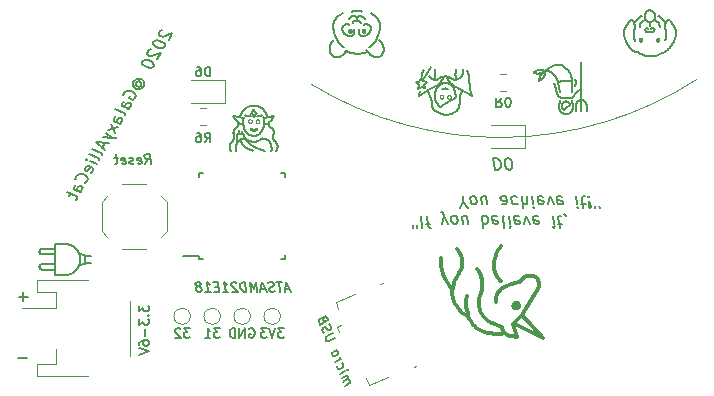
<source format=gbr>
G04 #@! TF.GenerationSoftware,KiCad,Pcbnew,5.1.5-1.fc31*
G04 #@! TF.CreationDate,2020-03-02T06:52:43+00:00*
G04 #@! TF.ProjectId,CatEars,43617445-6172-4732-9e6b-696361645f70,rev?*
G04 #@! TF.SameCoordinates,Original*
G04 #@! TF.FileFunction,Legend,Bot*
G04 #@! TF.FilePolarity,Positive*
%FSLAX46Y46*%
G04 Gerber Fmt 4.6, Leading zero omitted, Abs format (unit mm)*
G04 Created by KiCad (PCBNEW 5.1.5-1.fc31) date 2020-03-02 06:52:43*
%MOMM*%
%LPD*%
G04 APERTURE LIST*
%ADD10C,0.150000*%
%ADD11C,0.120000*%
%ADD12C,0.079374*%
%ADD13C,0.158749*%
%ADD14C,0.317499*%
G04 APERTURE END LIST*
D10*
X204025452Y-149550428D02*
X203263547Y-149550428D01*
X204088952Y-144406928D02*
X203327047Y-144406928D01*
X203708000Y-144787880D02*
X203708000Y-144025976D01*
D11*
X260754323Y-125984000D02*
G75*
G02X228092001Y-126398227I-16660323J25747772D01*
G01*
D12*
X223700520Y-129518386D02*
X223701136Y-129526447D01*
X223699508Y-129510442D02*
X223700520Y-129518386D01*
X223698110Y-129502626D02*
X223699508Y-129510442D01*
X223696336Y-129494947D02*
X223698110Y-129502626D01*
X223694195Y-129487415D02*
X223696336Y-129494947D01*
X223691698Y-129480040D02*
X223694195Y-129487415D01*
X223688855Y-129472832D02*
X223691698Y-129480040D01*
X223685675Y-129465801D02*
X223688855Y-129472832D01*
X223682169Y-129458957D02*
X223685675Y-129465801D01*
X223674591Y-129622811D02*
X223667841Y-129632161D01*
X223534509Y-129693161D02*
X223523008Y-129692153D01*
X223427901Y-129424848D02*
X223431982Y-129420739D01*
X223423966Y-129429111D02*
X223427901Y-129424848D01*
X223420182Y-129433525D02*
X223423966Y-129429111D01*
X223416554Y-129438086D02*
X223420182Y-129433525D01*
X223413086Y-129442792D02*
X223416554Y-129438086D01*
X223678346Y-129452310D02*
X223682169Y-129458957D01*
X223674216Y-129445870D02*
X223678346Y-129452310D01*
X223669790Y-129439646D02*
X223674216Y-129445870D01*
X223665077Y-129433650D02*
X223669790Y-129439646D01*
X223660088Y-129427890D02*
X223665077Y-129433650D01*
X223654832Y-129422378D02*
X223660088Y-129427890D01*
X223649319Y-129417122D02*
X223654832Y-129422378D01*
X223643560Y-129412132D02*
X223649319Y-129417122D01*
X223430342Y-129646868D02*
X223430342Y-129646868D01*
X223439115Y-129655006D02*
X223430342Y-129646868D01*
X223448378Y-129662390D02*
X223439115Y-129655006D01*
X223458083Y-129669009D02*
X223448378Y-129662390D01*
X223454398Y-129402619D02*
X223459250Y-129399503D01*
X223449663Y-129405908D02*
X223454398Y-129402619D01*
X223445049Y-129409369D02*
X223449663Y-129405908D01*
X223440560Y-129412996D02*
X223445049Y-129409369D01*
X223436203Y-129416787D02*
X223440560Y-129412996D01*
X223431982Y-129420739D02*
X223436203Y-129416787D01*
X223701345Y-129534615D02*
X223700896Y-129546573D01*
X223603346Y-129681280D02*
X223603346Y-129681280D01*
X223384555Y-129519537D02*
X223386090Y-129507967D01*
X223383878Y-129531130D02*
X223384555Y-129519537D01*
X223384048Y-129542701D02*
X223383878Y-129531130D01*
X223385057Y-129554201D02*
X223384048Y-129542701D01*
X223386895Y-129565585D02*
X223385057Y-129554201D01*
D13*
X223200994Y-128571544D02*
X223175015Y-128624495D01*
X223225055Y-128517630D02*
X223200994Y-128571544D01*
D12*
G36*
X223231214Y-128904635D02*
G01*
X223237260Y-128905095D01*
X223243219Y-128905852D01*
X223249082Y-128906899D01*
X223254842Y-128908229D01*
X223260492Y-128909833D01*
X223266024Y-128911705D01*
X223271431Y-128913837D01*
X223276705Y-128916221D01*
X223281839Y-128918850D01*
X223286825Y-128921717D01*
X223291656Y-128924814D01*
X223296324Y-128928134D01*
X223300821Y-128931668D01*
X223305142Y-128935411D01*
X223309277Y-128939353D01*
X223313219Y-128943488D01*
X223316961Y-128947808D01*
X223320496Y-128952306D01*
X223323815Y-128956974D01*
X223326912Y-128961805D01*
X223329779Y-128966791D01*
X223332408Y-128971924D01*
X223334793Y-128977198D01*
X223336924Y-128982605D01*
X223338796Y-128988137D01*
X223340401Y-128993787D01*
X223341730Y-128999548D01*
X223342777Y-129005411D01*
X223343534Y-129011369D01*
X223343994Y-129017416D01*
X223344149Y-129023543D01*
X223343994Y-129029670D01*
X223343534Y-129035716D01*
X223342777Y-129041675D01*
X223341730Y-129047538D01*
X223340401Y-129053298D01*
X223338796Y-129058948D01*
X223336924Y-129064480D01*
X223334793Y-129069887D01*
X223332408Y-129075161D01*
X223329779Y-129080295D01*
X223326912Y-129085281D01*
X223323815Y-129090112D01*
X223320496Y-129094780D01*
X223316961Y-129099278D01*
X223313219Y-129103598D01*
X223309277Y-129107733D01*
X223305142Y-129111675D01*
X223300821Y-129115417D01*
X223296324Y-129118952D01*
X223291656Y-129122271D01*
X223286825Y-129125368D01*
X223281839Y-129128235D01*
X223276705Y-129130865D01*
X223271431Y-129133249D01*
X223266024Y-129135381D01*
X223260492Y-129137253D01*
X223254842Y-129138857D01*
X223249082Y-129140186D01*
X223243219Y-129141234D01*
X223237260Y-129141991D01*
X223231214Y-129142450D01*
X223225087Y-129142605D01*
X223218960Y-129142450D01*
X223212913Y-129141991D01*
X223206955Y-129141234D01*
X223201092Y-129140186D01*
X223195331Y-129138857D01*
X223189681Y-129137253D01*
X223184149Y-129135381D01*
X223178742Y-129133249D01*
X223173468Y-129130865D01*
X223168335Y-129128235D01*
X223163349Y-129125368D01*
X223158518Y-129122271D01*
X223153850Y-129118952D01*
X223149352Y-129115417D01*
X223145032Y-129111675D01*
X223140897Y-129107733D01*
X223136955Y-129103598D01*
X223133212Y-129099278D01*
X223129678Y-129094780D01*
X223126358Y-129090112D01*
X223123261Y-129085281D01*
X223120394Y-129080295D01*
X223117765Y-129075161D01*
X223115381Y-129069887D01*
X223113249Y-129064480D01*
X223111377Y-129058948D01*
X223109773Y-129053298D01*
X223108443Y-129047538D01*
X223107396Y-129041675D01*
X223106639Y-129035716D01*
X223106179Y-129029670D01*
X223106024Y-129023543D01*
X223106179Y-129017416D01*
X223106639Y-129011369D01*
X223107396Y-129005411D01*
X223108443Y-128999548D01*
X223109773Y-128993787D01*
X223111377Y-128988137D01*
X223113249Y-128982605D01*
X223115381Y-128977198D01*
X223117765Y-128971924D01*
X223120394Y-128966791D01*
X223123261Y-128961805D01*
X223126358Y-128956974D01*
X223129678Y-128952306D01*
X223133212Y-128947808D01*
X223136955Y-128943488D01*
X223140897Y-128939353D01*
X223145032Y-128935411D01*
X223149352Y-128931668D01*
X223153850Y-128928134D01*
X223158518Y-128924814D01*
X223163349Y-128921717D01*
X223168335Y-128918850D01*
X223173468Y-128916221D01*
X223178742Y-128913837D01*
X223184149Y-128911705D01*
X223189681Y-128909833D01*
X223195331Y-128908229D01*
X223201092Y-128906899D01*
X223206955Y-128905852D01*
X223212913Y-128905095D01*
X223218960Y-128904635D01*
X223225087Y-128904480D01*
X223231214Y-128904635D01*
G37*
X223231214Y-128904635D02*
X223237260Y-128905095D01*
X223243219Y-128905852D01*
X223249082Y-128906899D01*
X223254842Y-128908229D01*
X223260492Y-128909833D01*
X223266024Y-128911705D01*
X223271431Y-128913837D01*
X223276705Y-128916221D01*
X223281839Y-128918850D01*
X223286825Y-128921717D01*
X223291656Y-128924814D01*
X223296324Y-128928134D01*
X223300821Y-128931668D01*
X223305142Y-128935411D01*
X223309277Y-128939353D01*
X223313219Y-128943488D01*
X223316961Y-128947808D01*
X223320496Y-128952306D01*
X223323815Y-128956974D01*
X223326912Y-128961805D01*
X223329779Y-128966791D01*
X223332408Y-128971924D01*
X223334793Y-128977198D01*
X223336924Y-128982605D01*
X223338796Y-128988137D01*
X223340401Y-128993787D01*
X223341730Y-128999548D01*
X223342777Y-129005411D01*
X223343534Y-129011369D01*
X223343994Y-129017416D01*
X223344149Y-129023543D01*
X223343994Y-129029670D01*
X223343534Y-129035716D01*
X223342777Y-129041675D01*
X223341730Y-129047538D01*
X223340401Y-129053298D01*
X223338796Y-129058948D01*
X223336924Y-129064480D01*
X223334793Y-129069887D01*
X223332408Y-129075161D01*
X223329779Y-129080295D01*
X223326912Y-129085281D01*
X223323815Y-129090112D01*
X223320496Y-129094780D01*
X223316961Y-129099278D01*
X223313219Y-129103598D01*
X223309277Y-129107733D01*
X223305142Y-129111675D01*
X223300821Y-129115417D01*
X223296324Y-129118952D01*
X223291656Y-129122271D01*
X223286825Y-129125368D01*
X223281839Y-129128235D01*
X223276705Y-129130865D01*
X223271431Y-129133249D01*
X223266024Y-129135381D01*
X223260492Y-129137253D01*
X223254842Y-129138857D01*
X223249082Y-129140186D01*
X223243219Y-129141234D01*
X223237260Y-129141991D01*
X223231214Y-129142450D01*
X223225087Y-129142605D01*
X223218960Y-129142450D01*
X223212913Y-129141991D01*
X223206955Y-129141234D01*
X223201092Y-129140186D01*
X223195331Y-129138857D01*
X223189681Y-129137253D01*
X223184149Y-129135381D01*
X223178742Y-129133249D01*
X223173468Y-129130865D01*
X223168335Y-129128235D01*
X223163349Y-129125368D01*
X223158518Y-129122271D01*
X223153850Y-129118952D01*
X223149352Y-129115417D01*
X223145032Y-129111675D01*
X223140897Y-129107733D01*
X223136955Y-129103598D01*
X223133212Y-129099278D01*
X223129678Y-129094780D01*
X223126358Y-129090112D01*
X223123261Y-129085281D01*
X223120394Y-129080295D01*
X223117765Y-129075161D01*
X223115381Y-129069887D01*
X223113249Y-129064480D01*
X223111377Y-129058948D01*
X223109773Y-129053298D01*
X223108443Y-129047538D01*
X223107396Y-129041675D01*
X223106639Y-129035716D01*
X223106179Y-129029670D01*
X223106024Y-129023543D01*
X223106179Y-129017416D01*
X223106639Y-129011369D01*
X223107396Y-129005411D01*
X223108443Y-128999548D01*
X223109773Y-128993787D01*
X223111377Y-128988137D01*
X223113249Y-128982605D01*
X223115381Y-128977198D01*
X223117765Y-128971924D01*
X223120394Y-128966791D01*
X223123261Y-128961805D01*
X223126358Y-128956974D01*
X223129678Y-128952306D01*
X223133212Y-128947808D01*
X223136955Y-128943488D01*
X223140897Y-128939353D01*
X223145032Y-128935411D01*
X223149352Y-128931668D01*
X223153850Y-128928134D01*
X223158518Y-128924814D01*
X223163349Y-128921717D01*
X223168335Y-128918850D01*
X223173468Y-128916221D01*
X223178742Y-128913837D01*
X223184149Y-128911705D01*
X223189681Y-128909833D01*
X223195331Y-128908229D01*
X223201092Y-128906899D01*
X223206955Y-128905852D01*
X223212913Y-128905095D01*
X223218960Y-128904635D01*
X223225087Y-128904480D01*
X223231214Y-128904635D01*
D13*
X224170660Y-129804175D02*
X224138757Y-129798846D01*
X224203393Y-129804736D02*
X224170660Y-129804175D01*
X224236833Y-129800831D02*
X224203393Y-129804736D01*
X224270860Y-129792763D02*
X224236833Y-129800831D01*
X224305354Y-129780831D02*
X224270860Y-129792763D01*
X224340194Y-129765339D02*
X224305354Y-129780831D01*
X224375258Y-129746587D02*
X224340194Y-129765339D01*
D12*
X223690564Y-129592134D02*
X223685979Y-129602758D01*
D13*
X224076351Y-128574609D02*
X224028000Y-128524000D01*
X224123827Y-128630296D02*
X224076351Y-128574609D01*
X224170189Y-128691298D02*
X224123827Y-128630296D01*
X224215196Y-128757853D02*
X224170189Y-128691298D01*
X224258609Y-128830202D02*
X224215196Y-128757853D01*
D12*
X223592126Y-129685442D02*
X223580743Y-129688719D01*
X223485075Y-129386646D02*
X223490520Y-129384642D01*
X223479718Y-129388843D02*
X223485075Y-129386646D01*
X223474451Y-129391231D02*
X223479718Y-129388843D01*
X223469281Y-129393806D02*
X223474451Y-129391231D01*
X223464212Y-129396564D02*
X223469281Y-129393806D01*
X223459250Y-129399503D02*
X223464212Y-129396564D01*
X223580743Y-129688719D02*
X223569243Y-129691120D01*
X223530636Y-129376313D02*
X223536595Y-129375977D01*
X223524725Y-129376870D02*
X223530636Y-129376313D01*
X223518866Y-129377642D02*
X223524725Y-129376870D01*
X223513063Y-129378629D02*
X223518866Y-129377642D01*
X223507322Y-129379825D02*
X223513063Y-129378629D01*
X223501648Y-129381228D02*
X223507322Y-129379825D01*
X223496046Y-129382835D02*
X223501648Y-129381228D01*
X223490520Y-129384642D02*
X223496046Y-129382835D01*
X223643684Y-129657027D02*
X223634418Y-129664123D01*
X223546079Y-129693332D02*
X223534509Y-129693161D01*
X223667841Y-129632161D02*
X223660422Y-129641006D01*
X223039216Y-129445870D02*
X223043346Y-129452310D01*
X223034790Y-129439646D02*
X223039216Y-129445870D01*
X223030077Y-129433650D02*
X223034790Y-129439646D01*
X223025088Y-129427890D02*
X223030077Y-129433650D01*
X223019832Y-129422378D02*
X223025088Y-129427890D01*
X223014319Y-129417122D02*
X223019832Y-129422378D01*
X223008560Y-129412132D02*
X223014319Y-129417122D01*
X223002563Y-129407419D02*
X223008560Y-129412132D01*
X222996340Y-129402993D02*
X223002563Y-129407419D01*
X222989900Y-129398864D02*
X222996340Y-129402993D01*
X222983253Y-129395041D02*
X222989900Y-129398864D01*
D13*
X223406468Y-130744785D02*
X223450010Y-130732223D01*
X223362147Y-130754679D02*
X223406468Y-130744785D01*
X223317106Y-130761833D02*
X223362147Y-130754679D01*
X223271400Y-130766178D02*
X223317106Y-130761833D01*
X223225087Y-130767642D02*
X223271400Y-130766178D01*
X223225087Y-130767642D02*
X223225087Y-130767642D01*
X223178773Y-130766178D02*
X223225087Y-130767642D01*
X223133067Y-130761834D02*
X223178773Y-130766178D01*
X223088026Y-130754679D02*
X223133067Y-130761834D01*
X223043706Y-130744786D02*
X223088026Y-130754679D01*
X223000163Y-130732224D02*
X223043706Y-130744786D01*
X222957455Y-130717064D02*
X223000163Y-130732224D01*
X222915637Y-130699377D02*
X222957455Y-130717064D01*
X222874767Y-130679233D02*
X222915637Y-130699377D01*
X222834900Y-130656704D02*
X222874767Y-130679233D01*
X222796094Y-130631860D02*
X222834900Y-130656704D01*
X222758405Y-130604771D02*
X222796094Y-130631860D01*
X222721889Y-130575509D02*
X222758405Y-130604771D01*
X222686603Y-130544144D02*
X222721889Y-130575509D01*
X222652604Y-130510746D02*
X222686603Y-130544144D01*
X222619947Y-130475387D02*
X222652604Y-130510746D01*
X222588691Y-130438136D02*
X222619947Y-130475387D01*
X222558891Y-130399066D02*
X222588691Y-130438136D01*
X222530603Y-130358246D02*
X222558891Y-130399066D01*
X222478792Y-130271640D02*
X222530603Y-130358246D01*
D12*
X223045645Y-129612997D02*
X223039591Y-129622811D01*
X223050979Y-129602758D02*
X223045645Y-129612997D01*
X223055564Y-129592134D02*
X223050979Y-129602758D01*
X223059375Y-129581164D02*
X223055564Y-129592134D01*
X223062384Y-129569887D02*
X223059375Y-129581164D01*
X223064567Y-129558344D02*
X223062384Y-129569887D01*
X223065896Y-129546573D02*
X223064567Y-129558344D01*
X223066345Y-129534615D02*
X223065896Y-129546573D01*
X223701136Y-129526447D02*
X223701345Y-129534615D01*
D13*
X222280257Y-129796049D02*
X222311790Y-129790782D01*
X222247907Y-129796604D02*
X222280257Y-129796049D01*
X222214859Y-129792744D02*
X222247907Y-129796604D01*
X222181234Y-129784769D02*
X222214859Y-129792744D01*
X222147150Y-129772975D02*
X222181234Y-129784769D01*
X222112727Y-129757662D02*
X222147150Y-129772975D01*
X222078083Y-129739126D02*
X222112727Y-129757662D01*
X222043338Y-129717667D02*
X222078083Y-129739126D01*
X222008611Y-129693582D02*
X222043338Y-129717667D01*
X221974021Y-129667168D02*
X222008611Y-129693582D01*
X221939687Y-129638726D02*
X221974021Y-129667168D01*
X221905729Y-129608551D02*
X221939687Y-129638726D01*
X221839416Y-129544200D02*
X221905729Y-129608551D01*
X221776035Y-129476498D02*
X221839416Y-129544200D01*
X221716540Y-129407832D02*
X221776035Y-129476498D01*
X221661884Y-129340584D02*
X221716540Y-129407832D01*
X221613020Y-129277140D02*
X221661884Y-129340584D01*
X221570903Y-129219884D02*
X221613020Y-129277140D01*
X221488965Y-129100433D02*
X221570903Y-129219884D01*
X221488965Y-129100433D02*
X221488965Y-129100433D01*
X222387292Y-129228791D02*
X221488965Y-129100433D01*
X222079768Y-129067549D02*
X222044844Y-129163648D01*
X222117170Y-128978078D02*
X222079768Y-129067549D01*
X222156817Y-128894999D02*
X222117170Y-128978078D01*
X222198473Y-128818078D02*
X222156817Y-128894999D01*
X222241902Y-128747080D02*
X222198473Y-128818078D01*
X222286869Y-128681772D02*
X222241902Y-128747080D01*
D12*
X223680645Y-129612997D02*
X223674591Y-129622811D01*
X223395929Y-129473863D02*
X223398329Y-129468363D01*
X223395929Y-129473863D02*
X223395929Y-129473863D01*
X223391767Y-129485083D02*
X223395929Y-129473863D01*
X223388491Y-129496467D02*
X223391767Y-129485083D01*
X223386090Y-129507967D02*
X223388491Y-129496467D01*
X223408201Y-129619126D02*
X223402355Y-129609024D01*
X223414820Y-129628832D02*
X223408201Y-129619126D01*
X223422203Y-129638095D02*
X223414820Y-129628832D01*
X223430342Y-129646868D02*
X223422203Y-129638095D01*
X222968346Y-129681280D02*
X222968346Y-129681280D01*
X222979222Y-129676290D02*
X222968346Y-129681280D01*
X222989588Y-129670557D02*
X222979222Y-129676290D01*
X222999418Y-129664123D02*
X222989588Y-129670557D01*
X223008684Y-129657027D02*
X222999418Y-129664123D01*
X223017361Y-129649308D02*
X223008684Y-129657027D01*
X223025422Y-129641006D02*
X223017361Y-129649308D01*
X223032841Y-129632161D02*
X223025422Y-129641006D01*
X223039591Y-129622811D02*
X223032841Y-129632161D01*
X223699567Y-129558344D02*
X223697384Y-129569887D01*
X223624588Y-129670557D02*
X223614222Y-129676290D01*
X223557673Y-129692654D02*
X223546079Y-129693332D01*
X223652361Y-129649308D02*
X223643684Y-129657027D01*
X223409784Y-129447638D02*
X223413086Y-129442792D01*
X223406652Y-129452621D02*
X223409784Y-129447638D01*
X223403696Y-129457739D02*
X223406652Y-129452621D01*
X223400920Y-129462987D02*
X223403696Y-129457739D01*
X223398329Y-129468363D02*
X223400920Y-129462987D01*
X223511624Y-129690314D02*
X223500403Y-129687656D01*
X223523008Y-129692153D02*
X223511624Y-129690314D01*
X223660422Y-129641006D02*
X223652361Y-129649308D01*
X223694375Y-129581164D02*
X223690564Y-129592134D01*
D13*
X222333139Y-128621917D02*
X222286869Y-128681772D01*
X222380476Y-128567283D02*
X222333139Y-128621917D01*
X222428646Y-128517633D02*
X222380476Y-128567283D01*
X222477413Y-128472735D02*
X222428646Y-128517633D01*
X222526541Y-128432353D02*
X222477413Y-128472735D01*
X222575795Y-128396252D02*
X222526541Y-128432353D01*
X222624941Y-128364199D02*
X222575795Y-128396252D01*
X222673742Y-128335958D02*
X222624941Y-128364199D01*
X222721964Y-128311296D02*
X222673742Y-128335958D01*
X222769371Y-128289977D02*
X222721964Y-128311296D01*
X222815728Y-128271767D02*
X222769371Y-128289977D01*
X222860799Y-128256432D02*
X222815728Y-128271767D01*
D12*
X223634418Y-129664123D02*
X223624588Y-129670557D01*
X222901595Y-129375977D02*
X222907595Y-129375865D01*
X222895637Y-129376313D02*
X222901595Y-129375977D01*
X222889725Y-129376870D02*
X222895637Y-129376313D01*
X222883866Y-129377642D02*
X222889725Y-129376870D01*
X222878063Y-129378629D02*
X222883866Y-129377642D01*
X222872323Y-129379825D02*
X222878063Y-129378629D01*
X222866648Y-129381228D02*
X222872323Y-129379825D01*
X222861046Y-129382835D02*
X222866648Y-129381228D01*
X222855520Y-129384642D02*
X222861046Y-129382835D01*
X222850076Y-129386646D02*
X222855520Y-129384642D01*
X222844718Y-129388843D02*
X222850076Y-129386646D01*
X222854392Y-129684187D02*
X222843638Y-129679917D01*
X222865403Y-129687656D02*
X222854392Y-129684187D01*
X222876624Y-129690314D02*
X222865403Y-129687656D01*
X222888008Y-129692153D02*
X222876624Y-129690314D01*
X222899509Y-129693161D02*
X222888008Y-129692153D01*
X222911079Y-129693332D02*
X222899509Y-129693161D01*
X222922673Y-129692654D02*
X222911079Y-129693332D01*
X222934243Y-129691120D02*
X222922673Y-129692654D01*
X222945743Y-129688719D02*
X222934243Y-129691120D01*
X222957126Y-129685442D02*
X222945743Y-129688719D01*
X222968346Y-129681280D02*
X222957126Y-129685442D01*
X223614222Y-129676290D02*
X223603346Y-129681280D01*
D13*
X225171816Y-131996496D02*
X225153002Y-132023830D01*
X225189525Y-131963500D02*
X225171816Y-131996496D01*
X225205700Y-131925508D02*
X225189525Y-131963500D01*
X225219913Y-131883183D02*
X225205700Y-131925508D01*
X225231735Y-131837189D02*
X225219913Y-131883183D01*
X225240739Y-131788190D02*
X225231735Y-131837189D01*
X225246495Y-131736851D02*
X225240739Y-131788190D01*
X225248577Y-131683836D02*
X225246495Y-131736851D01*
X225246554Y-131629808D02*
X225248577Y-131683836D01*
X225240000Y-131575431D02*
X225246554Y-131629808D01*
X225234889Y-131548320D02*
X225240000Y-131575431D01*
X225228485Y-131521371D02*
X225234889Y-131548320D01*
X225220734Y-131494667D02*
X225228485Y-131521371D01*
X225211582Y-131468290D02*
X225220734Y-131494667D01*
X225200976Y-131442325D02*
X225211582Y-131468290D01*
X225188862Y-131416853D02*
X225200976Y-131442325D01*
X225175187Y-131391959D02*
X225188862Y-131416853D01*
X225159897Y-131367725D02*
X225175187Y-131391959D01*
X225142938Y-131344233D02*
X225159897Y-131367725D01*
X225124258Y-131321568D02*
X225142938Y-131344233D01*
X225103802Y-131299811D02*
X225124258Y-131321568D01*
X225081517Y-131279047D02*
X225103802Y-131299811D01*
X225081517Y-131279047D02*
X225081517Y-131279047D01*
X225044183Y-131244743D02*
X225081517Y-131279047D01*
X225011007Y-131210518D02*
X225044183Y-131244743D01*
X224981847Y-131176198D02*
X225011007Y-131210518D01*
X224956560Y-131141609D02*
X224981847Y-131176198D01*
X224935004Y-131106578D02*
X224956560Y-131141609D01*
X224917036Y-131070930D02*
X224935004Y-131106578D01*
X224902516Y-131034492D02*
X224917036Y-131070930D01*
X224891299Y-130997089D02*
X224902516Y-131034492D01*
X224883244Y-130958548D02*
X224891299Y-130997089D01*
X224878209Y-130918695D02*
X224883244Y-130958548D01*
X224876051Y-130877355D02*
X224878209Y-130918695D01*
X224876628Y-130834355D02*
X224876051Y-130877355D01*
X224879797Y-130789522D02*
X224876628Y-130834355D01*
X224885417Y-130742680D02*
X224879797Y-130789522D01*
X224893345Y-130693656D02*
X224885417Y-130742680D01*
X224903439Y-130642277D02*
X224893345Y-130693656D01*
X224903439Y-130642277D02*
X224903439Y-130642277D01*
X224910313Y-130603838D02*
X224903439Y-130642277D01*
X224915660Y-130564676D02*
X224910313Y-130603838D01*
X224919294Y-130525041D02*
X224915660Y-130564676D01*
X224921026Y-130485185D02*
X224919294Y-130525041D01*
X224920671Y-130445358D02*
X224921026Y-130485185D01*
X224918041Y-130405812D02*
X224920671Y-130445358D01*
X224912947Y-130366798D02*
X224918041Y-130405812D01*
X224909418Y-130347569D02*
X224912947Y-130366798D01*
X224905203Y-130328567D02*
X224909418Y-130347569D01*
X224900279Y-130309824D02*
X224905203Y-130328567D01*
X224894622Y-130291371D02*
X224900279Y-130309824D01*
X224888209Y-130273239D02*
X224894622Y-130291371D01*
X224881016Y-130255460D02*
X224888209Y-130273239D01*
X224873020Y-130238065D02*
X224881016Y-130255460D01*
X224864197Y-130221086D02*
X224873020Y-130238065D01*
X224854524Y-130204553D02*
X224864197Y-130221086D01*
X224843979Y-130188499D02*
X224854524Y-130204553D01*
X224832536Y-130172955D02*
X224843979Y-130188499D01*
X224820173Y-130157952D02*
X224832536Y-130172955D01*
X224806867Y-130143521D02*
X224820173Y-130157952D01*
X224792594Y-130129695D02*
X224806867Y-130143521D01*
X224777330Y-130116504D02*
X224792594Y-130129695D01*
X224761052Y-130103979D02*
X224777330Y-130116504D01*
X224743737Y-130092153D02*
X224761052Y-130103979D01*
X224725361Y-130081056D02*
X224743737Y-130092153D01*
X224725361Y-130081056D02*
X224725361Y-130081056D01*
X224706227Y-130069914D02*
X224725361Y-130081056D01*
X224688261Y-130057795D02*
X224706227Y-130069914D01*
X224671427Y-130044785D02*
X224688261Y-130057795D01*
X224655688Y-130030973D02*
X224671427Y-130044785D01*
X224641007Y-130016445D02*
X224655688Y-130030973D01*
X224627347Y-130001289D02*
X224641007Y-130016445D01*
X224614671Y-129985592D02*
X224627347Y-130001289D01*
X224602944Y-129969441D02*
X224614671Y-129985592D01*
X224592127Y-129952924D02*
X224602944Y-129969441D01*
X224582184Y-129936128D02*
X224592127Y-129952924D01*
X224573079Y-129919140D02*
X224582184Y-129936128D01*
X224564774Y-129902048D02*
X224573079Y-129919140D01*
X224557234Y-129884938D02*
X224564774Y-129902048D01*
X224550420Y-129867899D02*
X224557234Y-129884938D01*
X224538825Y-129834379D02*
X224550420Y-129867899D01*
X224529698Y-129802188D02*
X224538825Y-129834379D01*
X224522742Y-129772023D02*
X224529698Y-129802188D01*
X224517664Y-129744583D02*
X224522742Y-129772023D01*
X224514169Y-129720566D02*
X224517664Y-129744583D01*
X224510752Y-129685594D02*
X224514169Y-129720566D01*
X224510136Y-129672695D02*
X224510752Y-129685594D01*
X223502000Y-129107228D02*
X223469721Y-129099941D01*
X223534440Y-129112419D02*
X223502000Y-129107228D01*
X223566950Y-129115538D02*
X223534440Y-129112419D01*
X223599436Y-129116606D02*
X223566950Y-129115538D01*
X223631806Y-129115649D02*
X223599436Y-129116606D01*
X223663967Y-129112689D02*
X223631806Y-129115649D01*
X223695827Y-129107750D02*
X223663967Y-129112689D01*
X223727293Y-129100854D02*
X223695827Y-129107750D01*
X223758272Y-129092026D02*
X223727293Y-129100854D01*
X223788671Y-129081288D02*
X223758272Y-129092026D01*
X223818399Y-129068664D02*
X223788671Y-129081288D01*
X223847362Y-129054178D02*
X223818399Y-129068664D01*
X223875469Y-129037851D02*
X223847362Y-129054178D01*
X223902625Y-129019709D02*
X223875469Y-129037851D01*
X223928739Y-128999774D02*
X223902625Y-129019709D01*
X223953718Y-128978069D02*
X223928739Y-128999774D01*
X222948070Y-129107228D02*
X222980350Y-129099941D01*
X222915629Y-129112419D02*
X222948070Y-129107228D01*
X222883119Y-129115537D02*
X222915629Y-129112419D01*
X222850632Y-129116606D02*
X222883119Y-129115537D01*
X222818262Y-129115648D02*
X222850632Y-129116606D01*
X222786100Y-129112688D02*
X222818262Y-129115648D01*
X222754240Y-129107749D02*
X222786100Y-129112688D01*
X222722774Y-129100853D02*
X222754240Y-129107749D01*
X222691795Y-129092025D02*
X222722774Y-129100853D01*
X222661394Y-129081287D02*
X222691795Y-129092025D01*
X222631666Y-129068663D02*
X222661394Y-129081287D01*
X221263625Y-131996496D02*
X221282447Y-132023830D01*
X221245909Y-131963500D02*
X221263625Y-131996496D01*
X221229728Y-131925508D02*
X221245909Y-131963500D01*
X221215509Y-131883183D02*
X221229728Y-131925508D01*
X221203682Y-131837189D02*
X221215509Y-131883183D01*
X221194675Y-131788190D02*
X221203682Y-131837189D01*
X221188915Y-131736851D02*
X221194675Y-131788190D01*
X221186831Y-131683836D02*
X221188915Y-131736851D01*
X221188852Y-131629808D02*
X221186831Y-131683836D01*
X221195405Y-131575431D02*
X221188852Y-131629808D01*
X221200515Y-131548320D02*
X221195405Y-131575431D01*
X221206918Y-131521371D02*
X221200515Y-131548320D01*
X221214669Y-131494667D02*
X221206918Y-131521371D01*
X221223821Y-131468290D02*
X221214669Y-131494667D01*
X221234427Y-131442325D02*
X221223821Y-131468290D01*
X221246540Y-131416853D02*
X221234427Y-131442325D01*
X221260215Y-131391959D02*
X221246540Y-131416853D01*
X221275505Y-131367725D02*
X221260215Y-131391959D01*
X221292464Y-131344233D02*
X221275505Y-131367725D01*
X221311144Y-131321568D02*
X221292464Y-131344233D01*
X221331600Y-131299811D02*
X221311144Y-131321568D01*
X221353885Y-131279047D02*
X221331600Y-131299811D01*
X221353885Y-131279047D02*
X221353885Y-131279047D01*
X221391219Y-131244743D02*
X221353885Y-131279047D01*
X221424395Y-131210518D02*
X221391219Y-131244743D01*
X221453556Y-131176198D02*
X221424395Y-131210518D01*
X221478843Y-131141609D02*
X221453556Y-131176198D01*
X221500400Y-131106578D02*
X221478843Y-131141609D01*
X221518368Y-131070930D02*
X221500400Y-131106578D01*
X221532889Y-131034492D02*
X221518368Y-131070930D01*
X221544106Y-130997089D02*
X221532889Y-131034492D01*
X221552161Y-130958548D02*
X221544106Y-130997089D01*
X221557197Y-130918695D02*
X221552161Y-130958548D01*
X221559355Y-130877355D02*
X221557197Y-130918695D01*
X221558778Y-130834355D02*
X221559355Y-130877355D01*
X221555608Y-130789522D02*
X221558778Y-130834355D01*
X221549987Y-130742680D02*
X221555608Y-130789522D01*
X221542058Y-130693656D02*
X221549987Y-130742680D01*
X221531963Y-130642277D02*
X221542058Y-130693656D01*
X221531963Y-130642277D02*
X221531963Y-130642277D01*
X221525089Y-130603838D02*
X221531963Y-130642277D01*
X221519742Y-130564676D02*
X221525089Y-130603838D01*
X221516108Y-130525041D02*
X221519742Y-130564676D01*
X221514375Y-130485185D02*
X221516108Y-130525041D01*
X221514731Y-130445358D02*
X221514375Y-130485185D01*
X221517361Y-130405812D02*
X221514731Y-130445358D01*
X221522455Y-130366798D02*
X221517361Y-130405812D01*
X221525984Y-130347569D02*
X221522455Y-130366798D01*
X221530199Y-130328567D02*
X221525984Y-130347569D01*
X221535123Y-130309824D02*
X221530199Y-130328567D01*
X221540780Y-130291371D02*
X221535123Y-130309824D01*
X221547193Y-130273239D02*
X221540780Y-130291371D01*
X221554386Y-130255460D02*
X221547193Y-130273239D01*
X221562382Y-130238065D02*
X221554386Y-130255460D01*
X221571205Y-130221086D02*
X221562382Y-130238065D01*
X221580877Y-130204553D02*
X221571205Y-130221086D01*
X221591423Y-130188499D02*
X221580877Y-130204553D01*
X221602866Y-130172955D02*
X221591423Y-130188499D01*
X221615229Y-130157952D02*
X221602866Y-130172955D01*
X221628535Y-130143521D02*
X221615229Y-130157952D01*
X221642808Y-130129695D02*
X221628535Y-130143521D01*
X221658072Y-130116504D02*
X221642808Y-130129695D01*
X221674350Y-130103979D02*
X221658072Y-130116504D01*
X221691665Y-130092153D02*
X221674350Y-130103979D01*
X221710041Y-130081056D02*
X221691665Y-130092153D01*
X221710041Y-130081056D02*
X221710041Y-130081056D01*
X221729175Y-130069914D02*
X221710041Y-130081056D01*
X221747141Y-130057795D02*
X221729175Y-130069914D01*
X221763975Y-130044785D02*
X221747141Y-130057795D01*
X221779714Y-130030973D02*
X221763975Y-130044785D01*
X221794396Y-130016445D02*
X221779714Y-130030973D01*
X221808055Y-130001289D02*
X221794396Y-130016445D01*
X221820731Y-129985592D02*
X221808055Y-130001289D01*
X221832459Y-129969441D02*
X221820731Y-129985592D01*
X221843275Y-129952924D02*
X221832459Y-129969441D01*
X221853218Y-129936128D02*
X221843275Y-129952924D01*
X221862323Y-129919140D02*
X221853218Y-129936128D01*
X221870628Y-129902048D02*
X221862323Y-129919140D01*
X221878169Y-129884938D02*
X221870628Y-129902048D01*
X221884983Y-129867899D02*
X221878169Y-129884938D01*
X221896577Y-129834379D02*
X221884983Y-129867899D01*
X221905705Y-129802188D02*
X221896577Y-129834379D01*
X221912660Y-129772023D02*
X221905705Y-129802188D01*
X221917738Y-129744583D02*
X221912660Y-129772023D01*
X221921233Y-129720566D02*
X221917738Y-129744583D01*
X221924650Y-129685594D02*
X221921233Y-129720566D01*
X221925266Y-129672695D02*
X221924650Y-129685594D01*
X222602702Y-129054177D02*
X222631666Y-129068663D01*
X222574596Y-129037851D02*
X222602702Y-129054177D01*
X222547439Y-129019709D02*
X222574596Y-129037851D01*
X222521324Y-128999774D02*
X222547439Y-129019709D01*
X222496345Y-128978069D02*
X222521324Y-128999774D01*
X223048645Y-131987779D02*
X223165151Y-132033609D01*
X222941836Y-131943064D02*
X223048645Y-131987779D01*
X222844011Y-131898865D02*
X222941836Y-131943064D01*
X222754456Y-131854586D02*
X222844011Y-131898865D01*
X222672456Y-131809629D02*
X222754456Y-131854586D01*
X222597299Y-131763396D02*
X222672456Y-131809629D01*
X222528270Y-131715290D02*
X222597299Y-131763396D01*
X222464656Y-131664713D02*
X222528270Y-131715290D01*
X222405742Y-131611068D02*
X222464656Y-131664713D01*
X222350816Y-131553757D02*
X222405742Y-131611068D01*
X222299163Y-131492183D02*
X222350816Y-131553757D01*
X222250069Y-131425749D02*
X222299163Y-131492183D01*
X222202821Y-131353856D02*
X222250069Y-131425749D01*
X222156705Y-131275907D02*
X222202821Y-131353856D01*
X222111007Y-131191305D02*
X222156705Y-131275907D01*
X222065014Y-131099453D02*
X222111007Y-131191305D01*
X222065014Y-131099453D02*
X222065014Y-131099453D01*
X222076625Y-131091120D02*
X222065014Y-131099453D01*
X222089403Y-131083215D02*
X222076625Y-131091120D01*
X222103245Y-131075729D02*
X222089403Y-131083215D01*
X222118051Y-131068649D02*
X222103245Y-131075729D01*
X222150155Y-131055667D02*
X222118051Y-131068649D01*
X222184908Y-131044185D02*
X222150155Y-131055667D01*
X222221507Y-131034115D02*
X222184908Y-131044185D01*
X222259146Y-131025373D02*
X222221507Y-131034115D01*
X222297020Y-131017871D02*
X222259146Y-131025373D01*
X222334325Y-131011524D02*
X222297020Y-131017871D01*
X222370255Y-131006246D02*
X222334325Y-131011524D01*
X222404006Y-131001951D02*
X222370255Y-131006246D01*
X222461750Y-130995966D02*
X222404006Y-131001951D01*
X222515673Y-130992003D02*
X222461750Y-130995966D01*
X222515673Y-130992003D02*
X222515673Y-130992003D01*
X222526446Y-131019815D02*
X222515673Y-130992003D01*
X222567364Y-131096610D02*
X222526446Y-131019815D01*
X222603156Y-131150265D02*
X222567364Y-131096610D01*
X222651320Y-131212432D02*
X222603156Y-131150265D01*
X222713468Y-131281865D02*
X222651320Y-131212432D01*
D12*
X223685979Y-129602758D02*
X223680645Y-129612997D01*
X223569243Y-129691120D02*
X223557673Y-129692654D01*
D13*
X222433711Y-130178883D02*
X222478792Y-130271640D01*
X222395812Y-130080543D02*
X222433711Y-130178883D01*
X222365548Y-129977183D02*
X222395812Y-130080543D01*
X222343370Y-129869370D02*
X222365548Y-129977183D01*
X222335456Y-129813970D02*
X222343370Y-129869370D01*
X222329732Y-129757668D02*
X222335456Y-129813970D01*
X222326256Y-129700536D02*
X222329732Y-129757668D01*
X222325085Y-129642644D02*
X222326256Y-129700536D01*
X222325085Y-129642644D02*
X222325085Y-129642644D01*
X222325951Y-129590482D02*
X222325085Y-129642644D01*
X222328794Y-129538445D02*
X222325951Y-129590482D01*
X222333607Y-129486592D02*
X222328794Y-129538445D01*
X222340381Y-129434977D02*
X222333607Y-129486592D01*
X222349107Y-129383656D02*
X222340381Y-129434977D01*
X222359778Y-129332684D02*
X222349107Y-129383656D01*
X222372385Y-129282118D02*
X222359778Y-129332684D01*
X222386919Y-129232013D02*
X222372385Y-129282118D01*
X222386919Y-129232013D02*
X222386919Y-129232013D01*
X222464905Y-129213813D02*
X222386919Y-129232013D01*
X221716962Y-131979540D02*
X221721923Y-132023878D01*
X221713551Y-131928651D02*
X221716962Y-131979540D01*
D12*
X223697384Y-129569887D02*
X223694375Y-129581164D01*
D13*
X224630311Y-131364534D02*
X224604227Y-131318495D01*
X224652907Y-131411706D02*
X224630311Y-131364534D01*
X224672246Y-131459634D02*
X224652907Y-131411706D01*
X224688563Y-131507941D02*
X224672246Y-131459634D01*
X224702090Y-131556247D02*
X224688563Y-131507941D01*
X224713058Y-131604175D02*
X224702090Y-131556247D01*
X224728251Y-131697386D02*
X224713058Y-131604175D01*
X224736002Y-131784552D02*
X224728251Y-131697386D01*
X224738173Y-131862648D02*
X224736002Y-131784552D01*
X224736622Y-131928651D02*
X224738173Y-131862648D01*
X224733212Y-131979540D02*
X224736622Y-131928651D01*
X224728251Y-132023878D02*
X224733212Y-131979540D01*
X224846092Y-129279204D02*
X224796614Y-129343389D01*
X224888741Y-129221280D02*
X224846092Y-129279204D01*
X224971718Y-129100433D02*
X224888741Y-129221280D01*
X224971718Y-129100433D02*
X224971718Y-129100433D01*
X224062874Y-129230283D02*
X224971718Y-129100433D01*
X222223136Y-130642285D02*
X222223136Y-130369132D01*
X221955523Y-130639205D02*
X221955523Y-130262713D01*
X222364392Y-130642245D02*
X222364392Y-130925217D01*
X222364392Y-130642245D02*
X222364392Y-130642245D01*
D12*
X223637563Y-129407419D02*
X223643560Y-129412132D01*
X223631340Y-129402993D02*
X223637563Y-129407419D01*
X223624900Y-129398864D02*
X223631340Y-129402993D01*
X223618253Y-129395041D02*
X223624900Y-129398864D01*
X223611409Y-129391535D02*
X223618253Y-129395041D01*
X223604378Y-129388355D02*
X223611409Y-129391535D01*
X223597170Y-129385511D02*
X223604378Y-129388355D01*
X223589795Y-129383014D02*
X223597170Y-129385511D01*
X223582263Y-129380873D02*
X223589795Y-129383014D01*
X223574584Y-129379099D02*
X223582263Y-129380873D01*
X223566767Y-129377701D02*
X223574584Y-129379099D01*
X223558824Y-129376689D02*
X223566767Y-129377701D01*
X223550763Y-129376074D02*
X223558824Y-129376689D01*
X223542595Y-129375865D02*
X223550763Y-129376074D01*
X223542595Y-129375865D02*
X223542595Y-129375865D01*
X223536595Y-129375977D02*
X223542595Y-129375865D01*
X223603346Y-129681280D02*
X223592126Y-129685442D01*
D13*
X221802020Y-130642245D02*
X222364392Y-130642245D01*
X221802020Y-130642245D02*
X221802020Y-130642245D01*
X221802020Y-131401546D02*
X221802020Y-130642245D01*
X223432684Y-128873073D02*
X223469529Y-128919204D01*
X223397574Y-128825681D02*
X223432684Y-128873073D01*
X223364229Y-128777078D02*
X223397574Y-128825681D01*
X223332681Y-128727312D02*
X223364229Y-128777078D01*
X223302959Y-128676435D02*
X223332681Y-128727312D01*
X223275094Y-128624496D02*
X223302959Y-128676435D01*
X223249116Y-128571544D02*
X223275094Y-128624496D01*
X223225055Y-128517630D02*
X223249116Y-128571544D01*
X223017426Y-128873073D02*
X222980581Y-128919204D01*
X223052535Y-128825681D02*
X223017426Y-128873073D01*
X223085879Y-128777077D02*
X223052535Y-128825681D01*
X223117428Y-128727311D02*
X223085879Y-128777077D01*
X223147150Y-128676434D02*
X223117428Y-128727311D01*
X223175015Y-128624495D02*
X223147150Y-128676434D01*
X224410427Y-129724876D02*
X224375258Y-129746587D01*
X224445579Y-129700510D02*
X224410427Y-129724876D01*
X224480593Y-129673788D02*
X224445579Y-129700510D01*
X224515350Y-129645013D02*
X224480593Y-129673788D01*
X224549727Y-129614486D02*
X224515350Y-129645013D01*
X224616863Y-129549383D02*
X224549727Y-129614486D01*
X224681033Y-129480891D02*
X224616863Y-129549383D01*
X224741272Y-129411422D02*
X224681033Y-129480891D01*
X224796614Y-129343389D02*
X224741272Y-129411422D01*
X224846092Y-129279204D02*
X224796614Y-129343389D01*
X224888741Y-129221280D02*
X224846092Y-129279204D01*
X224971718Y-129100433D02*
X224888741Y-129221280D01*
X224971718Y-129100433D02*
X224971718Y-129100433D01*
X224062874Y-129230283D02*
X224971718Y-129100433D01*
X222791211Y-131357320D02*
X222713468Y-131281865D01*
X222886162Y-131437553D02*
X222791211Y-131357320D01*
X222999932Y-131521318D02*
X222886162Y-131437553D01*
X223134134Y-131607371D02*
X222999932Y-131521318D01*
X223290379Y-131694466D02*
X223134134Y-131607371D01*
X223470279Y-131781359D02*
X223290379Y-131694466D01*
X223675446Y-131866806D02*
X223470279Y-131781359D01*
X223907493Y-131949560D02*
X223675446Y-131866806D01*
X224168030Y-132028379D02*
X223907493Y-131949560D01*
X224170660Y-129804175D02*
X224138757Y-129798846D01*
X224203393Y-129804736D02*
X224170660Y-129804175D01*
X224236833Y-129800831D02*
X224203393Y-129804736D01*
X224270860Y-129792763D02*
X224236833Y-129800831D01*
X224305354Y-129780831D02*
X224270860Y-129792763D01*
X224340194Y-129765339D02*
X224305354Y-129780831D01*
X224375258Y-129746587D02*
X224340194Y-129765339D01*
X224410427Y-129724876D02*
X224375258Y-129746587D01*
X224445579Y-129700510D02*
X224410427Y-129724876D01*
X224480593Y-129673788D02*
X224445579Y-129700510D01*
X224515350Y-129645013D02*
X224480593Y-129673788D01*
X224549727Y-129614486D02*
X224515350Y-129645013D01*
X224616863Y-129549383D02*
X224549727Y-129614486D01*
X224681033Y-129480891D02*
X224616863Y-129549383D01*
X224741272Y-129411422D02*
X224681033Y-129480891D01*
X224796614Y-129343389D02*
X224741272Y-129411422D01*
X224063245Y-129231990D02*
X223998771Y-129206288D01*
X224063245Y-129231990D02*
X224063245Y-129231990D01*
X224077780Y-129282095D02*
X224063245Y-129231990D01*
X224090388Y-129332661D02*
X224077780Y-129282095D01*
X224101060Y-129383632D02*
X224090388Y-129332661D01*
X224109788Y-129434954D02*
X224101060Y-129383632D01*
X224116563Y-129486570D02*
X224109788Y-129434954D01*
X224121377Y-129538425D02*
X224116563Y-129486570D01*
X224124221Y-129590463D02*
X224121377Y-129538425D01*
X224125088Y-129642628D02*
X224124221Y-129590463D01*
X224125088Y-129642628D02*
X224125088Y-129642628D01*
X224123917Y-129700520D02*
X224125088Y-129642628D01*
X224120442Y-129757652D02*
X224123917Y-129700520D01*
X224114718Y-129813954D02*
X224120442Y-129757652D01*
X224106803Y-129869354D02*
X224114718Y-129813954D01*
X224096754Y-129923782D02*
X224106803Y-129869354D01*
X224084626Y-129977168D02*
X224096754Y-129923782D01*
X224070476Y-130029441D02*
X224084626Y-129977168D01*
X224054361Y-130080529D02*
X224070476Y-130029441D01*
X224036338Y-130130363D02*
X224054361Y-130080529D01*
X224016462Y-130178871D02*
X224036338Y-130130363D01*
X223994791Y-130225983D02*
X224016462Y-130178871D01*
X223971381Y-130271629D02*
X223994791Y-130225983D01*
X223946289Y-130315737D02*
X223971381Y-130271629D01*
X223919571Y-130358236D02*
X223946289Y-130315737D01*
X223891283Y-130399057D02*
X223919571Y-130358236D01*
X223861483Y-130438128D02*
X223891283Y-130399057D01*
X223830226Y-130475379D02*
X223861483Y-130438128D01*
X223797570Y-130510739D02*
X223830226Y-130475379D01*
X223763571Y-130544138D02*
X223797570Y-130510739D01*
X223728285Y-130575504D02*
X223763571Y-130544138D01*
X223691769Y-130604767D02*
X223728285Y-130575504D01*
X223654080Y-130631856D02*
X223691769Y-130604767D01*
X223615273Y-130656701D02*
X223654080Y-130631856D01*
X223575407Y-130679231D02*
X223615273Y-130656701D01*
X223534536Y-130699375D02*
X223575407Y-130679231D01*
X223492719Y-130717062D02*
X223534536Y-130699375D01*
X223450010Y-130732223D02*
X223492719Y-130717062D01*
X223486568Y-131231666D02*
X223442889Y-131245237D01*
X223530171Y-131215918D02*
X223486568Y-131231666D01*
X223573792Y-131198090D02*
X223530171Y-131215918D01*
X223617523Y-131178277D02*
X223573792Y-131198090D01*
X223661457Y-131156574D02*
X223617523Y-131178277D01*
X223705686Y-131133076D02*
X223661457Y-131156574D01*
X223750303Y-131107879D02*
X223705686Y-131133076D01*
X223795400Y-131081078D02*
X223750303Y-131107879D01*
X223841070Y-131052768D02*
X223795400Y-131081078D01*
X223934501Y-130992003D02*
X223841070Y-131052768D01*
X223934501Y-130992003D02*
X223934501Y-130992003D01*
X224020581Y-130994963D02*
X223934501Y-130992003D01*
X224100382Y-131003591D02*
X224020581Y-130994963D01*
X224174137Y-131017510D02*
X224100382Y-131003591D01*
X224242079Y-131036341D02*
X224174137Y-131017510D01*
X224304439Y-131059707D02*
X224242079Y-131036341D01*
X224361451Y-131087230D02*
X224304439Y-131059707D01*
X224413348Y-131118531D02*
X224361451Y-131087230D01*
X224460360Y-131153233D02*
X224413348Y-131118531D01*
X224502722Y-131190959D02*
X224460360Y-131153233D01*
X224540665Y-131231329D02*
X224502722Y-131190959D01*
X224574423Y-131273967D02*
X224540665Y-131231329D01*
X224604227Y-131318495D02*
X224574423Y-131273967D01*
X222609101Y-131052768D02*
X222515673Y-130992003D01*
X222654771Y-131081078D02*
X222609101Y-131052768D01*
X222699868Y-131107879D02*
X222654771Y-131081078D01*
X222744484Y-131133076D02*
X222699868Y-131107879D01*
X222788713Y-131156574D02*
X222744484Y-131133076D01*
X222832647Y-131178277D02*
X222788713Y-131156574D01*
X222876378Y-131198090D02*
X222832647Y-131178277D01*
X222920000Y-131215918D02*
X222876378Y-131198090D01*
X222963604Y-131231666D02*
X222920000Y-131215918D01*
X223007283Y-131245237D02*
X222963604Y-131231666D01*
X223051130Y-131256538D02*
X223007283Y-131245237D01*
X223095238Y-131265473D02*
X223051130Y-131256538D01*
X223139698Y-131271946D02*
X223095238Y-131265473D01*
X223184604Y-131275862D02*
X223139698Y-131271946D01*
X223230048Y-131277126D02*
X223184604Y-131275862D01*
X223230048Y-131277126D02*
X223230048Y-131277126D01*
X223220126Y-131277126D02*
X223230048Y-131277126D01*
X223220126Y-131277126D02*
X223220126Y-131277126D01*
X223265570Y-131275862D02*
X223220126Y-131277126D01*
X223310475Y-131271946D02*
X223265570Y-131275862D01*
X223354935Y-131265473D02*
X223310475Y-131271946D01*
X223399042Y-131256538D02*
X223354935Y-131265473D01*
X223442889Y-131245237D02*
X223399042Y-131256538D01*
D12*
X223066136Y-129526447D02*
X223066345Y-129534615D01*
X223065520Y-129518386D02*
X223066136Y-129526447D01*
X223064508Y-129510442D02*
X223065520Y-129518386D01*
X223063110Y-129502626D02*
X223064508Y-129510442D01*
X223061336Y-129494947D02*
X223063110Y-129502626D01*
X223059195Y-129487415D02*
X223061336Y-129494947D01*
X223056698Y-129480040D02*
X223059195Y-129487415D01*
X223053855Y-129472832D02*
X223056698Y-129480040D01*
X223050675Y-129465801D02*
X223053855Y-129472832D01*
X223047169Y-129458957D02*
X223050675Y-129465801D01*
X223043346Y-129452310D02*
X223047169Y-129458957D01*
D13*
X221712001Y-131862648D02*
X221713551Y-131928651D01*
X221714171Y-131784552D02*
X221712001Y-131862648D01*
X221721923Y-131697386D02*
X221714171Y-131784552D01*
X221737116Y-131604175D02*
X221721923Y-131697386D01*
X221748084Y-131556247D02*
X221737116Y-131604175D01*
X221761610Y-131507941D02*
X221748084Y-131556247D01*
X221777927Y-131459634D02*
X221761610Y-131507941D01*
X221797267Y-131411706D02*
X221777927Y-131459634D01*
X221819863Y-131364534D02*
X221797267Y-131411706D01*
X221845946Y-131318495D02*
X221819863Y-131364534D01*
X221875751Y-131273967D02*
X221845946Y-131318495D01*
X221909508Y-131231329D02*
X221875751Y-131273967D01*
X221947452Y-131190959D02*
X221909508Y-131231329D01*
X221989813Y-131153233D02*
X221947452Y-131190959D01*
X222036826Y-131118531D02*
X221989813Y-131153233D01*
X222088722Y-131087230D02*
X222036826Y-131118531D01*
X222145734Y-131059707D02*
X222088722Y-131087230D01*
X222208095Y-131036341D02*
X222145734Y-131059707D01*
X222276036Y-131017510D02*
X222208095Y-131036341D01*
X222349791Y-131003591D02*
X222276036Y-131017510D01*
X222429593Y-130994963D02*
X222349791Y-131003591D01*
X222515673Y-130992003D02*
X222429593Y-130994963D01*
X222515673Y-130992003D02*
X222515673Y-130992003D01*
D12*
X223700896Y-129546573D02*
X223699567Y-129558344D01*
X223468186Y-129674854D02*
X223458083Y-129669009D01*
X223478637Y-129679917D02*
X223468186Y-129674854D01*
X223489392Y-129684187D02*
X223478637Y-129679917D01*
X223500403Y-129687656D02*
X223489392Y-129684187D01*
X223389553Y-129576806D02*
X223386895Y-129565585D01*
X223393022Y-129587817D02*
X223389553Y-129576806D01*
X223397293Y-129598572D02*
X223393022Y-129587817D01*
X223402355Y-129609024D02*
X223397293Y-129598572D01*
D13*
X224300190Y-128908581D02*
X224258609Y-128830202D01*
X224339697Y-128993230D02*
X224300190Y-128908581D01*
X224376893Y-129084388D02*
X224339697Y-128993230D01*
X224411537Y-129182293D02*
X224376893Y-129084388D01*
D12*
G36*
X223467938Y-130110202D02*
G01*
X223473057Y-130110674D01*
X223478139Y-130111478D01*
X223483168Y-130112612D01*
X223488127Y-130114074D01*
X223492999Y-130115865D01*
X223497768Y-130117982D01*
X223502417Y-130120425D01*
X223506930Y-130123193D01*
X223509119Y-130124692D01*
X223511249Y-130126255D01*
X223513316Y-130127882D01*
X223515322Y-130129570D01*
X223517265Y-130131318D01*
X223519143Y-130133123D01*
X223522704Y-130136900D01*
X223525998Y-130140885D01*
X223529017Y-130145064D01*
X223531753Y-130149421D01*
X223534199Y-130153942D01*
X223536348Y-130158612D01*
X223538192Y-130163415D01*
X223539724Y-130168337D01*
X223540936Y-130173364D01*
X223541821Y-130178478D01*
X223542139Y-130181065D01*
X223542371Y-130183667D01*
X223542519Y-130186285D01*
X223542579Y-130188915D01*
X223542553Y-130191557D01*
X223542437Y-130194207D01*
X223541944Y-130199478D01*
X223541109Y-130204663D01*
X223539942Y-130209749D01*
X223538451Y-130214721D01*
X223536646Y-130219566D01*
X223534535Y-130224269D01*
X223532129Y-130228817D01*
X223529436Y-130233195D01*
X223526466Y-130237391D01*
X223523228Y-130241389D01*
X223519730Y-130245176D01*
X223515983Y-130248738D01*
X223511995Y-130252061D01*
X223507776Y-130255132D01*
X223503335Y-130257935D01*
X223498680Y-130260457D01*
X223482711Y-130268438D01*
X223466540Y-130275935D01*
X223450176Y-130282946D01*
X223433632Y-130289467D01*
X223416919Y-130295496D01*
X223400047Y-130301031D01*
X223383027Y-130306068D01*
X223365872Y-130310604D01*
X223348591Y-130314638D01*
X223331197Y-130318166D01*
X223313699Y-130321185D01*
X223296110Y-130323692D01*
X223278439Y-130325686D01*
X223260699Y-130327163D01*
X223242901Y-130328120D01*
X223225055Y-130328555D01*
X223207208Y-130328120D01*
X223189409Y-130327163D01*
X223171669Y-130325686D01*
X223153998Y-130323693D01*
X223136408Y-130321185D01*
X223118910Y-130318166D01*
X223101515Y-130314638D01*
X223084234Y-130310605D01*
X223067078Y-130306068D01*
X223050059Y-130301031D01*
X223033187Y-130295497D01*
X223016473Y-130289468D01*
X222999929Y-130282947D01*
X222983566Y-130275937D01*
X222967394Y-130268440D01*
X222951426Y-130260460D01*
X222947819Y-130258540D01*
X222944351Y-130256462D01*
X222941025Y-130254233D01*
X222937841Y-130251860D01*
X222934804Y-130249350D01*
X222931914Y-130246708D01*
X222929173Y-130243942D01*
X222926586Y-130241058D01*
X222924152Y-130238064D01*
X222921876Y-130234965D01*
X222919758Y-130231769D01*
X222917801Y-130228482D01*
X222916008Y-130225110D01*
X222914380Y-130221662D01*
X222912921Y-130218142D01*
X222911631Y-130214558D01*
X222910513Y-130210917D01*
X222909570Y-130207226D01*
X222908804Y-130203490D01*
X222908217Y-130199717D01*
X222907811Y-130195913D01*
X222907588Y-130192085D01*
X222907552Y-130188240D01*
X222907702Y-130184384D01*
X222908044Y-130180525D01*
X222908577Y-130176668D01*
X222909305Y-130172821D01*
X222910230Y-130168990D01*
X222911354Y-130165182D01*
X222912679Y-130161403D01*
X222914207Y-130157661D01*
X222915942Y-130153962D01*
X222917861Y-130150355D01*
X222919937Y-130146886D01*
X222922165Y-130143559D01*
X222924537Y-130140375D01*
X222927047Y-130137337D01*
X222929688Y-130134446D01*
X222932454Y-130131705D01*
X222935337Y-130129117D01*
X222938331Y-130126683D01*
X222941429Y-130124406D01*
X222944625Y-130122287D01*
X222947911Y-130120330D01*
X222951282Y-130118536D01*
X222954731Y-130116907D01*
X222958250Y-130115446D01*
X222961833Y-130114156D01*
X222965474Y-130113037D01*
X222969165Y-130112094D01*
X222972901Y-130111327D01*
X222976674Y-130110738D01*
X222980478Y-130110331D01*
X222984305Y-130110108D01*
X222988150Y-130110070D01*
X222992006Y-130110220D01*
X222995866Y-130110560D01*
X222999722Y-130111093D01*
X223003570Y-130111820D01*
X223007401Y-130112744D01*
X223011209Y-130113866D01*
X223014988Y-130115191D01*
X223018731Y-130116718D01*
X223022431Y-130118452D01*
X223046434Y-130130442D01*
X223070966Y-130140834D01*
X223095953Y-130149627D01*
X223121319Y-130156821D01*
X223146987Y-130162417D01*
X223172882Y-130166413D01*
X223198929Y-130168811D01*
X223225052Y-130169611D01*
X223251174Y-130168811D01*
X223277221Y-130166413D01*
X223303117Y-130162416D01*
X223328785Y-130156820D01*
X223354151Y-130149626D01*
X223379139Y-130140832D01*
X223403672Y-130130440D01*
X223427676Y-130118450D01*
X223432486Y-130116240D01*
X223437393Y-130114369D01*
X223442381Y-130112835D01*
X223447432Y-130111639D01*
X223452530Y-130110778D01*
X223457658Y-130110252D01*
X223462800Y-130110061D01*
X223467938Y-130110202D01*
G37*
X223467938Y-130110202D02*
X223473057Y-130110674D01*
X223478139Y-130111478D01*
X223483168Y-130112612D01*
X223488127Y-130114074D01*
X223492999Y-130115865D01*
X223497768Y-130117982D01*
X223502417Y-130120425D01*
X223506930Y-130123193D01*
X223509119Y-130124692D01*
X223511249Y-130126255D01*
X223513316Y-130127882D01*
X223515322Y-130129570D01*
X223517265Y-130131318D01*
X223519143Y-130133123D01*
X223522704Y-130136900D01*
X223525998Y-130140885D01*
X223529017Y-130145064D01*
X223531753Y-130149421D01*
X223534199Y-130153942D01*
X223536348Y-130158612D01*
X223538192Y-130163415D01*
X223539724Y-130168337D01*
X223540936Y-130173364D01*
X223541821Y-130178478D01*
X223542139Y-130181065D01*
X223542371Y-130183667D01*
X223542519Y-130186285D01*
X223542579Y-130188915D01*
X223542553Y-130191557D01*
X223542437Y-130194207D01*
X223541944Y-130199478D01*
X223541109Y-130204663D01*
X223539942Y-130209749D01*
X223538451Y-130214721D01*
X223536646Y-130219566D01*
X223534535Y-130224269D01*
X223532129Y-130228817D01*
X223529436Y-130233195D01*
X223526466Y-130237391D01*
X223523228Y-130241389D01*
X223519730Y-130245176D01*
X223515983Y-130248738D01*
X223511995Y-130252061D01*
X223507776Y-130255132D01*
X223503335Y-130257935D01*
X223498680Y-130260457D01*
X223482711Y-130268438D01*
X223466540Y-130275935D01*
X223450176Y-130282946D01*
X223433632Y-130289467D01*
X223416919Y-130295496D01*
X223400047Y-130301031D01*
X223383027Y-130306068D01*
X223365872Y-130310604D01*
X223348591Y-130314638D01*
X223331197Y-130318166D01*
X223313699Y-130321185D01*
X223296110Y-130323692D01*
X223278439Y-130325686D01*
X223260699Y-130327163D01*
X223242901Y-130328120D01*
X223225055Y-130328555D01*
X223207208Y-130328120D01*
X223189409Y-130327163D01*
X223171669Y-130325686D01*
X223153998Y-130323693D01*
X223136408Y-130321185D01*
X223118910Y-130318166D01*
X223101515Y-130314638D01*
X223084234Y-130310605D01*
X223067078Y-130306068D01*
X223050059Y-130301031D01*
X223033187Y-130295497D01*
X223016473Y-130289468D01*
X222999929Y-130282947D01*
X222983566Y-130275937D01*
X222967394Y-130268440D01*
X222951426Y-130260460D01*
X222947819Y-130258540D01*
X222944351Y-130256462D01*
X222941025Y-130254233D01*
X222937841Y-130251860D01*
X222934804Y-130249350D01*
X222931914Y-130246708D01*
X222929173Y-130243942D01*
X222926586Y-130241058D01*
X222924152Y-130238064D01*
X222921876Y-130234965D01*
X222919758Y-130231769D01*
X222917801Y-130228482D01*
X222916008Y-130225110D01*
X222914380Y-130221662D01*
X222912921Y-130218142D01*
X222911631Y-130214558D01*
X222910513Y-130210917D01*
X222909570Y-130207226D01*
X222908804Y-130203490D01*
X222908217Y-130199717D01*
X222907811Y-130195913D01*
X222907588Y-130192085D01*
X222907552Y-130188240D01*
X222907702Y-130184384D01*
X222908044Y-130180525D01*
X222908577Y-130176668D01*
X222909305Y-130172821D01*
X222910230Y-130168990D01*
X222911354Y-130165182D01*
X222912679Y-130161403D01*
X222914207Y-130157661D01*
X222915942Y-130153962D01*
X222917861Y-130150355D01*
X222919937Y-130146886D01*
X222922165Y-130143559D01*
X222924537Y-130140375D01*
X222927047Y-130137337D01*
X222929688Y-130134446D01*
X222932454Y-130131705D01*
X222935337Y-130129117D01*
X222938331Y-130126683D01*
X222941429Y-130124406D01*
X222944625Y-130122287D01*
X222947911Y-130120330D01*
X222951282Y-130118536D01*
X222954731Y-130116907D01*
X222958250Y-130115446D01*
X222961833Y-130114156D01*
X222965474Y-130113037D01*
X222969165Y-130112094D01*
X222972901Y-130111327D01*
X222976674Y-130110738D01*
X222980478Y-130110331D01*
X222984305Y-130110108D01*
X222988150Y-130110070D01*
X222992006Y-130110220D01*
X222995866Y-130110560D01*
X222999722Y-130111093D01*
X223003570Y-130111820D01*
X223007401Y-130112744D01*
X223011209Y-130113866D01*
X223014988Y-130115191D01*
X223018731Y-130116718D01*
X223022431Y-130118452D01*
X223046434Y-130130442D01*
X223070966Y-130140834D01*
X223095953Y-130149627D01*
X223121319Y-130156821D01*
X223146987Y-130162417D01*
X223172882Y-130166413D01*
X223198929Y-130168811D01*
X223225052Y-130169611D01*
X223251174Y-130168811D01*
X223277221Y-130166413D01*
X223303117Y-130162416D01*
X223328785Y-130156820D01*
X223354151Y-130149626D01*
X223379139Y-130140832D01*
X223403672Y-130130440D01*
X223427676Y-130118450D01*
X223432486Y-130116240D01*
X223437393Y-130114369D01*
X223442381Y-130112835D01*
X223447432Y-130111639D01*
X223452530Y-130110778D01*
X223457658Y-130110252D01*
X223462800Y-130110061D01*
X223467938Y-130110202D01*
X222756767Y-129485083D02*
X222760929Y-129473863D01*
X222753491Y-129496467D02*
X222756767Y-129485083D01*
X222751090Y-129507967D02*
X222753491Y-129496467D01*
X222749555Y-129519537D02*
X222751090Y-129507967D01*
X222748878Y-129531130D02*
X222749555Y-129519537D01*
X222749048Y-129542701D02*
X222748878Y-129531130D01*
X222750057Y-129554201D02*
X222749048Y-129542701D01*
X222751895Y-129565585D02*
X222750057Y-129554201D01*
X222754553Y-129576806D02*
X222751895Y-129565585D01*
X222758022Y-129587817D02*
X222754553Y-129576806D01*
X222762293Y-129598572D02*
X222758022Y-129587817D01*
X222767355Y-129609024D02*
X222762293Y-129598572D01*
X222773201Y-129619126D02*
X222767355Y-129609024D01*
X222779820Y-129628832D02*
X222773201Y-129619126D01*
X222787203Y-129638095D02*
X222779820Y-129628832D01*
X222795342Y-129646868D02*
X222787203Y-129638095D01*
X222795342Y-129646868D02*
X222795342Y-129646868D01*
X222804115Y-129655006D02*
X222795342Y-129646868D01*
X222813378Y-129662390D02*
X222804115Y-129655006D01*
X222823084Y-129669009D02*
X222813378Y-129662390D01*
X222833186Y-129674854D02*
X222823084Y-129669009D01*
X222843638Y-129679917D02*
X222833186Y-129674854D01*
X222839451Y-129391231D02*
X222844718Y-129388843D01*
X222834281Y-129393806D02*
X222839451Y-129391231D01*
X222829212Y-129396564D02*
X222834281Y-129393806D01*
X222824250Y-129399503D02*
X222829212Y-129396564D01*
X222819398Y-129402619D02*
X222824250Y-129399503D01*
X222814663Y-129405908D02*
X222819398Y-129402619D01*
X222810049Y-129409369D02*
X222814663Y-129405908D01*
X222805560Y-129412996D02*
X222810049Y-129409369D01*
X222801203Y-129416787D02*
X222805560Y-129412996D01*
X222796982Y-129420739D02*
X222801203Y-129416787D01*
X222792901Y-129424848D02*
X222796982Y-129420739D01*
X222788966Y-129429111D02*
X222792901Y-129424848D01*
X222785182Y-129433525D02*
X222788966Y-129429111D01*
X222781554Y-129438086D02*
X222785182Y-129433525D01*
X222778086Y-129442792D02*
X222781554Y-129438086D01*
X222774784Y-129447638D02*
X222778086Y-129442792D01*
X222771652Y-129452621D02*
X222774784Y-129447638D01*
X222768696Y-129457739D02*
X222771652Y-129452621D01*
X222765920Y-129462987D02*
X222768696Y-129457739D01*
X222763329Y-129468363D02*
X222765920Y-129462987D01*
X222760929Y-129473863D02*
X222763329Y-129468363D01*
X222760929Y-129473863D02*
X222760929Y-129473863D01*
X222976409Y-129391535D02*
X222983253Y-129395041D01*
X222969378Y-129388355D02*
X222976409Y-129391535D01*
X222962170Y-129385511D02*
X222969378Y-129388355D01*
X222954795Y-129383014D02*
X222962170Y-129385511D01*
X222947263Y-129380873D02*
X222954795Y-129383014D01*
X222939584Y-129379099D02*
X222947263Y-129380873D01*
X222931767Y-129377701D02*
X222939584Y-129379099D01*
X222923824Y-129376689D02*
X222931767Y-129377701D01*
X222915763Y-129376074D02*
X222923824Y-129376689D01*
X222907595Y-129375865D02*
X222915763Y-129376074D01*
X222907595Y-129375865D02*
X222907595Y-129375865D01*
D13*
X222904350Y-128243736D02*
X222860799Y-128256432D01*
X222946144Y-128233447D02*
X222904350Y-128243736D01*
X223023524Y-128219145D02*
X222946144Y-128233447D01*
X223091055Y-128211651D02*
X223023524Y-128219145D01*
X223146857Y-128209089D02*
X223091055Y-128211651D01*
X223189045Y-128209582D02*
X223146857Y-128209089D01*
X223225055Y-128212227D02*
X223189045Y-128209582D01*
X223225055Y-128212227D02*
X223225055Y-128212227D01*
X223261473Y-128209566D02*
X223225055Y-128212227D01*
X223304122Y-128209102D02*
X223261473Y-128209566D01*
X223360510Y-128211763D02*
X223304122Y-128209102D01*
X223428722Y-128219457D02*
X223360510Y-128211763D01*
X223506842Y-128234093D02*
X223428722Y-128219457D01*
X223592954Y-128257580D02*
X223506842Y-128234093D01*
X223685142Y-128291828D02*
X223592954Y-128257580D01*
X223732917Y-128313584D02*
X223685142Y-128291828D01*
X223781492Y-128338746D02*
X223732917Y-128313584D01*
X223830629Y-128367553D02*
X223781492Y-128338746D01*
X223880087Y-128400243D02*
X223830629Y-128367553D01*
X223929628Y-128437055D02*
X223880087Y-128400243D01*
X223979012Y-128478228D02*
X223929628Y-128437055D01*
X224028000Y-128524000D02*
X223979012Y-128478228D01*
X238273310Y-127766349D02*
X238281786Y-127835528D01*
D12*
X238972196Y-127501568D02*
X238970857Y-127493895D01*
X238973905Y-127509148D02*
X238972196Y-127501568D01*
X238975979Y-127516623D02*
X238973905Y-127509148D01*
D13*
X237259498Y-126177148D02*
X237385546Y-125865443D01*
X237259498Y-126177148D02*
X237259498Y-126177148D01*
X236931362Y-126250094D02*
X237259498Y-126177148D01*
X236931362Y-126250094D02*
X236931362Y-126250094D01*
X237188855Y-126466232D02*
X236931362Y-126250094D01*
X237188855Y-126466232D02*
X237188855Y-126466232D01*
X237156787Y-126800877D02*
X237188855Y-126466232D01*
D12*
X239836181Y-127611262D02*
X239831011Y-127613836D01*
X239841250Y-127608503D02*
X239836181Y-127611262D01*
X239846212Y-127605564D02*
X239841250Y-127608503D01*
X239851064Y-127602448D02*
X239846212Y-127605564D01*
D13*
X238012852Y-127042755D02*
X238018268Y-127056839D01*
X238252666Y-127648707D02*
X238263662Y-127704575D01*
X238225925Y-127548686D02*
X238240146Y-127597244D01*
D12*
X239280908Y-127428261D02*
X239283567Y-127439482D01*
X239277440Y-127417250D02*
X239280908Y-127428261D01*
X239273169Y-127406495D02*
X239277440Y-127417250D01*
D13*
X238348329Y-128338169D02*
X238359947Y-128365257D01*
X240216230Y-128786458D02*
X240286436Y-128737674D01*
X240141417Y-128830127D02*
X240216230Y-128786458D01*
X238359947Y-128365257D02*
X238372752Y-128391702D01*
X238572242Y-127391078D02*
X238572242Y-127391078D01*
X238573395Y-127332021D02*
X238572242Y-127391078D01*
X238576815Y-127273953D02*
X238573395Y-127332021D01*
X238582445Y-127216932D02*
X238576815Y-127273953D01*
X238590225Y-127161014D02*
X238582445Y-127216932D01*
D12*
X238976087Y-127423903D02*
X238979898Y-127412933D01*
X238973077Y-127435180D02*
X238976087Y-127423903D01*
D13*
X238977634Y-128815797D02*
X238992977Y-128826421D01*
X238029793Y-127084737D02*
X238029793Y-127084737D01*
X238209827Y-127501532D02*
X238225925Y-127548686D01*
X239485201Y-128977894D02*
X239524734Y-128978578D01*
X239446967Y-128975903D02*
X239485201Y-128977894D01*
X238572268Y-126015691D02*
X238522837Y-126004348D01*
X238622513Y-126024075D02*
X238572268Y-126015691D01*
X238673450Y-126029436D02*
X238622513Y-126024075D01*
X238724959Y-126031709D02*
X238673450Y-126029436D01*
X238724959Y-126031709D02*
X238724959Y-126031709D01*
X238814256Y-125961946D02*
X238724959Y-126031709D01*
X238858905Y-125930553D02*
X238814256Y-125961946D01*
D12*
X238978413Y-127523979D02*
X238975979Y-127516623D01*
X238981201Y-127531204D02*
X238978413Y-127523979D01*
X238984338Y-127538284D02*
X238981201Y-127531204D01*
D13*
X240660083Y-127748150D02*
X240657273Y-127643602D01*
X240663398Y-127857843D02*
X240660083Y-127748150D01*
X238607284Y-128646251D02*
X238632595Y-128661174D01*
X238302917Y-128133483D02*
X238305332Y-128164095D01*
X238685397Y-128687595D02*
X238712824Y-128699024D01*
X238950678Y-128795682D02*
X238977634Y-128815797D01*
D12*
X239196011Y-127613836D02*
X239190744Y-127616224D01*
X239201181Y-127611262D02*
X239196011Y-127613836D01*
X239206250Y-127608503D02*
X239201181Y-127611262D01*
D13*
X240947459Y-125317335D02*
X240947459Y-125317335D01*
X240947459Y-125079209D02*
X240947459Y-125317335D01*
X240341923Y-125926248D02*
X240336637Y-125900775D01*
X240347078Y-125947722D02*
X240341923Y-125926248D01*
X240351924Y-125965385D02*
X240347078Y-125947722D01*
X240356285Y-125979420D02*
X240351924Y-125965385D01*
X240359985Y-125990014D02*
X240356285Y-125979420D01*
X238240146Y-127597244D02*
X238252666Y-127648707D01*
X240632231Y-128186824D02*
X240646148Y-128112314D01*
X240612886Y-128266917D02*
X240632231Y-128186824D01*
D12*
X238969117Y-127470453D02*
X238969566Y-127458494D01*
D13*
X240855185Y-126983350D02*
X240873553Y-126936370D01*
D12*
X239179942Y-127620425D02*
X239174416Y-127622232D01*
X239185386Y-127618422D02*
X239179942Y-127620425D01*
X239190744Y-127616224D02*
X239185386Y-127618422D01*
D13*
X238250101Y-125877823D02*
X238209748Y-125847598D01*
X238292113Y-125905545D02*
X238250101Y-125877823D01*
X238335664Y-125930701D02*
X238292113Y-125905545D01*
X238380632Y-125953224D02*
X238335664Y-125930701D01*
X238426898Y-125973050D02*
X238380632Y-125953224D01*
X238474340Y-125990113D02*
X238426898Y-125973050D01*
X238522837Y-126004348D02*
X238474340Y-125990113D01*
X241341794Y-125332662D02*
X241341794Y-125332662D01*
X241335706Y-125318463D02*
X241341794Y-125332662D01*
X241326763Y-125299102D02*
X241335706Y-125318463D01*
X241304361Y-125252671D02*
X241326763Y-125299102D01*
X241282673Y-125208929D02*
X241304361Y-125252671D01*
X241269785Y-125183437D02*
X241282673Y-125208929D01*
X238328780Y-128282204D02*
X238337929Y-128310473D01*
X238401793Y-128442526D02*
X238417965Y-128466835D01*
D12*
X239626637Y-127551959D02*
X239622819Y-127545206D01*
X239630789Y-127558527D02*
X239626637Y-127551959D01*
X239635267Y-127564899D02*
X239630789Y-127558527D01*
X239640068Y-127571062D02*
X239635267Y-127564899D01*
X239605857Y-127493895D02*
X239604894Y-127486143D01*
X239607195Y-127501568D02*
X239605857Y-127493895D01*
X239608905Y-127509148D02*
X239607195Y-127501568D01*
X239610979Y-127516623D02*
X239608905Y-127509148D01*
D13*
X240586928Y-128346853D02*
X240600885Y-128307368D01*
X240571070Y-128385349D02*
X240586928Y-128346853D01*
D12*
X239286414Y-127462367D02*
X239286584Y-127473937D01*
X239285405Y-127450866D02*
X239286414Y-127462367D01*
X239283567Y-127439482D02*
X239285405Y-127450866D01*
D13*
X238936871Y-128227771D02*
X238990821Y-128284918D01*
X238886641Y-128171786D02*
X238936871Y-128227771D01*
X238840133Y-128116615D02*
X238886641Y-128171786D01*
X238797345Y-128061909D02*
X238840133Y-128116615D01*
X238758277Y-128007319D02*
X238797345Y-128061909D01*
D12*
X239653101Y-127355759D02*
X239661778Y-127348040D01*
X239645040Y-127364061D02*
X239653101Y-127355759D01*
X239637621Y-127372906D02*
X239645040Y-127364061D01*
X239018101Y-127355759D02*
X239026778Y-127348040D01*
X239010040Y-127364061D02*
X239018101Y-127355759D01*
X239002621Y-127372906D02*
X239010040Y-127364061D01*
D13*
X239216092Y-125763121D02*
X239171444Y-125775911D01*
X239260741Y-125752657D02*
X239216092Y-125763121D01*
X239305389Y-125744518D02*
X239260741Y-125752657D01*
X239350038Y-125738704D02*
X239305389Y-125744518D01*
X239394686Y-125735216D02*
X239350038Y-125738704D01*
X239439334Y-125734053D02*
X239394686Y-125735216D01*
X239483983Y-125735216D02*
X239439334Y-125734053D01*
X238372752Y-128391702D02*
X238386711Y-128417470D01*
X238560310Y-125224150D02*
X238548921Y-125107943D01*
X238570137Y-125337108D02*
X238560310Y-125224150D01*
X238574101Y-125390616D02*
X238570137Y-125337108D01*
X238908517Y-126365473D02*
X238893900Y-126378944D01*
X238922807Y-126351567D02*
X238908517Y-126365473D01*
X238936977Y-126337078D02*
X238922807Y-126351567D01*
X238965775Y-126305759D02*
X238936977Y-126337078D01*
X238965775Y-126305759D02*
X238965775Y-126305759D01*
X238991985Y-126275313D02*
X238965775Y-126305759D01*
X239194219Y-128221415D02*
X239283594Y-128158705D01*
X239115077Y-128283194D02*
X239194219Y-128221415D01*
X239048492Y-128343578D02*
X239115077Y-128283194D01*
X239048492Y-128343578D02*
X239048492Y-128343578D01*
X238990821Y-128284918D02*
X239048492Y-128343578D01*
X240294685Y-127521118D02*
X240307717Y-127502931D01*
X240276944Y-127540526D02*
X240294685Y-127521118D01*
X240228497Y-127582772D02*
X240276944Y-127540526D01*
X240164703Y-127629203D02*
X240228497Y-127582772D01*
X240087886Y-127679355D02*
X240164703Y-127629203D01*
X240290635Y-127106260D02*
X240278727Y-127052726D01*
X240300508Y-127161014D02*
X240290635Y-127106260D01*
X240308289Y-127216931D02*
X240300508Y-127161014D01*
X240313919Y-127273953D02*
X240308289Y-127216931D01*
X238301946Y-128102508D02*
X238302917Y-128133483D01*
X238029793Y-127084737D02*
X238095020Y-127234311D01*
X240512620Y-128494705D02*
X240533862Y-128459296D01*
X240489691Y-128529043D02*
X240512620Y-128494705D01*
D12*
X238970895Y-127446724D02*
X238973077Y-127435180D01*
X238969566Y-127458494D02*
X238970895Y-127446724D01*
D13*
X239615927Y-125853027D02*
X239599671Y-125817715D01*
X239632877Y-125887985D02*
X239615927Y-125853027D01*
X239650514Y-125922579D02*
X239632877Y-125887985D01*
X239668832Y-125956800D02*
X239650514Y-125922579D01*
X239687826Y-125990638D02*
X239668832Y-125956800D01*
X239707488Y-126024083D02*
X239687826Y-125990638D01*
X239727813Y-126057125D02*
X239707488Y-126024083D01*
X239135309Y-126082286D02*
X239113114Y-126115635D01*
X239156811Y-126048491D02*
X239135309Y-126082286D01*
X239177613Y-126014261D02*
X239156811Y-126048491D01*
X239197709Y-125979607D02*
X239177613Y-126014261D01*
X239217092Y-125944540D02*
X239197709Y-125979607D01*
D12*
X239702116Y-127323787D02*
X239713336Y-127319625D01*
X239702116Y-127323787D02*
X239702116Y-127323787D01*
X239691240Y-127328778D02*
X239702116Y-127323787D01*
X239211212Y-127605564D02*
X239206250Y-127608503D01*
X239216064Y-127602448D02*
X239211212Y-127605564D01*
X239220799Y-127599159D02*
X239216064Y-127602448D01*
X239903106Y-127396043D02*
X239908169Y-127406495D01*
X239897261Y-127385941D02*
X239903106Y-127396043D01*
X239890642Y-127376235D02*
X239897261Y-127385941D01*
X239883259Y-127366973D02*
X239890642Y-127376235D01*
D13*
X240929606Y-125461842D02*
X240919867Y-125496491D01*
X240937307Y-125426558D02*
X240929606Y-125461842D01*
X240942899Y-125390683D02*
X240937307Y-125426558D01*
X240946307Y-125354261D02*
X240942899Y-125390683D01*
X240947459Y-125317335D02*
X240946307Y-125354261D01*
X237385546Y-125865443D02*
X237385546Y-125865443D01*
X237385546Y-125865443D02*
X237385546Y-125865443D01*
X239384092Y-126759798D02*
X239353672Y-126764449D01*
X239414686Y-126757008D02*
X239384092Y-126759798D01*
X239445367Y-126756078D02*
X239414686Y-126757008D01*
X239476048Y-126757008D02*
X239445367Y-126756078D01*
X239506642Y-126759798D02*
X239476048Y-126757008D01*
X239537062Y-126764449D02*
X239506642Y-126759798D01*
X239567220Y-126770960D02*
X239537062Y-126764449D01*
X239597029Y-126779332D02*
X239567220Y-126770960D01*
X239626402Y-126789564D02*
X239597029Y-126779332D01*
X239655252Y-126801656D02*
X239626402Y-126789564D01*
X239524734Y-128978578D02*
X239619795Y-128975382D01*
X239524734Y-128978578D02*
X239524734Y-128978578D01*
X240694120Y-127372503D02*
X240715359Y-127311703D01*
X240678563Y-127430291D02*
X240694120Y-127372503D01*
X238577236Y-125441209D02*
X238574101Y-125390616D01*
X238579398Y-125488186D02*
X238577236Y-125441209D01*
X238580441Y-125530845D02*
X238579398Y-125488186D01*
X238580441Y-125530845D02*
X238580441Y-125530845D01*
X238580623Y-125563604D02*
X238580441Y-125530845D01*
X238580462Y-125594970D02*
X238580623Y-125563604D01*
X238579981Y-125624966D02*
X238580462Y-125594970D01*
X238579201Y-125653614D02*
X238579981Y-125624966D01*
X239410030Y-128972691D02*
X239446967Y-128975903D01*
X239374387Y-128968346D02*
X239410030Y-128972691D01*
X238007668Y-127028586D02*
X238012852Y-127042755D01*
X241415263Y-125633005D02*
X241423316Y-125700962D01*
X241405901Y-125569387D02*
X241415263Y-125633005D01*
X241394552Y-125508825D02*
X241405901Y-125569387D01*
X241380537Y-125450038D02*
X241394552Y-125508825D01*
X241363177Y-125391744D02*
X241380537Y-125450038D01*
X241341794Y-125332662D02*
X241363177Y-125391744D01*
X238002717Y-127014333D02*
X238007668Y-127028586D01*
X239683492Y-126815609D02*
X239655252Y-126801656D01*
X240318492Y-127470453D02*
X240318492Y-127391078D01*
X240318492Y-127470453D02*
X240318492Y-127470453D01*
X240315750Y-127486024D02*
X240318492Y-127470453D01*
X240307717Y-127502931D02*
X240315750Y-127486024D01*
X238903553Y-125901485D02*
X238858905Y-125930553D01*
X238948202Y-125874742D02*
X238903553Y-125901485D01*
X238992850Y-125850325D02*
X238948202Y-125874742D01*
X239037498Y-125828234D02*
X238992850Y-125850325D01*
X239082147Y-125808467D02*
X239037498Y-125828234D01*
X239126795Y-125791027D02*
X239082147Y-125808467D01*
X239171444Y-125775911D02*
X239126795Y-125791027D01*
X238018268Y-127056839D02*
X238023916Y-127070834D01*
D12*
X239688113Y-127610501D02*
X239681361Y-127606682D01*
X239695036Y-127613981D02*
X239688113Y-127610501D01*
X239702116Y-127617118D02*
X239695036Y-127613981D01*
X239709341Y-127619907D02*
X239702116Y-127617118D01*
D13*
X240655429Y-128042776D02*
X240660869Y-127977594D01*
X240646148Y-128112314D02*
X240655429Y-128042776D01*
D12*
X239792399Y-127626439D02*
X239786596Y-127627425D01*
X239798139Y-127625242D02*
X239792399Y-127626439D01*
X239803813Y-127623839D02*
X239798139Y-127625242D01*
X239809416Y-127622232D02*
X239803813Y-127623839D01*
X239268107Y-127396043D02*
X239273169Y-127406495D01*
X239262261Y-127385941D02*
X239268107Y-127396043D01*
X239255642Y-127376235D02*
X239262261Y-127385941D01*
D13*
X238171297Y-127405435D02*
X238191677Y-127454281D01*
D12*
X239015614Y-127582706D02*
X239010185Y-127577002D01*
X239015614Y-127582706D02*
X239015614Y-127582706D01*
X239021318Y-127588134D02*
X239015614Y-127582706D01*
D13*
X238148512Y-127353491D02*
X238171297Y-127405435D01*
X238632595Y-128661174D02*
X238658644Y-128674967D01*
X238309157Y-128194308D02*
X238314362Y-128224087D01*
D12*
X239901766Y-127547329D02*
X239898810Y-127552446D01*
X239904542Y-127542080D02*
X239901766Y-127547329D01*
X239907132Y-127536704D02*
X239904542Y-127542080D01*
X239909533Y-127531204D02*
X239907132Y-127536704D01*
X239248259Y-127366973D02*
X239255642Y-127376235D01*
X239240120Y-127358199D02*
X239248259Y-127366973D01*
X239240120Y-127358199D02*
X239240120Y-127358199D01*
D13*
X238801152Y-126635455D02*
X238773548Y-126675385D01*
X238830211Y-126597328D02*
X238801152Y-126635455D01*
X238860664Y-126561061D02*
X238830211Y-126597328D01*
X238892455Y-126526712D02*
X238860664Y-126561061D01*
X238925525Y-126494340D02*
X238892455Y-126526712D01*
X240641116Y-125869184D02*
X240610525Y-125890338D01*
X240670692Y-125846782D02*
X240641116Y-125869184D01*
X240699180Y-125823174D02*
X240670692Y-125846782D01*
X240726507Y-125798406D02*
X240699180Y-125823174D01*
X240752601Y-125772519D02*
X240726507Y-125798406D01*
X240777387Y-125745559D02*
X240752601Y-125772519D01*
X240800793Y-125717569D02*
X240777387Y-125745559D01*
D12*
X238984483Y-127402309D02*
X238989816Y-127392070D01*
X238979898Y-127412933D02*
X238984483Y-127402309D01*
D13*
X240226315Y-126540774D02*
X240114053Y-126473511D01*
X241252323Y-127119210D02*
X240226315Y-126540774D01*
X241252323Y-127119210D02*
X241252323Y-127119210D01*
X241492220Y-127256231D02*
X241252323Y-127119210D01*
X241673669Y-127359343D02*
X241492220Y-127256231D01*
X241673669Y-127359343D02*
X241673669Y-127359343D01*
D12*
X239170059Y-127317411D02*
X239181070Y-127320880D01*
X239158838Y-127314753D02*
X239170059Y-127317411D01*
X239147454Y-127312915D02*
X239158838Y-127314753D01*
D13*
X238959815Y-126464003D02*
X238925525Y-126494340D01*
X238995268Y-126435758D02*
X238959815Y-126464003D01*
X239031826Y-126409665D02*
X238995268Y-126435758D01*
X239069431Y-126385781D02*
X239031826Y-126409665D01*
D12*
X239274533Y-127531204D02*
X239274533Y-127531204D01*
X239278695Y-127519984D02*
X239274533Y-127531204D01*
X239281971Y-127508601D02*
X239278695Y-127519984D01*
D13*
X240822747Y-125688594D02*
X240800793Y-125717569D01*
X240843174Y-125658676D02*
X240822747Y-125688594D01*
X240862003Y-125627860D02*
X240843174Y-125658676D01*
X240879159Y-125596190D02*
X240862003Y-125627860D01*
X240894571Y-125563709D02*
X240879159Y-125596190D01*
X240908164Y-125530462D02*
X240894571Y-125563709D01*
X240919867Y-125496491D02*
X240908164Y-125530462D01*
X238320913Y-128253397D02*
X238328780Y-128282204D01*
X237596618Y-125208929D02*
X237574930Y-125252671D01*
X237609503Y-125183437D02*
X237596618Y-125208929D01*
X237265223Y-127073493D02*
X237289375Y-126948292D01*
X237242762Y-127184797D02*
X237265223Y-127073493D01*
X237222670Y-127280609D02*
X237242762Y-127184797D01*
X237205627Y-127359335D02*
X237222670Y-127280609D01*
D12*
X239231347Y-127350061D02*
X239240120Y-127358199D01*
X239222084Y-127342677D02*
X239231347Y-127350061D01*
X239212378Y-127336058D02*
X239222084Y-127342677D01*
X239918567Y-127439482D02*
X239920405Y-127450866D01*
X239915908Y-127428261D02*
X239918567Y-127439482D01*
X239912439Y-127417250D02*
X239915908Y-127428261D01*
X239908169Y-127406495D02*
X239912439Y-127417250D01*
D13*
X238453452Y-128513072D02*
X238472702Y-128534930D01*
X239576958Y-126292123D02*
X239533656Y-126285331D01*
X239619620Y-126301532D02*
X239576958Y-126292123D01*
X239661584Y-126313498D02*
X239619620Y-126301532D01*
X239702793Y-126327964D02*
X239661584Y-126313498D01*
D12*
X239225413Y-127595699D02*
X239220799Y-127599159D01*
X239229902Y-127592071D02*
X239225413Y-127595699D01*
X239234259Y-127588280D02*
X239229902Y-127592071D01*
X239046361Y-127606682D02*
X239039792Y-127602531D01*
X239053113Y-127610501D02*
X239046361Y-127606682D01*
X239060036Y-127613981D02*
X239053113Y-127610501D01*
D13*
X238263662Y-127704575D02*
X238273310Y-127766349D01*
D12*
X239238480Y-127584328D02*
X239234259Y-127588280D01*
X239242561Y-127580219D02*
X239238480Y-127584328D01*
X239246495Y-127575956D02*
X239242561Y-127580219D01*
D13*
X239271114Y-126301532D02*
X239229150Y-126313498D01*
X239313776Y-126292123D02*
X239271114Y-126301532D01*
X239357078Y-126285331D02*
X239313776Y-126292123D01*
X239400961Y-126281213D02*
X239357078Y-126285331D01*
X237460105Y-125633435D02*
X237455737Y-125677784D01*
X237466167Y-125589335D02*
X237460105Y-125633435D01*
X237473913Y-125545533D02*
X237466167Y-125589335D01*
X237483330Y-125502076D02*
X237473913Y-125545533D01*
X237494409Y-125459012D02*
X237483330Y-125502076D01*
X237507136Y-125416390D02*
X237494409Y-125459012D01*
X240835800Y-127030155D02*
X240855185Y-126983350D01*
X240795212Y-127123557D02*
X240835800Y-127030155D01*
D12*
X239614898Y-127412933D02*
X239619483Y-127402309D01*
X239611087Y-127423903D02*
X239614898Y-127412933D01*
X239608077Y-127435180D02*
X239611087Y-127423903D01*
D13*
X238889729Y-128740452D02*
X238899435Y-128750684D01*
X239235482Y-126801656D02*
X239207242Y-126815609D01*
X239264332Y-126789564D02*
X239235482Y-126801656D01*
X239293705Y-126779332D02*
X239264332Y-126789564D01*
X239323514Y-126770960D02*
X239293705Y-126779332D01*
X239353672Y-126764449D02*
X239323514Y-126770960D01*
D12*
X238987819Y-127545206D02*
X238984338Y-127538284D01*
X238991637Y-127551959D02*
X238987819Y-127545206D01*
X238995789Y-127558527D02*
X238991637Y-127551959D01*
D13*
X238095020Y-127234311D02*
X238148512Y-127353491D01*
X240553363Y-128422838D02*
X240571070Y-128385349D01*
X240533862Y-128459296D02*
X240553363Y-128422838D01*
X238496140Y-126629490D02*
X238281606Y-126749156D01*
X238580950Y-126581851D02*
X238496140Y-126629490D01*
X238652977Y-126540763D02*
X238580950Y-126581851D01*
X238713860Y-126505041D02*
X238652977Y-126540763D01*
X238765238Y-126473501D02*
X238713860Y-126505041D01*
X238787876Y-126458928D02*
X238765238Y-126473501D01*
X239888118Y-126276305D02*
X239863329Y-126246360D01*
X239913521Y-126305767D02*
X239888118Y-126276305D01*
X239913521Y-126305767D02*
X239913521Y-126305767D01*
X239970777Y-126365481D02*
X239913521Y-126305767D01*
X240033247Y-126418238D02*
X239970777Y-126365481D01*
X240114053Y-126473511D02*
X240033247Y-126418238D01*
X239445367Y-126279828D02*
X239400961Y-126281213D01*
X239445367Y-126279828D02*
X239445367Y-126279828D01*
X239489773Y-126281213D02*
X239445367Y-126279828D01*
X239533656Y-126285331D02*
X239489773Y-126281213D01*
X238191677Y-127454281D02*
X238209827Y-127501532D01*
D12*
X239101219Y-127313948D02*
X239112789Y-127312413D01*
X239089719Y-127316348D02*
X239101219Y-127313948D01*
X239078336Y-127319625D02*
X239089719Y-127316348D01*
X239630871Y-127382256D02*
X239637621Y-127372906D01*
X239624816Y-127392070D02*
X239630871Y-127382256D01*
X239619483Y-127402309D02*
X239624816Y-127392070D01*
X239920907Y-127485531D02*
X239919372Y-127497101D01*
X239921584Y-127473937D02*
X239920907Y-127485531D01*
X239921414Y-127462367D02*
X239921584Y-127473937D01*
X239920405Y-127450866D02*
X239921414Y-127462367D01*
X239736219Y-127313948D02*
X239747789Y-127312413D01*
X239724719Y-127316348D02*
X239736219Y-127313948D01*
X239713336Y-127319625D02*
X239724719Y-127316348D01*
X239202276Y-127330213D02*
X239212378Y-127336058D01*
X239191825Y-127325150D02*
X239202276Y-127330213D01*
X239181070Y-127320880D02*
X239191825Y-127325150D01*
D13*
X238889729Y-128740452D02*
X238889729Y-128740452D01*
D12*
X239875120Y-127358199D02*
X239883259Y-127366973D01*
X239875120Y-127358199D02*
X239875120Y-127358199D01*
X239866347Y-127350061D02*
X239875120Y-127358199D01*
X239857084Y-127342677D02*
X239866347Y-127350061D01*
X239613413Y-127523979D02*
X239610979Y-127516623D01*
X239616201Y-127531204D02*
X239613413Y-127523979D01*
X239619338Y-127538284D02*
X239616201Y-127531204D01*
X239622819Y-127545206D02*
X239619338Y-127538284D01*
D13*
X238514057Y-128575954D02*
X238536097Y-128595049D01*
X237156787Y-126800877D02*
X237156787Y-126800877D01*
X237441902Y-126622759D02*
X237156787Y-126800877D01*
X237441902Y-126622759D02*
X237441902Y-126622759D01*
X237750274Y-126756665D02*
X237441902Y-126622759D01*
X237750274Y-126756665D02*
X237750274Y-126756665D01*
X237668994Y-126430434D02*
X237750274Y-126756665D01*
X237668994Y-126430434D02*
X237668994Y-126430434D01*
D12*
X239814942Y-127620425D02*
X239809416Y-127622232D01*
X239820386Y-127618422D02*
X239814942Y-127620425D01*
X239825744Y-127616224D02*
X239820386Y-127618422D01*
X239831011Y-127613836D02*
X239825744Y-127616224D01*
D13*
X238740892Y-128709218D02*
X238769570Y-128718143D01*
X241632717Y-127166226D02*
X241673669Y-127359343D01*
X241607805Y-127041628D02*
X241632717Y-127166226D01*
X241581102Y-126901064D02*
X241607805Y-127041628D01*
X241581102Y-126901064D02*
X241581102Y-126901064D01*
X241548825Y-126719241D02*
X241581102Y-126901064D01*
X241522023Y-126554571D02*
X241548825Y-126719241D01*
X239743188Y-126344872D02*
X239702793Y-126327964D01*
X239782711Y-126364164D02*
X239743188Y-126344872D01*
X239821303Y-126385781D02*
X239782711Y-126364164D01*
X239858908Y-126409665D02*
X239821303Y-126385781D01*
X238992977Y-128826421D02*
X239009567Y-128837307D01*
X239841170Y-125828234D02*
X239796522Y-125808467D01*
X239885819Y-125850325D02*
X239841170Y-125828234D01*
X239930467Y-125874742D02*
X239885819Y-125850325D01*
X239975116Y-125901485D02*
X239930467Y-125874742D01*
X240019764Y-125930553D02*
X239975116Y-125901485D01*
X240064413Y-125961946D02*
X240019764Y-125930553D01*
X240153709Y-126031709D02*
X240064413Y-125961946D01*
X239528631Y-125738704D02*
X239483983Y-125735216D01*
X239573280Y-125744518D02*
X239528631Y-125738704D01*
X239617928Y-125752657D02*
X239573280Y-125744518D01*
X239662577Y-125763121D02*
X239617928Y-125752657D01*
X239707225Y-125775911D02*
X239662577Y-125763121D01*
X239751873Y-125791027D02*
X239707225Y-125775911D01*
X239796522Y-125808467D02*
X239751873Y-125791027D01*
X240667893Y-127485680D02*
X240678563Y-127430291D01*
X240661317Y-127539286D02*
X240667893Y-127485680D01*
X238928675Y-128777659D02*
X238950678Y-128795682D01*
D12*
X239112176Y-127628426D02*
X239104424Y-127627463D01*
X239119995Y-127629007D02*
X239112176Y-127628426D01*
X239127867Y-127629203D02*
X239119995Y-127629007D01*
D13*
X240658042Y-127591722D02*
X240661317Y-127539286D01*
X240657273Y-127643602D02*
X240658042Y-127591722D01*
D12*
X239067116Y-127617118D02*
X239060036Y-127613981D01*
X239074341Y-127619907D02*
X239067116Y-127617118D01*
X239081697Y-127622341D02*
X239074341Y-127619907D01*
X239000267Y-127564899D02*
X238995789Y-127558527D01*
X239005068Y-127571062D02*
X239000267Y-127564899D01*
X239010185Y-127577002D02*
X239005068Y-127571062D01*
X239127867Y-127629203D02*
X239127867Y-127629203D01*
X239133867Y-127629090D02*
X239127867Y-127629203D01*
X239139825Y-127628754D02*
X239133867Y-127629090D01*
D13*
X237205627Y-127359335D02*
X237205627Y-127359335D01*
X237626965Y-127119202D02*
X237205627Y-127359335D01*
X237626965Y-127119202D02*
X237626965Y-127119202D01*
X237822922Y-127007391D02*
X237626965Y-127119202D01*
X237996255Y-126909236D02*
X237822922Y-127007391D01*
X238281606Y-126749156D02*
X237996255Y-126909236D01*
X238289267Y-127913614D02*
X238295928Y-128002107D01*
X238305332Y-128164095D02*
X238309157Y-128194308D01*
X240030070Y-126561061D02*
X239998279Y-126526712D01*
X240060523Y-126597328D02*
X240030070Y-126561061D01*
X240089581Y-126635455D02*
X240060523Y-126597328D01*
X240117186Y-126675385D02*
X240089581Y-126635455D01*
D12*
X239269542Y-127542080D02*
X239266766Y-127547329D01*
X239272133Y-127536704D02*
X239269542Y-127542080D01*
X239274533Y-127531204D02*
X239272133Y-127536704D01*
D13*
X239893623Y-128928772D02*
X239979685Y-128901450D01*
X239804668Y-128950312D02*
X239893623Y-128928772D01*
X238602008Y-127662689D02*
X238618751Y-127723906D01*
X238588985Y-127599147D02*
X238602008Y-127662689D01*
X238579683Y-127532930D02*
X238588985Y-127599147D01*
X238574102Y-127463690D02*
X238579683Y-127532930D01*
X238572242Y-127391078D02*
X238574102Y-127463690D01*
D12*
X239250280Y-127571542D02*
X239246495Y-127575956D01*
X239253908Y-127566981D02*
X239250280Y-127571542D01*
X239257376Y-127562276D02*
X239253908Y-127566981D01*
D13*
X238562402Y-125854666D02*
X238564873Y-125837097D01*
X238559854Y-125871120D02*
X238562402Y-125854666D01*
X238554613Y-125900775D02*
X238559854Y-125871120D01*
X238549327Y-125926248D02*
X238554613Y-125900775D01*
X238544172Y-125947722D02*
X238549327Y-125926248D01*
X238539326Y-125965385D02*
X238544172Y-125947722D01*
X238534965Y-125979420D02*
X238539326Y-125965385D01*
X238531265Y-125990014D02*
X238534965Y-125979420D01*
X238911602Y-128762428D02*
X238928675Y-128777659D01*
X239027406Y-128848367D02*
X239046499Y-128859515D01*
X239009567Y-128837307D02*
X239027406Y-128848367D01*
D12*
X239045874Y-127334510D02*
X239056240Y-127328778D01*
X239036044Y-127340944D02*
X239045874Y-127334510D01*
X239026778Y-127348040D02*
X239036044Y-127340944D01*
X238969312Y-127478325D02*
X238969117Y-127470453D01*
X238969894Y-127486143D02*
X238969312Y-127478325D01*
X238970857Y-127493895D02*
X238969894Y-127486143D01*
D13*
X240409756Y-125988571D02*
X240374106Y-125999753D01*
X240444903Y-125975833D02*
X240409756Y-125988571D01*
X240479473Y-125961583D02*
X240444903Y-125975833D01*
X240513394Y-125945865D02*
X240479473Y-125961583D01*
X240546591Y-125928722D02*
X240513394Y-125945865D01*
X240578993Y-125910198D02*
X240546591Y-125928722D01*
X240610525Y-125890338D02*
X240578993Y-125910198D01*
X239895465Y-126435758D02*
X239858908Y-126409665D01*
X239930919Y-126464003D02*
X239895465Y-126435758D01*
X239965209Y-126494340D02*
X239930919Y-126464003D01*
X239998279Y-126526712D02*
X239965209Y-126494340D01*
D12*
X239716697Y-127622341D02*
X239709341Y-127619907D01*
X239724172Y-127624415D02*
X239716697Y-127622341D01*
X239731752Y-127626124D02*
X239724172Y-127624415D01*
X239739424Y-127627463D02*
X239731752Y-127626124D01*
D13*
X238435195Y-128490362D02*
X238453452Y-128513072D01*
X238301946Y-128102508D02*
X238301946Y-128102508D01*
X240612886Y-128266917D02*
X240612886Y-128266917D01*
X240600885Y-128307368D02*
X240612886Y-128266917D01*
X239066847Y-128870663D02*
X239088454Y-128881723D01*
X239046499Y-128859515D02*
X239066847Y-128870663D01*
X238295928Y-128002107D02*
X238301946Y-128102508D01*
X238808753Y-126444958D02*
X238787876Y-126458928D01*
X238828074Y-126431441D02*
X238808753Y-126444958D01*
X238846045Y-126418229D02*
X238828074Y-126431441D01*
X238862869Y-126405174D02*
X238846045Y-126418229D01*
X238878752Y-126392128D02*
X238862869Y-126405174D01*
X238893900Y-126378944D02*
X238878752Y-126392128D01*
X238417965Y-128466835D02*
X238435195Y-128490362D01*
X240663261Y-127916154D02*
X240663398Y-127857843D01*
X240660869Y-127977594D02*
X240663261Y-127916154D01*
X238678825Y-126851963D02*
X238659359Y-126900032D01*
X238700035Y-126805406D02*
X238678825Y-126851963D01*
X238722930Y-126760419D02*
X238700035Y-126805406D01*
X238747454Y-126717059D02*
X238722930Y-126760419D01*
X238773548Y-126675385D02*
X238747454Y-126717059D01*
X238899435Y-128750684D02*
X238911602Y-128762428D01*
X239017542Y-126244355D02*
X238991985Y-126275313D01*
X239042441Y-126212898D02*
X239017542Y-126244355D01*
X239066673Y-126180951D02*
X239042441Y-126212898D01*
X239090233Y-126148527D02*
X239066673Y-126180951D01*
X239113114Y-126115635D02*
X239090233Y-126148527D01*
X239275188Y-128949379D02*
X239306968Y-128956602D01*
X239244689Y-128941371D02*
X239275188Y-128949379D01*
X240062426Y-128868513D02*
X240141417Y-128830127D01*
X239979685Y-128901450D02*
X240062426Y-128868513D01*
D12*
X239135953Y-127311906D02*
X239147454Y-127312915D01*
X239124383Y-127311735D02*
X239135953Y-127311906D01*
X239112789Y-127312413D02*
X239124383Y-127311735D01*
X239855799Y-127599159D02*
X239851064Y-127602448D01*
X239860413Y-127595699D02*
X239855799Y-127599159D01*
X239864901Y-127592071D02*
X239860413Y-127595699D01*
X239869259Y-127588280D02*
X239864901Y-127592071D01*
D13*
X237891641Y-126178577D02*
X237668994Y-126430434D01*
X237891641Y-126178577D02*
X237891641Y-126178577D01*
X237556282Y-126155082D02*
X237891641Y-126178577D01*
X237556282Y-126155082D02*
X237556282Y-126155082D01*
X237385546Y-125865443D02*
X237556282Y-126155082D01*
X237585309Y-126057609D02*
X238254353Y-124935207D01*
X239599671Y-125817715D02*
X239584114Y-125782059D01*
D12*
X239805058Y-127317411D02*
X239816070Y-127320880D01*
X239793837Y-127314753D02*
X239805058Y-127317411D01*
X239782453Y-127312915D02*
X239793837Y-127314753D01*
D13*
X241500019Y-126405774D02*
X241522023Y-126554571D01*
X241482133Y-126271567D02*
X241500019Y-126405774D01*
X241467688Y-126150669D02*
X241482133Y-126271567D01*
X241456004Y-126041799D02*
X241467688Y-126150669D01*
X241438207Y-125855015D02*
X241456004Y-126041799D01*
X241423316Y-125700962D02*
X241438207Y-125855015D01*
X239235756Y-125909070D02*
X239217092Y-125944540D01*
X239253693Y-125873209D02*
X239235756Y-125909070D01*
X239270897Y-125836966D02*
X239253693Y-125873209D01*
X239287361Y-125800354D02*
X239270897Y-125836966D01*
X239303079Y-125763382D02*
X239287361Y-125800354D01*
X238528404Y-125997352D02*
X238531265Y-125990014D01*
X238525903Y-126002999D02*
X238528404Y-125997352D01*
X240330939Y-125224150D02*
X240342328Y-125107943D01*
X240321112Y-125337108D02*
X240330939Y-125224150D01*
X240317149Y-125390616D02*
X240321112Y-125337108D01*
X240314013Y-125441209D02*
X240317149Y-125390616D01*
X240311851Y-125488186D02*
X240314013Y-125441209D01*
X240310808Y-125530845D02*
X240311851Y-125488186D01*
X240317339Y-127332021D02*
X240313919Y-127273953D01*
X240318492Y-127391078D02*
X240317339Y-127332021D01*
D12*
X239604312Y-127478325D02*
X239604117Y-127470453D01*
X239604894Y-127486143D02*
X239604312Y-127478325D01*
X239089171Y-127624415D02*
X239081697Y-127622341D01*
X239096752Y-127626124D02*
X239089171Y-127624415D01*
X239104424Y-127627463D02*
X239096752Y-127626124D01*
D13*
X240362846Y-125997352D02*
X240359985Y-125990014D01*
X240365347Y-126002999D02*
X240362846Y-125997352D01*
X238067352Y-125702978D02*
X238037111Y-125661219D01*
X238099857Y-125742561D02*
X238067352Y-125702978D01*
X238134506Y-125779901D02*
X238099857Y-125742561D01*
X238171176Y-125814935D02*
X238134506Y-125779901D01*
X238209748Y-125847598D02*
X238171176Y-125814935D01*
D12*
X239909533Y-127531204D02*
X239909533Y-127531204D01*
X239913694Y-127519984D02*
X239909533Y-127531204D01*
X239916971Y-127508601D02*
X239913694Y-127519984D01*
X239919372Y-127497101D02*
X239916971Y-127508601D01*
D13*
X238281786Y-127835528D02*
X238289267Y-127913614D01*
X239340034Y-128962954D02*
X239374387Y-128968346D01*
X239306968Y-128956602D02*
X239340034Y-128962954D01*
X240715359Y-127311703D02*
X240734389Y-127264304D01*
X240715359Y-127311703D02*
X240715359Y-127311703D01*
X240000372Y-127732762D02*
X240087886Y-127679355D01*
X239802554Y-127847484D02*
X240000372Y-127732762D01*
X239589854Y-127969647D02*
X239802554Y-127847484D01*
X239380875Y-128095531D02*
X239589854Y-127969647D01*
X239283594Y-128158705D02*
X239380875Y-128095531D01*
D12*
X239163139Y-127625242D02*
X239157399Y-127626439D01*
X239168814Y-127623839D02*
X239163139Y-127625242D01*
X239174416Y-127622232D02*
X239168814Y-127623839D01*
X239768867Y-127629090D02*
X239762867Y-127629203D01*
X239774825Y-127628754D02*
X239768867Y-127629090D01*
X239780737Y-127628198D02*
X239774825Y-127628754D01*
X239786596Y-127627425D02*
X239780737Y-127628198D01*
D13*
X238798824Y-128725763D02*
X238828623Y-128732045D01*
X238559003Y-128613153D02*
X238582743Y-128630232D01*
X238578145Y-125680939D02*
X238579201Y-125653614D01*
X238576835Y-125706964D02*
X238578145Y-125680939D01*
X238575293Y-125731711D02*
X238576835Y-125706964D01*
X238573540Y-125755204D02*
X238575293Y-125731711D01*
X238571600Y-125777466D02*
X238573540Y-125755204D01*
X238569494Y-125798520D02*
X238571600Y-125777466D01*
X238567245Y-125818389D02*
X238569494Y-125798520D01*
X238564873Y-125837097D02*
X238567245Y-125818389D01*
X238023916Y-127070834D02*
X238029793Y-127084737D01*
D12*
X239680874Y-127334510D02*
X239691240Y-127328778D01*
X239671044Y-127340944D02*
X239680874Y-127334510D01*
X239661778Y-127348040D02*
X239671044Y-127340944D01*
D13*
X238712824Y-128699024D02*
X238740892Y-128709218D01*
X240465127Y-128562289D02*
X240489691Y-128529043D01*
X240411313Y-128625423D02*
X240465127Y-128562289D01*
X238769570Y-128718143D02*
X238798824Y-128725763D01*
D12*
X239605895Y-127446724D02*
X239608077Y-127435180D01*
X239604566Y-127458494D02*
X239605895Y-127446724D01*
X239604117Y-127470453D02*
X239604566Y-127458494D01*
D13*
X239215469Y-128932665D02*
X239244689Y-128941371D01*
X239187526Y-128923348D02*
X239215469Y-128932665D01*
X239160855Y-128913509D02*
X239187526Y-128923348D01*
X239135455Y-128903233D02*
X239160855Y-128913509D01*
X238858936Y-128736953D02*
X238889729Y-128740452D01*
X238386711Y-128417470D02*
X238401793Y-128442526D01*
X239748794Y-126089754D02*
X239727813Y-126057125D01*
X239770426Y-126121960D02*
X239748794Y-126089754D01*
X239792701Y-126153734D02*
X239770426Y-126121960D01*
X239815614Y-126185065D02*
X239792701Y-126153734D01*
X239839159Y-126215944D02*
X239815614Y-126185065D01*
X239863329Y-126246360D02*
X239839159Y-126215944D01*
X238472702Y-128534930D02*
X238492915Y-128555903D01*
D12*
X239260678Y-127557430D02*
X239257376Y-127562276D01*
X239263810Y-127552446D02*
X239260678Y-127557430D01*
X239266766Y-127547329D02*
X239263810Y-127552446D01*
D13*
X237521502Y-125374257D02*
X237507136Y-125416390D01*
X237537493Y-125332662D02*
X237521502Y-125374257D01*
X237537493Y-125332662D02*
X237537493Y-125332662D01*
X237543582Y-125318463D02*
X237537493Y-125332662D01*
X237552525Y-125299102D02*
X237543582Y-125318463D01*
X237574930Y-125252671D02*
X237552525Y-125299102D01*
X240317709Y-125755204D02*
X240315957Y-125731711D01*
X240319649Y-125777466D02*
X240317709Y-125755204D01*
X240321755Y-125798520D02*
X240319649Y-125777466D01*
X240324005Y-125818389D02*
X240321755Y-125798520D01*
X240326376Y-125837097D02*
X240324005Y-125818389D01*
X240328847Y-125854666D02*
X240326376Y-125837097D01*
X240331396Y-125871120D02*
X240328847Y-125854666D01*
X240336637Y-125900775D02*
X240331396Y-125871120D01*
X238658644Y-128674967D02*
X238685397Y-128687595D01*
D12*
X239747176Y-127628426D02*
X239739424Y-127627463D01*
X239754995Y-127629007D02*
X239747176Y-127628426D01*
X239762867Y-127629203D02*
X239754995Y-127629007D01*
X239762867Y-127629203D02*
X239762867Y-127629203D01*
D13*
X239111322Y-128892609D02*
X239135455Y-128903233D01*
X239088454Y-128881723D02*
X239111322Y-128892609D01*
D12*
X239284372Y-127497101D02*
X239281971Y-127508601D01*
X239285907Y-127485531D02*
X239284372Y-127497101D01*
X239286584Y-127473937D02*
X239285907Y-127485531D01*
X239645185Y-127577002D02*
X239640068Y-127571062D01*
X239650614Y-127582706D02*
X239645185Y-127577002D01*
X239650614Y-127582706D02*
X239650614Y-127582706D01*
X239656318Y-127588134D02*
X239650614Y-127582706D01*
X239847378Y-127336058D02*
X239857084Y-127342677D01*
X239837276Y-127330213D02*
X239847378Y-127336058D01*
X239826824Y-127325150D02*
X239837276Y-127330213D01*
X239816070Y-127320880D02*
X239826824Y-127325150D01*
X239662258Y-127593251D02*
X239656318Y-127588134D01*
X239668420Y-127598052D02*
X239662258Y-127593251D01*
X239674792Y-127602531D02*
X239668420Y-127598052D01*
X239681361Y-127606682D02*
X239674792Y-127602531D01*
D13*
X238582743Y-128630232D02*
X238607284Y-128646251D01*
X239713249Y-128965904D02*
X239804668Y-128950312D01*
X239619795Y-128975382D02*
X239713249Y-128965904D01*
D12*
X239873480Y-127584328D02*
X239869259Y-127588280D01*
X239877561Y-127580219D02*
X239873480Y-127584328D01*
X239881495Y-127575956D02*
X239877561Y-127580219D01*
X239885279Y-127571542D02*
X239881495Y-127575956D01*
D13*
X238722930Y-127952497D02*
X238758277Y-128007319D01*
X238691304Y-127897093D02*
X238722930Y-127952497D01*
X238663399Y-127840760D02*
X238691304Y-127897093D01*
X238639215Y-127783147D02*
X238663399Y-127840760D01*
X238618751Y-127723906D02*
X238639215Y-127783147D01*
X238600099Y-127106260D02*
X238590225Y-127161014D01*
X238612007Y-127052726D02*
X238600099Y-127106260D01*
X238625892Y-127000472D02*
X238612007Y-127052726D01*
X238641695Y-126949554D02*
X238625892Y-127000472D01*
X238659359Y-126900032D02*
X238641695Y-126949554D01*
X240310808Y-125530845D02*
X240310808Y-125530845D01*
X240310627Y-125563604D02*
X240310808Y-125530845D01*
X240310788Y-125594970D02*
X240310627Y-125563604D01*
X240311269Y-125624966D02*
X240310788Y-125594970D01*
X240312049Y-125653614D02*
X240311269Y-125624966D01*
X240313105Y-125680939D02*
X240312049Y-125653614D01*
X240314415Y-125706964D02*
X240313105Y-125680939D01*
X240315957Y-125731711D02*
X240314415Y-125706964D01*
D12*
X238995871Y-127382256D02*
X239002621Y-127372906D01*
X238989816Y-127392070D02*
X238995871Y-127382256D01*
D13*
X238337929Y-128310473D02*
X238348329Y-128338169D01*
X238314362Y-128224087D02*
X238320913Y-128253397D01*
X238828623Y-128732045D02*
X238858936Y-128736953D01*
D12*
X239145737Y-127628198D02*
X239139825Y-127628754D01*
X239151596Y-127627425D02*
X239145737Y-127628198D01*
X239157399Y-127626439D02*
X239151596Y-127627425D01*
D13*
X239108023Y-126364164D02*
X239069431Y-126385781D01*
X239147546Y-126344872D02*
X239108023Y-126364164D01*
X239187941Y-126327964D02*
X239147546Y-126344872D01*
X239229150Y-126313498D02*
X239187941Y-126327964D01*
D12*
X239888908Y-127566981D02*
X239885279Y-127571542D01*
X239892376Y-127562276D02*
X239888908Y-127566981D01*
X239895678Y-127557430D02*
X239892376Y-127562276D01*
X239898810Y-127552446D02*
X239895678Y-127557430D01*
D13*
X238536097Y-128595049D02*
X238559003Y-128613153D01*
X240153709Y-126031709D02*
X240153709Y-126031709D01*
X240190850Y-126030785D02*
X240153709Y-126031709D01*
X240227925Y-126028042D02*
X240190850Y-126030785D01*
X240264860Y-126023523D02*
X240227925Y-126028042D01*
X240301585Y-126017273D02*
X240264860Y-126023523D01*
X240338024Y-126009335D02*
X240301585Y-126017273D01*
X240374106Y-125999753D02*
X240338024Y-126009335D01*
D12*
X239027258Y-127593251D02*
X239021318Y-127588134D01*
X239033420Y-127598052D02*
X239027258Y-127593251D01*
X239039792Y-127602531D02*
X239033420Y-127598052D01*
D13*
X240351607Y-128683940D02*
X240411313Y-128625423D01*
X240286436Y-128737674D02*
X240351607Y-128683940D01*
D12*
X239770953Y-127311906D02*
X239782453Y-127312915D01*
X239759383Y-127311735D02*
X239770953Y-127311906D01*
X239747789Y-127312413D02*
X239759383Y-127311735D01*
D13*
X240167803Y-126760419D02*
X240117186Y-126675385D01*
X240211909Y-126851963D02*
X240167803Y-126760419D01*
X240249039Y-126949554D02*
X240211909Y-126851963D01*
X240278727Y-127052726D02*
X240249039Y-126949554D01*
D12*
X239067116Y-127323787D02*
X239078336Y-127319625D01*
X239067116Y-127323787D02*
X239067116Y-127323787D01*
X239056240Y-127328778D02*
X239067116Y-127323787D01*
D13*
X240754246Y-127217199D02*
X240795212Y-127123557D01*
X240734389Y-127264304D02*
X240754246Y-127217199D01*
X237993518Y-126985590D02*
X237998000Y-127000000D01*
X238492915Y-128555903D02*
X238514057Y-128575954D01*
X237989272Y-126971105D02*
X237993518Y-126985590D01*
X237998000Y-127000000D02*
X238002717Y-127014333D01*
X250316552Y-127405779D02*
X250298074Y-127427423D01*
X249561993Y-128506924D02*
X249561993Y-128506924D01*
X249561993Y-128506924D02*
X249561993Y-128506924D01*
X249589277Y-128476690D02*
X249561993Y-128506924D01*
X249615799Y-128448168D02*
X249589277Y-128476690D01*
X249641551Y-128421308D02*
X249615799Y-128448168D01*
X249666528Y-128396061D02*
X249641551Y-128421308D01*
X249690721Y-128372379D02*
X249666528Y-128396061D01*
X249714125Y-128350210D02*
X249690721Y-128372379D01*
X249736732Y-128329507D02*
X249714125Y-128350210D01*
X249758536Y-128310220D02*
X249736732Y-128329507D01*
X249779530Y-128292300D02*
X249758536Y-128310220D01*
X249799707Y-128275697D02*
X249779530Y-128292300D01*
X249819060Y-128260362D02*
X249799707Y-128275697D01*
X249837583Y-128246245D02*
X249819060Y-128260362D01*
X249855269Y-128233298D02*
X249837583Y-128246245D01*
X249872111Y-128221471D02*
X249855269Y-128233298D01*
X249888102Y-128210714D02*
X249872111Y-128221471D01*
X249903235Y-128200979D02*
X249888102Y-128210714D01*
X249917504Y-128192217D02*
X249903235Y-128200979D01*
X249930902Y-128184376D02*
X249917504Y-128192217D01*
X249955058Y-128171267D02*
X249930902Y-128184376D01*
X249975647Y-128161257D02*
X249955058Y-128171267D01*
X249992615Y-128153952D02*
X249975647Y-128161257D01*
X250005909Y-128148957D02*
X249992615Y-128153952D01*
X250015475Y-128145877D02*
X250005909Y-128148957D01*
X250023201Y-128143887D02*
X250015475Y-128145877D01*
X250023201Y-128143887D02*
X250023201Y-128143887D01*
X250020829Y-128126226D02*
X250023201Y-128143887D01*
X250017255Y-128109189D02*
X250020829Y-128126226D01*
X250012565Y-128092772D02*
X250017255Y-128109189D01*
X250006840Y-128076970D02*
X250012565Y-128092772D01*
X250000165Y-128061781D02*
X250006840Y-128076970D01*
X249992624Y-128047199D02*
X250000165Y-128061781D01*
X249984301Y-128033220D02*
X249992624Y-128047199D01*
X249975278Y-128019841D02*
X249984301Y-128033220D01*
X249965640Y-128007056D02*
X249975278Y-128019841D01*
X249955471Y-127994863D02*
X249965640Y-128007056D01*
X249944854Y-127983256D02*
X249955471Y-127994863D01*
X249933872Y-127972231D02*
X249944854Y-127983256D01*
X249922611Y-127961785D02*
X249933872Y-127972231D01*
X249911152Y-127951913D02*
X249922611Y-127961785D01*
X249887981Y-127933876D02*
X249911152Y-127951913D01*
X249865027Y-127918085D02*
X249887981Y-127933876D01*
X249842961Y-127904507D02*
X249865027Y-127918085D01*
X249822452Y-127893110D02*
X249842961Y-127904507D01*
X249804170Y-127883860D02*
X249822452Y-127893110D01*
X249776967Y-127871667D02*
X249804170Y-127883860D01*
X249766708Y-127867662D02*
X249776967Y-127871667D01*
X249766708Y-127867662D02*
X249766708Y-127867662D01*
X249766581Y-127867622D02*
X249766708Y-127867662D01*
X249766581Y-127867622D02*
X249766581Y-127867622D01*
X249748763Y-127862989D02*
X249766581Y-127867622D01*
X249730816Y-127859260D02*
X249748763Y-127862989D01*
X249712772Y-127856429D02*
X249730816Y-127859260D01*
X249694665Y-127854495D02*
X249712772Y-127856429D01*
X249676527Y-127853453D02*
X249694665Y-127854495D01*
X249658391Y-127853299D02*
X249676527Y-127853453D01*
X249640289Y-127854031D02*
X249658391Y-127853299D01*
X249622255Y-127855643D02*
X249640289Y-127854031D01*
X249604321Y-127858132D02*
X249622255Y-127855643D01*
X249586520Y-127861495D02*
X249604321Y-127858132D01*
X249568884Y-127865727D02*
X249586520Y-127861495D01*
X249551446Y-127870826D02*
X249568884Y-127865727D01*
X249534239Y-127876787D02*
X249551446Y-127870826D01*
X249517296Y-127883606D02*
X249534239Y-127876787D01*
X249500649Y-127891281D02*
X249517296Y-127883606D01*
X249484331Y-127899806D02*
X249500649Y-127891281D01*
X249484331Y-127899806D02*
X249484331Y-127899806D01*
X249468455Y-127909130D02*
X249484331Y-127899806D01*
X249453128Y-127919183D02*
X249468455Y-127909130D01*
X249438368Y-127929941D02*
X249453128Y-127919183D01*
X249424196Y-127941377D02*
X249438368Y-127929941D01*
X249410634Y-127953466D02*
X249424196Y-127941377D01*
X249397701Y-127966181D02*
X249410634Y-127953466D01*
X249385418Y-127979498D02*
X249397701Y-127966181D01*
X249373806Y-127993390D02*
X249385418Y-127979498D01*
X249362885Y-128007832D02*
X249373806Y-127993390D01*
X249352676Y-128022797D02*
X249362885Y-128007832D01*
X249343198Y-128038261D02*
X249352676Y-128022797D01*
X249334473Y-128054196D02*
X249343198Y-128038261D01*
X249326521Y-128070578D02*
X249334473Y-128054196D01*
X249319363Y-128087381D02*
X249326521Y-128070578D01*
X249313018Y-128104579D02*
X249319363Y-128087381D01*
X249307508Y-128122146D02*
X249313018Y-128104579D01*
X249307508Y-128122146D02*
X249307508Y-128122146D01*
X249302915Y-128141049D02*
X249307508Y-128122146D01*
X249299692Y-128160731D02*
X249302915Y-128141049D01*
X249297783Y-128181071D02*
X249299692Y-128160731D01*
X249297133Y-128201944D02*
X249297783Y-128181071D01*
X249297684Y-128223231D02*
X249297133Y-128201944D01*
X249299382Y-128244807D02*
X249297684Y-128223231D01*
X249302170Y-128266551D02*
X249299382Y-128244807D01*
X249305992Y-128288340D02*
X249302170Y-128266551D01*
X249310791Y-128310053D02*
X249305992Y-128288340D01*
X249316512Y-128331566D02*
X249310791Y-128310053D01*
X249323099Y-128352758D02*
X249316512Y-128331566D01*
X249330495Y-128373506D02*
X249323099Y-128352758D01*
X249338644Y-128393688D02*
X249330495Y-128373506D01*
X249347491Y-128413182D02*
X249338644Y-128393688D01*
X249356979Y-128431865D02*
X249347491Y-128413182D01*
X249367051Y-128449615D02*
X249356979Y-128431865D01*
X249377653Y-128466309D02*
X249367051Y-128449615D01*
X249388728Y-128481826D02*
X249377653Y-128466309D01*
X249400219Y-128496043D02*
X249388728Y-128481826D01*
X249412070Y-128508838D02*
X249400219Y-128496043D01*
X249424226Y-128520089D02*
X249412070Y-128508838D01*
X249436631Y-128529672D02*
X249424226Y-128520089D01*
X249449228Y-128537467D02*
X249436631Y-128529672D01*
X249461961Y-128543350D02*
X249449228Y-128537467D01*
X249474774Y-128547199D02*
X249461961Y-128543350D01*
X249487611Y-128548892D02*
X249474774Y-128547199D01*
X249500415Y-128548307D02*
X249487611Y-128548892D01*
X249513132Y-128545321D02*
X249500415Y-128548307D01*
X249525704Y-128539812D02*
X249513132Y-128545321D01*
X249538075Y-128531658D02*
X249525704Y-128539812D01*
X249550190Y-128520736D02*
X249538075Y-128531658D01*
X249561993Y-128506924D02*
X249550190Y-128520736D01*
X250434907Y-125982659D02*
X250416750Y-125962154D01*
X250450611Y-126004188D02*
X250434907Y-125982659D01*
X250463986Y-126026634D02*
X250450611Y-126004188D01*
X250475154Y-126049885D02*
X250463986Y-126026634D01*
X250484239Y-126073832D02*
X250475154Y-126049885D01*
X250491363Y-126098365D02*
X250484239Y-126073832D01*
X250496650Y-126123373D02*
X250491363Y-126098365D01*
X250500223Y-126148748D02*
X250496650Y-126123373D01*
X250502204Y-126174378D02*
X250500223Y-126148748D01*
X250502717Y-126200155D02*
X250502204Y-126174378D01*
X250501885Y-126225967D02*
X250502717Y-126200155D01*
X250499830Y-126251706D02*
X250501885Y-126225967D01*
X250496676Y-126277261D02*
X250499830Y-126251706D01*
X250492546Y-126302522D02*
X250496676Y-126277261D01*
X250487563Y-126327379D02*
X250492546Y-126302522D01*
X250481850Y-126351723D02*
X250487563Y-126327379D01*
X250468726Y-126398430D02*
X250481850Y-126351723D01*
X250454159Y-126441762D02*
X250468726Y-126398430D01*
X250439131Y-126480842D02*
X250454159Y-126441762D01*
X250424629Y-126514788D02*
X250439131Y-126480842D01*
X250401137Y-126563764D02*
X250424629Y-126514788D01*
X250391556Y-126581652D02*
X250401137Y-126563764D01*
X249671810Y-128916111D02*
X249697255Y-128916206D01*
X249642574Y-128914579D02*
X249671810Y-128916111D01*
X249604616Y-128910800D02*
X249642574Y-128914579D01*
X249559648Y-128903832D02*
X249604616Y-128910800D01*
X249509386Y-128892730D02*
X249559648Y-128903832D01*
X249455542Y-128876554D02*
X249509386Y-128892730D01*
X249427813Y-128866267D02*
X249455542Y-128876554D01*
X249399832Y-128854359D02*
X249427813Y-128866267D01*
X249371813Y-128840710D02*
X249399832Y-128854359D01*
X249343969Y-128825203D02*
X249371813Y-128840710D01*
X249316516Y-128807720D02*
X249343969Y-128825203D01*
X249289668Y-128788144D02*
X249316516Y-128807720D01*
X249263639Y-128766356D02*
X249289668Y-128788144D01*
X249238642Y-128742238D02*
X249263639Y-128766356D01*
X249214893Y-128715673D02*
X249238642Y-128742238D01*
X249192606Y-128686543D02*
X249214893Y-128715673D01*
X249171995Y-128654730D02*
X249192606Y-128686543D01*
X249153274Y-128620116D02*
X249171995Y-128654730D01*
X249136657Y-128582584D02*
X249153274Y-128620116D01*
X249122359Y-128542015D02*
X249136657Y-128582584D01*
X249110594Y-128498291D02*
X249122359Y-128542015D01*
X249101577Y-128451295D02*
X249110594Y-128498291D01*
X249095520Y-128400909D02*
X249101577Y-128451295D01*
X249092640Y-128347016D02*
X249095520Y-128400909D01*
X249092640Y-128347016D02*
X249092640Y-128347016D01*
X249090374Y-128298401D02*
X249092640Y-128347016D01*
X249089162Y-128246874D02*
X249090374Y-128298401D01*
X249089337Y-128185415D02*
X249089162Y-128246874D01*
X249091979Y-128120184D02*
X249089337Y-128185415D01*
X249094563Y-128088079D02*
X249091979Y-128120184D01*
X249098169Y-128057342D02*
X249094563Y-128088079D01*
X249102931Y-128028742D02*
X249098169Y-128057342D01*
X249108985Y-128003050D02*
X249102931Y-128028742D01*
X249116466Y-127981035D02*
X249108985Y-128003050D01*
X249120784Y-127971647D02*
X249116466Y-127981035D01*
X249125509Y-127963468D02*
X249120784Y-127971647D01*
X249125509Y-127963468D02*
X249125509Y-127963468D01*
X249131594Y-127950299D02*
X249125509Y-127963468D01*
X249137220Y-127936960D02*
X249131594Y-127950299D01*
X249142383Y-127923461D02*
X249137220Y-127936960D01*
X249147081Y-127909815D02*
X249142383Y-127923461D01*
X249151313Y-127896034D02*
X249147081Y-127909815D01*
X249155076Y-127882130D02*
X249151313Y-127896034D01*
X247634598Y-125967316D02*
X247597673Y-125993928D01*
X247668504Y-125939434D02*
X247634598Y-125967316D01*
X247699517Y-125910450D02*
X247668504Y-125939434D01*
X247727764Y-125880532D02*
X247699517Y-125910450D01*
X247753370Y-125849850D02*
X247727764Y-125880532D01*
X247776463Y-125818573D02*
X247753370Y-125849850D01*
X247797169Y-125786870D02*
X247776463Y-125818573D01*
X247815615Y-125754910D02*
X247797169Y-125786870D01*
X247831927Y-125722861D02*
X247815615Y-125754910D01*
X247846233Y-125690893D02*
X247831927Y-125722861D01*
X247858657Y-125659175D02*
X247846233Y-125690893D01*
X247869328Y-125627875D02*
X247858657Y-125659175D01*
X247878371Y-125597163D02*
X247869328Y-125627875D01*
X247885914Y-125567208D02*
X247878371Y-125597163D01*
X247897002Y-125510244D02*
X247885914Y-125567208D01*
X251434885Y-128244265D02*
X251413882Y-128632464D01*
X251434885Y-128244265D02*
X251434885Y-128244265D01*
X251434279Y-128216158D02*
X251434885Y-128244265D01*
X251432480Y-128188420D02*
X251434279Y-128216158D01*
X251429517Y-128161085D02*
X251432480Y-128188420D01*
X251425420Y-128134187D02*
X251429517Y-128161085D01*
X251420217Y-128107761D02*
X251425420Y-128134187D01*
X251413939Y-128081841D02*
X251420217Y-128107761D01*
X251406614Y-128056461D02*
X251413939Y-128081841D01*
X251398272Y-128031656D02*
X251406614Y-128056461D01*
X251388942Y-128007460D02*
X251398272Y-128031656D01*
X251378653Y-127983907D02*
X251388942Y-128007460D01*
X251367434Y-127961033D02*
X251378653Y-127983907D01*
X251355315Y-127938870D02*
X251367434Y-127961033D01*
X251342325Y-127917453D02*
X251355315Y-127938870D01*
X251328494Y-127896817D02*
X251342325Y-127917453D01*
X251313850Y-127876996D02*
X251328494Y-127896817D01*
X251298423Y-127858025D02*
X251313850Y-127876996D01*
X251282241Y-127839937D02*
X251298423Y-127858025D01*
X251265336Y-127822768D02*
X251282241Y-127839937D01*
X251247734Y-127806551D02*
X251265336Y-127822768D01*
X251229467Y-127791320D02*
X251247734Y-127806551D01*
X251210563Y-127777111D02*
X251229467Y-127791320D01*
X251191051Y-127763957D02*
X251210563Y-127777111D01*
X251170961Y-127751893D02*
X251191051Y-127763957D01*
X251150322Y-127740953D02*
X251170961Y-127751893D01*
X251129163Y-127731171D02*
X251150322Y-127740953D01*
X251107513Y-127722583D02*
X251129163Y-127731171D01*
X251085402Y-127715221D02*
X251107513Y-127722583D01*
X251062860Y-127709121D02*
X251085402Y-127715221D01*
X251039914Y-127704317D02*
X251062860Y-127709121D01*
X251016595Y-127700842D02*
X251039914Y-127704317D01*
X250992932Y-127698733D02*
X251016595Y-127700842D01*
X250968954Y-127698022D02*
X250992932Y-127698733D01*
X250968954Y-127698022D02*
X250968954Y-127698022D01*
X250944976Y-127698733D02*
X250968954Y-127698022D01*
X250921313Y-127700843D02*
X250944976Y-127698733D01*
X250897994Y-127704317D02*
X250921313Y-127700843D01*
X250875048Y-127709122D02*
X250897994Y-127704317D01*
X250852505Y-127715223D02*
X250875048Y-127709122D01*
X250830395Y-127722585D02*
X250852505Y-127715223D01*
X250808745Y-127731174D02*
X250830395Y-127722585D01*
X250787586Y-127740956D02*
X250808745Y-127731174D01*
X250766947Y-127751897D02*
X250787586Y-127740956D01*
X250746857Y-127763962D02*
X250766947Y-127751897D01*
X250727345Y-127777116D02*
X250746857Y-127763962D01*
X250708441Y-127791326D02*
X250727345Y-127777116D01*
X250690173Y-127806558D02*
X250708441Y-127791326D01*
X250672572Y-127822775D02*
X250690173Y-127806558D01*
X250655666Y-127839946D02*
X250672572Y-127822775D01*
X250639485Y-127858034D02*
X250655666Y-127839946D01*
X250624058Y-127877006D02*
X250639485Y-127858034D01*
X250609414Y-127896827D02*
X250624058Y-127877006D01*
X250595582Y-127917463D02*
X250609414Y-127896827D01*
X250582592Y-127938880D02*
X250595582Y-127917463D01*
X250570474Y-127961043D02*
X250582592Y-127938880D01*
X247428232Y-125482181D02*
X247392045Y-125489394D01*
X247463078Y-125473306D02*
X247428232Y-125482181D01*
X247496540Y-125462975D02*
X247463078Y-125473306D01*
X247528574Y-125451395D02*
X247496540Y-125462975D01*
X247559136Y-125438772D02*
X247528574Y-125451395D01*
X247588183Y-125425314D02*
X247559136Y-125438772D01*
X247615672Y-125411226D02*
X247588183Y-125425314D01*
X247641558Y-125396715D02*
X247615672Y-125411226D01*
X247665799Y-125381989D02*
X247641558Y-125396715D01*
X247709170Y-125352714D02*
X247665799Y-125381989D01*
X247745436Y-125325055D02*
X247709170Y-125352714D01*
X247774249Y-125300665D02*
X247745436Y-125325055D01*
X247795261Y-125281197D02*
X247774249Y-125300665D01*
X247812488Y-125263638D02*
X247795261Y-125281197D01*
X247857096Y-125341846D02*
X247907365Y-125322003D01*
X247810353Y-125363636D02*
X247857096Y-125341846D01*
X247767011Y-125387203D02*
X247810353Y-125363636D01*
X247726942Y-125412378D02*
X247767011Y-125387203D01*
X247690020Y-125438993D02*
X247726942Y-125412378D01*
X247656119Y-125466878D02*
X247690020Y-125438993D01*
X247625111Y-125495865D02*
X247656119Y-125466878D01*
X247596870Y-125525784D02*
X247625111Y-125495865D01*
X247571270Y-125556467D02*
X247596870Y-125525784D01*
X247548183Y-125587745D02*
X247571270Y-125556467D01*
X247527483Y-125619448D02*
X247548183Y-125587745D01*
X247509044Y-125651408D02*
X247527483Y-125619448D01*
X247492739Y-125683456D02*
X247509044Y-125651408D01*
X247478441Y-125715423D02*
X247492739Y-125683456D01*
X247466024Y-125747140D02*
X247478441Y-125715423D01*
X247455360Y-125778438D02*
X247466024Y-125747140D01*
X247446324Y-125809147D02*
X247455360Y-125778438D01*
X247438789Y-125839100D02*
X247446324Y-125809147D01*
X247427714Y-125896060D02*
X247438789Y-125839100D01*
X247421122Y-125947964D02*
X247427714Y-125896060D01*
X247418000Y-125993463D02*
X247421122Y-125947964D01*
X247417336Y-126031203D02*
X247418000Y-125993463D01*
X247418116Y-126059833D02*
X247417336Y-126031203D01*
X247419955Y-126084360D02*
X247418116Y-126059833D01*
X247467511Y-126064444D02*
X247417240Y-126084280D01*
X247514255Y-126042660D02*
X247467511Y-126064444D01*
X247557600Y-126019098D02*
X247514255Y-126042660D01*
X247597673Y-125993928D02*
X247557600Y-126019098D01*
X250351990Y-127358156D02*
X250316552Y-127405779D01*
X250298074Y-127427423D02*
X250278820Y-127447424D01*
X250708088Y-126931161D02*
X250671835Y-126957880D01*
X250834857Y-126857880D02*
X250789396Y-126881011D01*
X250578254Y-127042825D02*
X250551444Y-127072237D01*
X250551444Y-127072237D02*
X250503189Y-127131809D01*
X250212963Y-126287758D02*
X250208891Y-126181852D01*
X250212963Y-126287758D02*
X250212963Y-126287758D01*
X250182189Y-127070967D02*
X250212963Y-126287758D01*
X248740854Y-126547586D02*
X248693288Y-126320159D01*
X248788760Y-126767018D02*
X248740854Y-126547586D01*
X248813946Y-126871585D02*
X248788760Y-126767018D01*
X248840541Y-126971573D02*
X248813946Y-126871585D01*
X248868987Y-127066121D02*
X248840541Y-126971573D01*
X248899726Y-127154369D02*
X248868987Y-127066121D01*
X248916093Y-127195861D02*
X248899726Y-127154369D01*
X248933199Y-127235456D02*
X248916093Y-127195861D01*
X249158368Y-127868115D02*
X249155076Y-127882130D01*
X249161187Y-127854001D02*
X249158368Y-127868115D01*
X249163530Y-127839801D02*
X249161187Y-127854001D01*
X249165396Y-127825526D02*
X249163530Y-127839801D01*
X249166781Y-127811189D02*
X249165396Y-127825526D01*
X249167685Y-127796801D02*
X249166781Y-127811189D01*
X249168104Y-127782375D02*
X249167685Y-127796801D01*
X249168037Y-127767922D02*
X249168104Y-127782375D01*
X249167482Y-127753456D02*
X249168037Y-127767922D01*
X249166435Y-127738987D02*
X249167482Y-127753456D01*
X250178137Y-127755010D02*
X250179911Y-127740773D01*
X250176883Y-127769269D02*
X250178137Y-127755010D01*
X250176147Y-127783536D02*
X250176883Y-127769269D01*
X250175926Y-127797797D02*
X250176147Y-127783536D01*
X250176220Y-127812038D02*
X250175926Y-127797797D01*
X250177025Y-127826246D02*
X250176220Y-127812038D01*
X250178339Y-127840408D02*
X250177025Y-127826246D01*
X250180162Y-127854508D02*
X250178339Y-127840408D01*
X250182490Y-127868534D02*
X250180162Y-127854508D01*
X250185321Y-127882471D02*
X250182490Y-127868534D01*
X250188654Y-127896306D02*
X250185321Y-127882471D01*
X250192487Y-127910026D02*
X250188654Y-127896306D01*
X250196817Y-127923615D02*
X250192487Y-127910026D01*
X250201643Y-127937061D02*
X250196817Y-127923615D01*
X250206962Y-127950350D02*
X250201643Y-127937061D01*
X250212772Y-127963468D02*
X250206962Y-127950350D01*
X250212772Y-127963468D02*
X250212772Y-127963468D01*
X250218724Y-127973378D02*
X250212772Y-127963468D01*
X250224112Y-127984276D02*
X250218724Y-127973378D01*
X250228962Y-127996078D02*
X250224112Y-127984276D01*
X250233298Y-128008697D02*
X250228962Y-127996078D01*
X250237144Y-128022048D02*
X250233298Y-128008697D01*
X250240526Y-128036046D02*
X250237144Y-128022048D01*
X250245993Y-128065640D02*
X250240526Y-128036046D01*
X250249895Y-128096795D02*
X250245993Y-128065640D01*
X250252427Y-128128828D02*
X250249895Y-128096795D01*
X250253787Y-128161054D02*
X250252427Y-128128828D01*
X250254171Y-128192791D02*
X250253787Y-128161054D01*
X250253775Y-128223354D02*
X250254171Y-128192791D01*
X250252794Y-128252061D02*
X250253775Y-128223354D01*
X250249867Y-128301167D02*
X250252794Y-128252061D01*
X250245641Y-128347016D02*
X250249867Y-128301167D01*
X250245641Y-128347016D02*
X250245641Y-128347016D01*
X250242761Y-128400909D02*
X250245641Y-128347016D01*
X250236705Y-128451295D02*
X250242761Y-128400909D01*
X250227687Y-128498291D02*
X250236705Y-128451295D01*
X250215922Y-128542014D02*
X250227687Y-128498291D01*
X250201624Y-128582584D02*
X250215922Y-128542014D01*
X250185007Y-128620116D02*
X250201624Y-128582584D01*
X250166286Y-128654730D02*
X250185007Y-128620116D01*
X250145675Y-128686543D02*
X250166286Y-128654730D01*
X250123388Y-128715673D02*
X250145675Y-128686543D01*
X250099639Y-128742238D02*
X250123388Y-128715673D01*
X250074643Y-128766356D02*
X250099639Y-128742238D01*
X250048613Y-128788144D02*
X250074643Y-128766356D01*
X250021765Y-128807720D02*
X250048613Y-128788144D01*
X249994312Y-128825203D02*
X250021765Y-128807720D01*
X249966469Y-128840710D02*
X249994312Y-128825203D01*
X249938449Y-128854359D02*
X249966469Y-128840710D01*
X249910468Y-128866267D02*
X249938449Y-128854359D01*
X249882739Y-128876553D02*
X249910468Y-128866267D01*
X249828896Y-128892730D02*
X249882739Y-128876553D01*
X249778633Y-128903831D02*
X249828896Y-128892730D01*
X249733665Y-128910800D02*
X249778633Y-128903831D01*
X249695707Y-128914579D02*
X249733665Y-128910800D01*
X249666471Y-128916111D02*
X249695707Y-128914579D01*
X249641026Y-128916206D02*
X249666471Y-128916111D01*
X250211048Y-126269885D02*
X250212915Y-126291013D01*
X250205402Y-126249545D02*
X250211048Y-126269885D01*
X250195905Y-126230072D02*
X250205402Y-126249545D01*
X250182489Y-126211546D02*
X250195905Y-126230072D01*
X250165081Y-126194045D02*
X250182489Y-126211546D01*
X250143613Y-126177650D02*
X250165081Y-126194045D01*
X250118015Y-126162440D02*
X250143613Y-126177650D01*
X250088215Y-126148494D02*
X250118015Y-126162440D01*
X250054144Y-126135891D02*
X250088215Y-126148494D01*
X250015732Y-126124711D02*
X250054144Y-126135891D01*
X249972908Y-126115033D02*
X250015732Y-126124711D01*
X249925602Y-126106937D02*
X249972908Y-126115033D01*
X249873745Y-126100502D02*
X249925602Y-126106937D01*
X249817265Y-126095807D02*
X249873745Y-126100502D01*
X249756094Y-126092932D02*
X249817265Y-126095807D01*
X249690159Y-126091956D02*
X249756094Y-126092932D01*
X249690159Y-126091956D02*
X249690159Y-126091956D01*
X249622485Y-126093036D02*
X249690159Y-126091956D01*
X249556291Y-126096203D02*
X249622485Y-126093036D01*
X249491974Y-126101353D02*
X249556291Y-126096203D01*
X249429933Y-126108378D02*
X249491974Y-126101353D01*
X249370566Y-126117172D02*
X249429933Y-126108378D01*
X249314272Y-126127629D02*
X249370566Y-126117172D01*
X249261449Y-126139642D02*
X249314272Y-126127629D01*
X249212495Y-126153105D02*
X249261449Y-126139642D01*
X249189594Y-126160347D02*
X249212495Y-126153105D01*
X249167809Y-126167912D02*
X249189594Y-126160347D01*
X249147191Y-126175786D02*
X249167809Y-126167912D01*
X249127789Y-126183955D02*
X249147191Y-126175786D01*
X249109653Y-126192408D02*
X249127789Y-126183955D01*
X250639501Y-127858025D02*
X250624074Y-127876996D01*
X250655682Y-127839937D02*
X250639501Y-127858025D01*
X250672588Y-127822768D02*
X250655682Y-127839937D01*
X250690189Y-127806551D02*
X250672588Y-127822768D01*
X250708457Y-127791320D02*
X250690189Y-127806551D01*
X250727361Y-127777111D02*
X250708457Y-127791320D01*
X250746873Y-127763957D02*
X250727361Y-127777111D01*
X250766963Y-127751893D02*
X250746873Y-127763957D01*
X250787602Y-127740953D02*
X250766963Y-127751893D01*
X250808761Y-127731171D02*
X250787602Y-127740953D01*
X250830411Y-127722583D02*
X250808761Y-127731171D01*
X250852521Y-127715221D02*
X250830411Y-127722583D01*
X250875064Y-127709121D02*
X250852521Y-127715221D01*
X250898010Y-127704317D02*
X250875064Y-127709121D01*
X250921329Y-127700842D02*
X250898010Y-127704317D01*
X250944992Y-127698733D02*
X250921329Y-127700842D01*
X250968970Y-127698022D02*
X250944992Y-127698733D01*
X250968970Y-127698022D02*
X250968970Y-127698022D01*
X250992948Y-127698733D02*
X250968970Y-127698022D01*
X251016611Y-127700843D02*
X250992948Y-127698733D01*
X251039930Y-127704317D02*
X251016611Y-127700843D01*
X249012646Y-126332637D02*
X249192478Y-127070967D01*
X247997406Y-125225463D02*
X247910993Y-125311303D01*
X248081886Y-125147961D02*
X247997406Y-125225463D01*
X248164380Y-125078431D02*
X248081886Y-125147961D01*
X248244834Y-125016504D02*
X248164380Y-125078431D01*
X248323196Y-124961811D02*
X248244834Y-125016504D01*
X248399412Y-124913984D02*
X248323196Y-124961811D01*
X248473430Y-124872656D02*
X248399412Y-124913984D01*
X248545195Y-124837458D02*
X248473430Y-124872656D01*
X248614655Y-124808021D02*
X248545195Y-124837458D01*
X248681758Y-124783979D02*
X248614655Y-124808021D01*
X248597019Y-125546716D02*
X248640182Y-125591840D01*
X248551022Y-125503964D02*
X248597019Y-125546716D01*
X248502122Y-125464008D02*
X248551022Y-125503964D01*
X248450253Y-125427274D02*
X248502122Y-125464008D01*
X248395347Y-125394188D02*
X248450253Y-125427274D01*
X248337335Y-125365174D02*
X248395347Y-125394188D01*
X248276150Y-125340660D02*
X248337335Y-125365174D01*
X248211724Y-125321069D02*
X248276150Y-125340660D01*
X248143990Y-125306827D02*
X248211724Y-125321069D01*
X248072879Y-125298360D02*
X248143990Y-125306827D01*
X247998323Y-125296093D02*
X248072879Y-125298360D01*
X247920255Y-125300452D02*
X247998323Y-125296093D01*
X248951099Y-127273046D02*
X248933199Y-127235456D01*
X248969848Y-127308523D02*
X248951099Y-127273046D01*
X248989502Y-127341780D02*
X248969848Y-127308523D01*
X249010115Y-127372710D02*
X248989502Y-127341780D01*
X249031742Y-127401203D02*
X249010115Y-127372710D01*
X249054440Y-127427155D02*
X249031742Y-127401203D01*
X249078262Y-127450455D02*
X249054440Y-127427155D01*
X249103265Y-127470998D02*
X249078262Y-127450455D01*
X249129503Y-127488676D02*
X249103265Y-127470998D01*
X249157032Y-127503380D02*
X249129503Y-127488676D01*
X249185906Y-127515004D02*
X249157032Y-127503380D01*
X249216181Y-127523440D02*
X249185906Y-127515004D01*
X250258588Y-127465632D02*
X250237176Y-127481897D01*
X250278820Y-127447424D02*
X250258588Y-127465632D01*
X250072580Y-127530318D02*
X249281156Y-127530318D01*
X250072580Y-127530318D02*
X250072580Y-127530318D01*
X250105325Y-127528849D02*
X250072580Y-127530318D01*
X250559255Y-127983918D02*
X250570474Y-127961043D01*
X250548966Y-128007471D02*
X250559255Y-127983918D01*
X250539636Y-128031666D02*
X250548966Y-128007471D01*
X250531294Y-128056471D02*
X250539636Y-128031666D01*
X250523969Y-128081850D02*
X250531294Y-128056471D01*
X250517690Y-128107769D02*
X250523969Y-128081850D01*
X250512488Y-128134194D02*
X250517690Y-128107769D01*
X250508391Y-128161090D02*
X250512488Y-128134194D01*
X250505428Y-128188424D02*
X250508391Y-128161090D01*
X250503629Y-128216160D02*
X250505428Y-128188424D01*
X250503023Y-128244265D02*
X250503629Y-128216160D01*
X250503039Y-128244265D02*
X250524121Y-128632464D01*
X250503039Y-128244265D02*
X250503039Y-128244265D01*
X250503645Y-128216158D02*
X250503039Y-128244265D01*
X250505444Y-128188420D02*
X250503645Y-128216158D01*
X250508407Y-128161085D02*
X250505444Y-128188420D01*
X250512504Y-128134187D02*
X250508407Y-128161085D01*
X250517706Y-128107761D02*
X250512504Y-128134187D01*
X250523985Y-128081841D02*
X250517706Y-128107761D01*
X250531309Y-128056461D02*
X250523985Y-128081841D01*
X250539652Y-128031656D02*
X250531309Y-128056461D01*
X250548982Y-128007460D02*
X250539652Y-128031656D01*
X250559271Y-127983907D02*
X250548982Y-128007460D01*
X250570489Y-127961033D02*
X250559271Y-127983907D01*
X250582608Y-127938870D02*
X250570489Y-127961033D01*
X250595598Y-127917453D02*
X250582608Y-127938870D01*
X250609430Y-127896817D02*
X250595598Y-127917453D01*
X250624074Y-127876996D02*
X250609430Y-127896817D01*
X249092832Y-126201129D02*
X249109653Y-126192408D01*
X249077378Y-126210107D02*
X249092832Y-126201129D01*
X249063339Y-126219328D02*
X249077378Y-126210107D01*
X249050765Y-126228778D02*
X249063339Y-126219328D01*
X249039706Y-126238444D02*
X249050765Y-126228778D01*
X249030212Y-126248313D02*
X249039706Y-126238444D01*
X249022332Y-126258372D02*
X249030212Y-126248313D01*
X249016117Y-126268607D02*
X249022332Y-126258372D01*
X249011616Y-126279004D02*
X249016117Y-126268607D01*
X249008878Y-126289552D02*
X249011616Y-126279004D01*
X249007955Y-126300236D02*
X249008878Y-126289552D01*
X247766228Y-125241016D02*
X247814306Y-125265726D01*
X247719014Y-125220241D02*
X247766228Y-125241016D01*
X247672706Y-125203194D02*
X247719014Y-125220241D01*
X247627350Y-125189668D02*
X247672706Y-125203194D01*
X247582988Y-125179458D02*
X247627350Y-125189668D01*
X247539664Y-125172355D02*
X247582988Y-125179458D01*
X247497420Y-125168155D02*
X247539664Y-125172355D01*
X247456301Y-125166649D02*
X247497420Y-125168155D01*
X247416350Y-125167632D02*
X247456301Y-125166649D01*
X247377611Y-125170897D02*
X247416350Y-125167632D01*
X247340126Y-125176237D02*
X247377611Y-125170897D01*
X247303939Y-125183446D02*
X247340126Y-125176237D01*
X247269095Y-125192318D02*
X247303939Y-125183446D01*
X247235635Y-125202644D02*
X247269095Y-125192318D01*
X247203604Y-125214220D02*
X247235635Y-125202644D01*
X247173045Y-125226838D02*
X247203604Y-125214220D01*
X247144002Y-125240292D02*
X247173045Y-125226838D01*
X247116517Y-125254375D02*
X247144002Y-125240292D01*
X247090635Y-125268881D02*
X247116517Y-125254375D01*
X247066399Y-125283603D02*
X247090635Y-125268881D01*
X247023038Y-125312868D02*
X247066399Y-125283603D01*
X246986781Y-125340519D02*
X247023038Y-125312868D01*
X246957976Y-125364902D02*
X246986781Y-125340519D01*
X246936971Y-125384364D02*
X246957976Y-125364902D01*
X246919750Y-125401918D02*
X246936971Y-125384364D01*
X246965997Y-125424622D02*
X246917932Y-125399909D01*
X247013200Y-125445400D02*
X246965997Y-125424622D01*
X247059497Y-125462448D02*
X247013200Y-125445400D01*
X247104844Y-125475975D02*
X247059497Y-125462448D01*
X247149199Y-125486185D02*
X247104844Y-125475975D01*
X247192518Y-125493287D02*
X247149199Y-125486185D01*
X247234757Y-125497487D02*
X247192518Y-125493287D01*
X247275873Y-125498990D02*
X247234757Y-125497487D01*
X247315822Y-125498005D02*
X247275873Y-125498990D01*
X247354560Y-125494737D02*
X247315822Y-125498005D01*
X247392045Y-125489394D02*
X247354560Y-125494737D01*
X250422463Y-127249762D02*
X250351990Y-127358156D01*
X250671835Y-126957880D02*
X250638246Y-126985497D01*
X250214381Y-127496069D02*
X250190000Y-127508000D01*
X250237176Y-127481897D02*
X250214381Y-127496069D01*
X250789396Y-126881011D02*
X250747207Y-126905488D01*
X251062875Y-127709122D02*
X251039930Y-127704317D01*
X251085418Y-127715223D02*
X251062875Y-127709122D01*
X251107529Y-127722585D02*
X251085418Y-127715223D01*
X251129179Y-127731174D02*
X251107529Y-127722585D01*
X251150338Y-127740956D02*
X251129179Y-127731174D01*
X251170977Y-127751897D02*
X251150338Y-127740956D01*
X251191067Y-127763962D02*
X251170977Y-127751897D01*
X251210579Y-127777116D02*
X251191067Y-127763962D01*
X251229483Y-127791326D02*
X251210579Y-127777116D01*
X251247750Y-127806558D02*
X251229483Y-127791326D01*
X251265351Y-127822775D02*
X251247750Y-127806558D01*
X251282257Y-127839946D02*
X251265351Y-127822775D01*
X251298438Y-127858034D02*
X251282257Y-127839946D01*
X251313866Y-127877006D02*
X251298438Y-127858034D01*
X251328510Y-127896827D02*
X251313866Y-127877006D01*
X251342341Y-127917463D02*
X251328510Y-127896827D01*
X251355331Y-127938880D02*
X251342341Y-127917463D01*
X251367450Y-127961043D02*
X251355331Y-127938880D01*
X251378669Y-127983918D02*
X251367450Y-127961043D01*
X250607120Y-127013862D02*
X250578254Y-127042825D01*
X249837625Y-125228447D02*
X249770440Y-125149252D01*
X249899753Y-125311339D02*
X249837625Y-125228447D01*
X249956689Y-125397673D02*
X249899753Y-125311339D01*
X250008296Y-125487196D02*
X249956689Y-125397673D01*
X250054438Y-125579655D02*
X250008296Y-125487196D01*
X250094978Y-125674795D02*
X250054438Y-125579655D01*
X250129781Y-125772364D02*
X250094978Y-125674795D01*
X250158710Y-125872108D02*
X250129781Y-125772364D01*
X250181629Y-125973773D02*
X250158710Y-125872108D01*
X250198401Y-126077105D02*
X250181629Y-125973773D01*
X250208891Y-126181852D02*
X250198401Y-126077105D01*
X250936402Y-126816253D02*
X250883791Y-126836244D01*
X251434901Y-128244265D02*
X251434295Y-128216160D01*
X250958730Y-124514068D02*
X250958730Y-128641568D01*
X249000663Y-126289174D02*
X249012670Y-126337137D01*
X248961750Y-126163435D02*
X249000663Y-126289174D01*
X248930847Y-126079909D02*
X248961750Y-126163435D01*
X248891591Y-125987148D02*
X248930847Y-126079909D01*
X248843439Y-125888558D02*
X248891591Y-125987148D01*
X248785848Y-125787541D02*
X248843439Y-125888558D01*
X248753344Y-125737186D02*
X248785848Y-125787541D01*
X248718276Y-125687501D02*
X248753344Y-125737186D01*
X248680578Y-125638910D02*
X248718276Y-125687501D01*
X248640182Y-125591840D02*
X248680578Y-125638910D01*
X249283709Y-124782172D02*
X249249049Y-124770206D01*
X249315320Y-124794746D02*
X249283709Y-124782172D01*
X249343829Y-124807560D02*
X249315320Y-124794746D01*
X249391330Y-124832432D02*
X249343829Y-124807560D01*
X249425785Y-124853845D02*
X249391330Y-124832432D01*
X249453858Y-124874509D02*
X249425785Y-124853845D01*
X249453858Y-124874509D02*
X249453858Y-124874509D01*
X249539907Y-124936382D02*
X249453858Y-124874509D01*
X249621445Y-125002966D02*
X249539907Y-124936382D01*
X249698334Y-125074008D02*
X249621445Y-125002966D01*
X249770440Y-125149252D02*
X249698334Y-125074008D01*
X248746449Y-124764962D02*
X248681758Y-124783979D01*
X248808675Y-124750603D02*
X248746449Y-124764962D01*
X248868384Y-124740532D02*
X248808675Y-124750603D01*
X248925522Y-124734383D02*
X248868384Y-124740532D01*
X248980037Y-124731787D02*
X248925522Y-124734383D01*
X249031874Y-124732376D02*
X248980037Y-124731787D01*
X249080982Y-124735782D02*
X249031874Y-124732376D01*
X249127306Y-124741635D02*
X249080982Y-124735782D01*
X249170794Y-124749570D02*
X249127306Y-124741635D01*
X249211393Y-124759216D02*
X249170794Y-124749570D01*
X249249049Y-124770206D02*
X249211393Y-124759216D01*
X250503189Y-127131809D02*
X250460735Y-127191383D01*
X250638246Y-126985497D02*
X250607120Y-127013862D01*
X251388958Y-128007471D02*
X251378669Y-127983918D01*
X251398288Y-128031666D02*
X251388958Y-128007471D01*
X251406630Y-128056471D02*
X251398288Y-128031666D01*
X251413955Y-128081850D02*
X251406630Y-128056471D01*
X251420233Y-128107769D02*
X251413955Y-128081850D01*
X251425435Y-128134194D02*
X251420233Y-128107769D01*
X251429533Y-128161090D02*
X251425435Y-128134194D01*
X251432496Y-128188424D02*
X251429533Y-128161090D01*
X251434295Y-128216160D02*
X251432496Y-128188424D01*
X247903607Y-125458335D02*
X247897002Y-125510244D01*
X247906740Y-125412832D02*
X247903607Y-125458335D01*
X247907414Y-125375087D02*
X247906740Y-125412832D01*
X247906642Y-125346453D02*
X247907414Y-125375087D01*
X247904809Y-125321923D02*
X247906642Y-125346453D01*
X250883791Y-126836244D02*
X250834857Y-126857880D01*
X250460735Y-127191383D02*
X250422463Y-127249762D01*
X250747207Y-126905488D02*
X250708088Y-126931161D01*
X249247913Y-127528581D02*
X249216181Y-127523440D01*
X249281156Y-127530318D02*
X249247913Y-127528581D01*
X249281156Y-127530318D02*
X249281156Y-127530318D01*
X250135675Y-127524540D02*
X250105325Y-127528849D01*
X250163832Y-127517540D02*
X250135675Y-127524540D01*
X250190000Y-127508000D02*
X250163832Y-127517540D01*
X233344477Y-124043405D02*
X233394049Y-124065364D01*
X232242939Y-121079033D02*
X232252075Y-121090580D01*
X234087118Y-123873590D02*
X234117898Y-123831857D01*
X233548158Y-124108213D02*
X233600931Y-124113460D01*
X230779946Y-121473910D02*
X230764119Y-121500199D01*
X230797898Y-121450289D02*
X230779946Y-121473910D01*
X230817762Y-121429205D02*
X230797898Y-121450289D01*
X230839325Y-121410527D02*
X230817762Y-121429205D01*
X230862372Y-121394122D02*
X230839325Y-121410527D01*
X232209131Y-121053960D02*
X232221350Y-121060818D01*
X233437905Y-120572805D02*
X233520274Y-120635710D01*
X233345764Y-120513929D02*
X233437905Y-120572805D01*
X234084336Y-122898511D02*
X234058556Y-122860132D01*
X232182425Y-121044261D02*
X232196117Y-121048473D01*
X232153477Y-121039279D02*
X232168173Y-121041228D01*
X234237906Y-123406779D02*
X234235784Y-123357199D01*
X231152292Y-123480772D02*
X231124949Y-123519675D01*
X231615841Y-121155281D02*
X231614183Y-121176563D01*
X231619229Y-121136137D02*
X231615841Y-121155281D01*
X233202806Y-123960208D02*
X233248737Y-123990419D01*
X231708074Y-120625676D02*
X231735150Y-120631003D01*
X231681660Y-120622427D02*
X231708074Y-120625676D01*
X231655913Y-120621150D02*
X231681660Y-120622427D01*
X233134719Y-123173410D02*
X233094787Y-123197660D01*
X233173628Y-123146571D02*
X233134719Y-123173410D01*
X232845036Y-123635053D02*
X232813219Y-123651105D01*
X229981341Y-122702398D02*
X230014492Y-122678886D01*
X229949148Y-122728817D02*
X229981341Y-122702398D01*
X229918020Y-122757972D02*
X229949148Y-122728817D01*
X233394049Y-124065364D02*
X233444599Y-124083757D01*
X233761809Y-124096383D02*
X233815894Y-124078392D01*
X233863706Y-121974849D02*
X233833965Y-122088647D01*
X233889824Y-121845033D02*
X233863706Y-121974849D01*
X233211489Y-123117384D02*
X233173628Y-123146571D01*
X233248281Y-123086087D02*
X233211489Y-123117384D01*
X233941524Y-122728817D02*
X233909331Y-122702398D01*
X232842714Y-123618981D02*
X232897466Y-123683128D01*
X230342514Y-124108213D02*
X230289741Y-124113460D01*
X230394664Y-124098176D02*
X230342514Y-124108213D01*
X230446073Y-124083757D02*
X230394664Y-124098176D01*
X230496623Y-124065364D02*
X230446073Y-124083757D01*
X234230969Y-123307778D02*
X234223569Y-123258689D01*
X232693169Y-121326759D02*
X232742657Y-121326206D01*
X232648847Y-121329571D02*
X232693169Y-121326759D01*
X232611400Y-121333589D02*
X232648847Y-121329571D01*
X232582537Y-121337762D02*
X232611400Y-121333589D01*
X232557397Y-121342362D02*
X232582537Y-121337762D01*
X231758147Y-121802492D02*
X231759273Y-121739245D01*
X233034759Y-123824095D02*
X233115411Y-123894390D01*
X232127787Y-120638517D02*
X232155521Y-120631007D01*
X232099397Y-120648320D02*
X232127787Y-120638517D01*
X232070356Y-120660520D02*
X232099397Y-120648320D01*
X230593262Y-123052920D02*
X230628960Y-123086087D01*
X230558680Y-123018122D02*
X230593262Y-123052920D01*
X232961796Y-123752587D02*
X233034759Y-123824095D01*
X231945336Y-121080448D02*
X231959235Y-121074785D01*
X229968657Y-121702581D02*
X229987417Y-121845033D01*
X229960988Y-121550875D02*
X229968657Y-121702581D01*
X234013789Y-123951697D02*
X234052451Y-123913594D01*
X233914762Y-121472609D02*
X233916254Y-121550875D01*
X233909098Y-121393297D02*
X233914762Y-121472609D01*
X231880340Y-120692541D02*
X231911316Y-120712577D01*
X231850006Y-120675224D02*
X231880340Y-120692541D01*
X231820316Y-120660518D02*
X231850006Y-120675224D01*
X233445264Y-122867409D02*
X233384284Y-122944591D01*
X233501315Y-122788491D02*
X233445264Y-122867409D01*
X233778545Y-122254658D02*
X233753435Y-122316007D01*
X233833965Y-122088647D02*
X233778545Y-122254658D01*
X231383415Y-120735340D02*
X231400181Y-120720708D01*
X231352033Y-120765928D02*
X231383415Y-120735340D01*
X231323542Y-120797569D02*
X231352033Y-120765928D01*
X233496008Y-124098176D02*
X233548158Y-124108213D01*
X231630835Y-120621736D02*
X231655913Y-120621150D01*
X231606430Y-120624081D02*
X231630835Y-120621736D01*
X231582702Y-120628076D02*
X231606430Y-120624081D01*
X230013535Y-121974849D02*
X230043276Y-122088647D01*
X229987417Y-121845033D02*
X230013535Y-121974849D01*
X234052451Y-123913594D02*
X234087118Y-123873590D01*
X234117898Y-123831857D02*
X234144899Y-123788567D01*
X230665752Y-123117384D02*
X230703613Y-123146571D01*
X230628960Y-123086087D02*
X230665752Y-123117384D01*
X231767451Y-121038246D02*
X231752218Y-121038317D01*
X231782778Y-121038971D02*
X231767451Y-121038246D01*
X231813243Y-121042423D02*
X231782778Y-121038971D01*
X233053855Y-123219084D02*
X233011945Y-123237440D01*
X233094787Y-123197660D02*
X233053855Y-123219084D01*
X232077429Y-121042423D02*
X232107894Y-121038971D01*
X231959235Y-121074785D02*
X231995947Y-121061890D01*
X232020520Y-121054650D02*
X232047992Y-121047905D01*
X231995947Y-121061890D02*
X232020520Y-121054650D01*
X233815894Y-124078392D02*
X233870011Y-124053571D01*
X230993206Y-123683128D02*
X230928876Y-123752587D01*
X231047958Y-123618981D02*
X230993206Y-123683128D01*
X231124949Y-123519675D02*
X231047958Y-123618981D01*
X231842679Y-121047905D02*
X231813243Y-121042423D01*
X231870152Y-121054650D02*
X231842679Y-121047905D01*
X231894725Y-121061890D02*
X231870152Y-121054650D01*
X233131195Y-121807614D02*
X233119711Y-121849525D01*
X233139466Y-121764693D02*
X233131195Y-121807614D01*
X233144391Y-121720874D02*
X233139466Y-121764693D01*
X233145835Y-121676269D02*
X233144391Y-121720874D01*
X233145835Y-121676269D02*
X233145835Y-121676269D01*
X233143838Y-121634666D02*
X233145835Y-121676269D01*
X232371270Y-120251202D02*
X232317833Y-120234152D01*
X231173090Y-123669485D02*
X231072918Y-123635053D01*
X231270926Y-123699546D02*
X231173090Y-123669485D01*
X231366369Y-123725450D02*
X231270926Y-123699546D01*
X233552253Y-122709751D02*
X233501315Y-122788491D01*
X233597892Y-122633104D02*
X233552253Y-122709751D01*
X233138649Y-121596390D02*
X233143838Y-121634666D01*
X233130479Y-121561307D02*
X233138649Y-121596390D01*
X233119543Y-121529287D02*
X233130479Y-121561307D01*
X233106055Y-121500199D02*
X233119543Y-121529287D01*
X233090228Y-121473910D02*
X233106055Y-121500199D01*
X233072276Y-121450289D02*
X233090228Y-121473910D01*
X233130293Y-120409952D02*
X233243382Y-120459503D01*
X233248737Y-123990419D02*
X233296000Y-124018288D01*
X234151594Y-123024223D02*
X234130964Y-122980729D01*
X232040666Y-120675225D02*
X232070356Y-120660520D01*
X232010331Y-120692542D02*
X232040666Y-120675225D01*
X231979356Y-120712577D02*
X232010331Y-120692542D01*
X234223569Y-123258689D02*
X234213692Y-123210103D01*
X231681541Y-121053960D02*
X231669321Y-121060818D01*
X231694555Y-121048473D02*
X231681541Y-121053960D01*
X231708247Y-121044261D02*
X231694555Y-121048473D01*
X233158324Y-123928063D02*
X233202806Y-123960208D01*
D12*
G36*
X232538189Y-121726466D02*
G01*
X232546251Y-121727079D01*
X232554196Y-121728088D01*
X232562014Y-121729484D01*
X232569694Y-121731257D01*
X232577227Y-121733396D01*
X232584604Y-121735892D01*
X232591813Y-121738734D01*
X232598845Y-121741914D01*
X232605690Y-121745419D01*
X232612338Y-121749242D01*
X232618779Y-121753371D01*
X232625003Y-121757797D01*
X232631000Y-121762510D01*
X232636760Y-121767499D01*
X232642273Y-121772756D01*
X232647530Y-121778269D01*
X232652519Y-121784029D01*
X232657232Y-121790026D01*
X232661658Y-121796250D01*
X232665787Y-121802691D01*
X232669610Y-121809339D01*
X232673116Y-121816184D01*
X232676295Y-121823216D01*
X232679137Y-121830425D01*
X232681633Y-121837802D01*
X232683772Y-121845335D01*
X232685545Y-121853015D01*
X232686941Y-121860833D01*
X232687950Y-121868778D01*
X232688563Y-121876840D01*
X232688770Y-121885009D01*
X232688563Y-121893178D01*
X232687950Y-121901240D01*
X232686941Y-121909185D01*
X232685545Y-121917003D01*
X232683772Y-121924683D01*
X232681633Y-121932216D01*
X232679137Y-121939593D01*
X232676295Y-121946802D01*
X232673116Y-121953834D01*
X232669610Y-121960679D01*
X232665787Y-121967327D01*
X232661658Y-121973768D01*
X232657232Y-121979992D01*
X232652519Y-121985989D01*
X232647530Y-121991749D01*
X232642273Y-121997262D01*
X232636760Y-122002519D01*
X232631000Y-122007508D01*
X232625003Y-122012221D01*
X232618779Y-122016647D01*
X232612338Y-122020776D01*
X232605690Y-122024599D01*
X232598845Y-122028105D01*
X232591813Y-122031284D01*
X232584604Y-122034126D01*
X232577227Y-122036622D01*
X232569694Y-122038761D01*
X232562014Y-122040534D01*
X232554196Y-122041930D01*
X232546251Y-122042939D01*
X232538189Y-122043553D01*
X232530020Y-122043759D01*
X232521851Y-122043553D01*
X232513789Y-122042939D01*
X232505844Y-122041930D01*
X232498026Y-122040534D01*
X232490346Y-122038761D01*
X232482813Y-122036622D01*
X232475436Y-122034126D01*
X232468227Y-122031284D01*
X232461195Y-122028105D01*
X232454350Y-122024599D01*
X232447702Y-122020776D01*
X232441261Y-122016647D01*
X232435037Y-122012221D01*
X232429040Y-122007508D01*
X232423280Y-122002519D01*
X232417767Y-121997262D01*
X232412510Y-121991749D01*
X232407521Y-121985989D01*
X232402808Y-121979992D01*
X232398382Y-121973768D01*
X232394253Y-121967327D01*
X232390430Y-121960679D01*
X232386925Y-121953834D01*
X232383745Y-121946802D01*
X232380903Y-121939593D01*
X232378407Y-121932216D01*
X232376268Y-121924683D01*
X232374495Y-121917003D01*
X232373099Y-121909185D01*
X232372090Y-121901240D01*
X232371477Y-121893178D01*
X232371270Y-121885009D01*
X232371477Y-121876840D01*
X232372090Y-121868778D01*
X232373099Y-121860833D01*
X232374495Y-121853015D01*
X232376268Y-121845335D01*
X232378407Y-121837802D01*
X232380903Y-121830425D01*
X232383745Y-121823216D01*
X232386925Y-121816184D01*
X232390430Y-121809339D01*
X232394253Y-121802691D01*
X232398382Y-121796250D01*
X232402808Y-121790026D01*
X232407521Y-121784029D01*
X232412510Y-121778269D01*
X232417767Y-121772756D01*
X232423280Y-121767499D01*
X232429040Y-121762510D01*
X232435037Y-121757797D01*
X232441261Y-121753371D01*
X232447702Y-121749242D01*
X232454350Y-121745419D01*
X232461195Y-121741914D01*
X232468227Y-121738734D01*
X232475436Y-121735892D01*
X232482813Y-121733396D01*
X232490346Y-121731257D01*
X232498026Y-121729484D01*
X232505844Y-121728088D01*
X232513789Y-121727079D01*
X232521851Y-121726466D01*
X232530020Y-121726259D01*
X232538189Y-121726466D01*
G37*
X232538189Y-121726466D02*
X232546251Y-121727079D01*
X232554196Y-121728088D01*
X232562014Y-121729484D01*
X232569694Y-121731257D01*
X232577227Y-121733396D01*
X232584604Y-121735892D01*
X232591813Y-121738734D01*
X232598845Y-121741914D01*
X232605690Y-121745419D01*
X232612338Y-121749242D01*
X232618779Y-121753371D01*
X232625003Y-121757797D01*
X232631000Y-121762510D01*
X232636760Y-121767499D01*
X232642273Y-121772756D01*
X232647530Y-121778269D01*
X232652519Y-121784029D01*
X232657232Y-121790026D01*
X232661658Y-121796250D01*
X232665787Y-121802691D01*
X232669610Y-121809339D01*
X232673116Y-121816184D01*
X232676295Y-121823216D01*
X232679137Y-121830425D01*
X232681633Y-121837802D01*
X232683772Y-121845335D01*
X232685545Y-121853015D01*
X232686941Y-121860833D01*
X232687950Y-121868778D01*
X232688563Y-121876840D01*
X232688770Y-121885009D01*
X232688563Y-121893178D01*
X232687950Y-121901240D01*
X232686941Y-121909185D01*
X232685545Y-121917003D01*
X232683772Y-121924683D01*
X232681633Y-121932216D01*
X232679137Y-121939593D01*
X232676295Y-121946802D01*
X232673116Y-121953834D01*
X232669610Y-121960679D01*
X232665787Y-121967327D01*
X232661658Y-121973768D01*
X232657232Y-121979992D01*
X232652519Y-121985989D01*
X232647530Y-121991749D01*
X232642273Y-121997262D01*
X232636760Y-122002519D01*
X232631000Y-122007508D01*
X232625003Y-122012221D01*
X232618779Y-122016647D01*
X232612338Y-122020776D01*
X232605690Y-122024599D01*
X232598845Y-122028105D01*
X232591813Y-122031284D01*
X232584604Y-122034126D01*
X232577227Y-122036622D01*
X232569694Y-122038761D01*
X232562014Y-122040534D01*
X232554196Y-122041930D01*
X232546251Y-122042939D01*
X232538189Y-122043553D01*
X232530020Y-122043759D01*
X232521851Y-122043553D01*
X232513789Y-122042939D01*
X232505844Y-122041930D01*
X232498026Y-122040534D01*
X232490346Y-122038761D01*
X232482813Y-122036622D01*
X232475436Y-122034126D01*
X232468227Y-122031284D01*
X232461195Y-122028105D01*
X232454350Y-122024599D01*
X232447702Y-122020776D01*
X232441261Y-122016647D01*
X232435037Y-122012221D01*
X232429040Y-122007508D01*
X232423280Y-122002519D01*
X232417767Y-121997262D01*
X232412510Y-121991749D01*
X232407521Y-121985989D01*
X232402808Y-121979992D01*
X232398382Y-121973768D01*
X232394253Y-121967327D01*
X232390430Y-121960679D01*
X232386925Y-121953834D01*
X232383745Y-121946802D01*
X232380903Y-121939593D01*
X232378407Y-121932216D01*
X232376268Y-121924683D01*
X232374495Y-121917003D01*
X232373099Y-121909185D01*
X232372090Y-121901240D01*
X232371477Y-121893178D01*
X232371270Y-121885009D01*
X232371477Y-121876840D01*
X232372090Y-121868778D01*
X232373099Y-121860833D01*
X232374495Y-121853015D01*
X232376268Y-121845335D01*
X232378407Y-121837802D01*
X232380903Y-121830425D01*
X232383745Y-121823216D01*
X232386925Y-121816184D01*
X232390430Y-121809339D01*
X232394253Y-121802691D01*
X232398382Y-121796250D01*
X232402808Y-121790026D01*
X232407521Y-121784029D01*
X232412510Y-121778269D01*
X232417767Y-121772756D01*
X232423280Y-121767499D01*
X232429040Y-121762510D01*
X232435037Y-121757797D01*
X232441261Y-121753371D01*
X232447702Y-121749242D01*
X232454350Y-121745419D01*
X232461195Y-121741914D01*
X232468227Y-121738734D01*
X232475436Y-121735892D01*
X232482813Y-121733396D01*
X232490346Y-121731257D01*
X232498026Y-121729484D01*
X232505844Y-121728088D01*
X232513789Y-121727079D01*
X232521851Y-121726466D01*
X232530020Y-121726259D01*
X232538189Y-121726466D01*
D13*
X232108578Y-123807033D02*
X232037154Y-123808861D01*
X232177057Y-123803199D02*
X232108578Y-123807033D01*
X232242535Y-123797574D02*
X232177057Y-123803199D01*
X232304957Y-123790373D02*
X232242535Y-123797574D01*
X232651708Y-123713877D02*
X232569297Y-123738241D01*
X232720127Y-123690087D02*
X232651708Y-123713877D01*
X232774111Y-123668589D02*
X232720127Y-123690087D01*
X232813219Y-123651105D02*
X232774111Y-123668589D01*
X229966628Y-124021514D02*
X229919649Y-123987728D01*
X229966628Y-124021514D02*
X229966628Y-124021514D01*
X230020660Y-124053571D02*
X229966628Y-124021514D01*
X230074778Y-124078392D02*
X230020660Y-124053571D01*
X229978447Y-121313363D02*
X229968143Y-121393297D01*
X229993857Y-121233230D02*
X229978447Y-121313363D01*
X233283979Y-123052920D02*
X233248281Y-123086087D01*
X233318561Y-123018122D02*
X233283979Y-123052920D01*
X233654209Y-124113509D02*
X233707874Y-124107953D01*
X231572454Y-120234033D02*
X231519410Y-120251202D01*
X231625524Y-120219170D02*
X231572454Y-120234033D01*
X231678621Y-120206607D02*
X231625524Y-120219170D01*
X231731744Y-120196343D02*
X231678621Y-120206607D01*
X231784894Y-120188374D02*
X231731744Y-120196343D01*
X231722499Y-121041228D02*
X231708247Y-121044261D01*
X231737195Y-121039279D02*
X231722499Y-121041228D01*
X231752218Y-121038317D02*
X231737195Y-121039279D01*
X230633860Y-120459503D02*
X230531478Y-120513929D01*
X230746948Y-120409952D02*
X230633860Y-120459503D01*
X231459365Y-123747413D02*
X231366369Y-123725450D01*
X231549857Y-123765650D02*
X231459365Y-123747413D01*
X231637791Y-123780376D02*
X231549857Y-123765650D01*
X231723112Y-123791806D02*
X231637791Y-123780376D01*
X234144899Y-123788567D02*
X234168231Y-123743890D01*
X231297971Y-120829408D02*
X231323542Y-120797569D01*
X231275348Y-120860592D02*
X231297971Y-120829408D01*
X233898795Y-121313363D02*
X233909098Y-121393297D01*
X233883385Y-121233230D02*
X233898795Y-121313363D01*
X233701163Y-122434867D02*
X233672532Y-122493747D01*
X233740120Y-122348275D02*
X233701163Y-122434867D01*
X231221329Y-121329571D02*
X231177007Y-121326759D01*
X231258776Y-121333589D02*
X231221329Y-121329571D01*
X231287640Y-121337762D02*
X231258776Y-121333589D01*
X231312781Y-121342362D02*
X231287640Y-121337762D01*
X231945336Y-121080448D02*
X231942820Y-120712569D01*
X231199059Y-122280032D02*
X231255610Y-122298480D01*
X231143624Y-122257887D02*
X231199059Y-122280032D01*
X231090039Y-122233061D02*
X231143624Y-122257887D01*
X231090039Y-122233061D02*
X231090039Y-122233061D01*
X231050463Y-122211976D02*
X231090039Y-122233061D01*
X231012492Y-122188541D02*
X231050463Y-122211976D01*
X230283906Y-120702220D02*
X230219684Y-120771913D01*
X230356968Y-120635710D02*
X230283906Y-120702220D01*
X231979356Y-120712577D02*
X231979356Y-120712577D01*
X231911316Y-120712577D02*
X231979356Y-120712577D01*
X231911316Y-120712577D02*
X231911316Y-120712577D01*
X232259948Y-121103883D02*
X232266443Y-121119037D01*
X233352004Y-122981933D02*
X233318561Y-123018122D01*
X233384284Y-122944591D02*
X233352004Y-122981933D01*
X234235784Y-123357199D02*
X234230969Y-123307778D01*
X231255702Y-120890266D02*
X231275348Y-120860592D01*
D12*
G36*
X231368821Y-121726466D02*
G01*
X231376883Y-121727079D01*
X231384828Y-121728088D01*
X231392645Y-121729484D01*
X231400326Y-121731257D01*
X231407859Y-121733396D01*
X231415235Y-121735892D01*
X231422444Y-121738734D01*
X231429476Y-121741914D01*
X231436321Y-121745419D01*
X231442969Y-121749242D01*
X231449410Y-121753371D01*
X231455634Y-121757797D01*
X231461631Y-121762510D01*
X231467392Y-121767499D01*
X231472905Y-121772756D01*
X231478161Y-121778269D01*
X231483151Y-121784029D01*
X231487864Y-121790026D01*
X231492290Y-121796250D01*
X231496419Y-121802691D01*
X231500241Y-121809339D01*
X231503747Y-121816184D01*
X231506926Y-121823216D01*
X231509769Y-121830425D01*
X231512265Y-121837802D01*
X231514404Y-121845335D01*
X231516176Y-121853015D01*
X231517573Y-121860833D01*
X231518582Y-121868778D01*
X231519195Y-121876840D01*
X231519402Y-121885009D01*
X231519195Y-121893178D01*
X231518582Y-121901240D01*
X231517573Y-121909185D01*
X231516176Y-121917003D01*
X231514404Y-121924683D01*
X231512265Y-121932216D01*
X231509769Y-121939593D01*
X231506926Y-121946802D01*
X231503747Y-121953834D01*
X231500241Y-121960679D01*
X231496419Y-121967327D01*
X231492290Y-121973768D01*
X231487864Y-121979992D01*
X231483151Y-121985989D01*
X231478161Y-121991749D01*
X231472905Y-121997262D01*
X231467392Y-122002519D01*
X231461631Y-122007508D01*
X231455634Y-122012221D01*
X231449410Y-122016647D01*
X231442969Y-122020776D01*
X231436321Y-122024599D01*
X231429476Y-122028105D01*
X231422444Y-122031284D01*
X231415235Y-122034126D01*
X231407859Y-122036622D01*
X231400326Y-122038761D01*
X231392645Y-122040534D01*
X231384828Y-122041930D01*
X231376883Y-122042939D01*
X231368821Y-122043553D01*
X231360652Y-122043759D01*
X231352483Y-122043553D01*
X231344421Y-122042939D01*
X231336476Y-122041930D01*
X231328658Y-122040534D01*
X231320978Y-122038761D01*
X231313444Y-122036622D01*
X231306068Y-122034126D01*
X231298859Y-122031284D01*
X231291827Y-122028105D01*
X231284982Y-122024599D01*
X231278334Y-122020776D01*
X231271893Y-122016647D01*
X231265669Y-122012221D01*
X231259672Y-122007508D01*
X231253912Y-122002519D01*
X231248399Y-121997262D01*
X231243142Y-121991749D01*
X231238152Y-121985989D01*
X231233440Y-121979992D01*
X231229014Y-121973768D01*
X231224884Y-121967327D01*
X231221062Y-121960679D01*
X231217556Y-121953834D01*
X231214377Y-121946802D01*
X231211535Y-121939593D01*
X231209039Y-121932216D01*
X231206900Y-121924683D01*
X231205127Y-121917003D01*
X231203731Y-121909185D01*
X231202721Y-121901240D01*
X231202108Y-121893178D01*
X231201902Y-121885009D01*
X231202108Y-121876840D01*
X231202721Y-121868778D01*
X231203731Y-121860833D01*
X231205127Y-121853015D01*
X231206900Y-121845335D01*
X231209039Y-121837802D01*
X231211535Y-121830425D01*
X231214377Y-121823216D01*
X231217556Y-121816184D01*
X231221062Y-121809339D01*
X231224884Y-121802691D01*
X231229014Y-121796250D01*
X231233440Y-121790026D01*
X231238152Y-121784029D01*
X231243142Y-121778269D01*
X231248399Y-121772756D01*
X231253912Y-121767499D01*
X231259672Y-121762510D01*
X231265669Y-121757797D01*
X231271893Y-121753371D01*
X231278334Y-121749242D01*
X231284982Y-121745419D01*
X231291827Y-121741914D01*
X231298859Y-121738734D01*
X231306068Y-121735892D01*
X231313444Y-121733396D01*
X231320978Y-121731257D01*
X231328658Y-121729484D01*
X231336476Y-121728088D01*
X231344421Y-121727079D01*
X231352483Y-121726466D01*
X231360652Y-121726259D01*
X231368821Y-121726466D01*
G37*
X231368821Y-121726466D02*
X231376883Y-121727079D01*
X231384828Y-121728088D01*
X231392645Y-121729484D01*
X231400326Y-121731257D01*
X231407859Y-121733396D01*
X231415235Y-121735892D01*
X231422444Y-121738734D01*
X231429476Y-121741914D01*
X231436321Y-121745419D01*
X231442969Y-121749242D01*
X231449410Y-121753371D01*
X231455634Y-121757797D01*
X231461631Y-121762510D01*
X231467392Y-121767499D01*
X231472905Y-121772756D01*
X231478161Y-121778269D01*
X231483151Y-121784029D01*
X231487864Y-121790026D01*
X231492290Y-121796250D01*
X231496419Y-121802691D01*
X231500241Y-121809339D01*
X231503747Y-121816184D01*
X231506926Y-121823216D01*
X231509769Y-121830425D01*
X231512265Y-121837802D01*
X231514404Y-121845335D01*
X231516176Y-121853015D01*
X231517573Y-121860833D01*
X231518582Y-121868778D01*
X231519195Y-121876840D01*
X231519402Y-121885009D01*
X231519195Y-121893178D01*
X231518582Y-121901240D01*
X231517573Y-121909185D01*
X231516176Y-121917003D01*
X231514404Y-121924683D01*
X231512265Y-121932216D01*
X231509769Y-121939593D01*
X231506926Y-121946802D01*
X231503747Y-121953834D01*
X231500241Y-121960679D01*
X231496419Y-121967327D01*
X231492290Y-121973768D01*
X231487864Y-121979992D01*
X231483151Y-121985989D01*
X231478161Y-121991749D01*
X231472905Y-121997262D01*
X231467392Y-122002519D01*
X231461631Y-122007508D01*
X231455634Y-122012221D01*
X231449410Y-122016647D01*
X231442969Y-122020776D01*
X231436321Y-122024599D01*
X231429476Y-122028105D01*
X231422444Y-122031284D01*
X231415235Y-122034126D01*
X231407859Y-122036622D01*
X231400326Y-122038761D01*
X231392645Y-122040534D01*
X231384828Y-122041930D01*
X231376883Y-122042939D01*
X231368821Y-122043553D01*
X231360652Y-122043759D01*
X231352483Y-122043553D01*
X231344421Y-122042939D01*
X231336476Y-122041930D01*
X231328658Y-122040534D01*
X231320978Y-122038761D01*
X231313444Y-122036622D01*
X231306068Y-122034126D01*
X231298859Y-122031284D01*
X231291827Y-122028105D01*
X231284982Y-122024599D01*
X231278334Y-122020776D01*
X231271893Y-122016647D01*
X231265669Y-122012221D01*
X231259672Y-122007508D01*
X231253912Y-122002519D01*
X231248399Y-121997262D01*
X231243142Y-121991749D01*
X231238152Y-121985989D01*
X231233440Y-121979992D01*
X231229014Y-121973768D01*
X231224884Y-121967327D01*
X231221062Y-121960679D01*
X231217556Y-121953834D01*
X231214377Y-121946802D01*
X231211535Y-121939593D01*
X231209039Y-121932216D01*
X231206900Y-121924683D01*
X231205127Y-121917003D01*
X231203731Y-121909185D01*
X231202721Y-121901240D01*
X231202108Y-121893178D01*
X231201902Y-121885009D01*
X231202108Y-121876840D01*
X231202721Y-121868778D01*
X231203731Y-121860833D01*
X231205127Y-121853015D01*
X231206900Y-121845335D01*
X231209039Y-121837802D01*
X231211535Y-121830425D01*
X231214377Y-121823216D01*
X231217556Y-121816184D01*
X231221062Y-121809339D01*
X231224884Y-121802691D01*
X231229014Y-121796250D01*
X231233440Y-121790026D01*
X231238152Y-121784029D01*
X231243142Y-121778269D01*
X231248399Y-121772756D01*
X231253912Y-121767499D01*
X231259672Y-121762510D01*
X231265669Y-121757797D01*
X231271893Y-121753371D01*
X231278334Y-121749242D01*
X231284982Y-121745419D01*
X231291827Y-121741914D01*
X231298859Y-121738734D01*
X231306068Y-121735892D01*
X231313444Y-121733396D01*
X231320978Y-121731257D01*
X231328658Y-121729484D01*
X231336476Y-121728088D01*
X231344421Y-121727079D01*
X231352483Y-121726466D01*
X231360652Y-121726259D01*
X231368821Y-121726466D01*
D13*
X233444599Y-124083757D02*
X233496008Y-124098176D01*
X231624228Y-121119037D02*
X231619229Y-121136137D01*
X231630723Y-121103883D02*
X231624228Y-121119037D01*
X231638597Y-121090580D02*
X231630723Y-121103883D01*
X231754829Y-121861382D02*
X231758147Y-121802492D01*
X231749410Y-121916044D02*
X231754829Y-121861382D01*
X231741983Y-121966605D02*
X231749410Y-121916044D01*
X231732639Y-122013191D02*
X231741983Y-121966605D01*
X231721469Y-122055930D02*
X231732639Y-122013191D01*
X231708565Y-122094948D02*
X231721469Y-122055930D01*
X232905038Y-121348611D02*
X232931888Y-121357235D01*
X232877771Y-121341603D02*
X232905038Y-121348611D01*
X232850300Y-121336079D02*
X232877771Y-121341603D01*
X232822840Y-121331909D02*
X232850300Y-121336079D01*
X232795604Y-121328962D02*
X232822840Y-121331909D01*
X232742657Y-121326206D02*
X232795604Y-121328962D01*
X233972652Y-122757972D02*
X233941524Y-122728817D01*
X233713406Y-120844366D02*
X233761348Y-120919155D01*
X233657557Y-120771913D02*
X233713406Y-120844366D01*
X229703727Y-123115126D02*
X229720382Y-123069080D01*
X229689224Y-123162191D02*
X229703727Y-123115126D01*
X229676980Y-123210103D02*
X229689224Y-123162191D01*
X229667103Y-123258689D02*
X229676980Y-123210103D01*
X233638047Y-122560464D02*
X233597892Y-122633104D01*
X233672532Y-122493747D02*
X233638047Y-122560464D01*
X233296000Y-124018288D02*
X233344477Y-124043405D01*
X232112038Y-121802492D02*
X232110912Y-121739245D01*
X232115356Y-121861382D02*
X232112038Y-121802492D01*
X232120775Y-121916044D02*
X232115356Y-121861382D01*
X230732347Y-123928063D02*
X230687866Y-123960208D01*
X230775261Y-123894390D02*
X230732347Y-123928063D01*
X230855913Y-123824095D02*
X230775261Y-123894390D01*
X230928876Y-123752587D02*
X230855913Y-123824095D01*
X231791274Y-120648317D02*
X231820316Y-120660518D01*
X231762884Y-120638514D02*
X231791274Y-120648317D01*
X231735150Y-120631003D02*
X231762884Y-120638514D01*
X233707874Y-124107953D02*
X233761809Y-124096383D01*
X231805764Y-123800154D02*
X231723112Y-123791806D01*
X231885692Y-123805636D02*
X231805764Y-123800154D01*
X231962840Y-123808466D02*
X231885692Y-123805636D01*
X232037154Y-123808861D02*
X231962840Y-123808466D01*
X231647733Y-121079033D02*
X231638597Y-121090580D01*
X231658013Y-121069144D02*
X231647733Y-121079033D01*
X231669321Y-121060818D02*
X231658013Y-121069144D01*
X232047992Y-121047905D02*
X232077429Y-121042423D01*
X232228746Y-122216362D02*
X232209820Y-122190954D01*
X232248948Y-122238686D02*
X232228746Y-122216362D01*
X232270335Y-122258052D02*
X232248948Y-122238686D01*
X232292815Y-122274587D02*
X232270335Y-122258052D01*
X232316298Y-122288419D02*
X232292815Y-122274587D01*
X232340691Y-122299674D02*
X232316298Y-122288419D01*
X232365903Y-122308480D02*
X232340691Y-122299674D01*
X230431978Y-122867409D02*
X230492957Y-122944591D01*
X230375926Y-122788491D02*
X230431978Y-122867409D01*
X229657036Y-123505733D02*
X229653446Y-123456348D01*
X229663645Y-123554762D02*
X229657036Y-123505733D01*
X229673382Y-123603264D02*
X229663645Y-123554762D01*
X229686354Y-123651067D02*
X229673382Y-123603264D01*
X231931437Y-121074785D02*
X231894725Y-121061890D01*
X231945336Y-121080448D02*
X231931437Y-121074785D01*
X232615322Y-120860593D02*
X232634970Y-120890266D01*
X230886690Y-121379859D02*
X230862372Y-121394122D01*
X230912066Y-121367608D02*
X230886690Y-121379859D01*
X230938286Y-121357235D02*
X230912066Y-121367608D01*
X230965136Y-121348611D02*
X230938286Y-121357235D01*
X230992403Y-121341603D02*
X230965136Y-121348611D01*
X230014840Y-121153319D02*
X229993857Y-121233230D01*
X230041863Y-121074055D02*
X230014840Y-121153319D01*
X234031276Y-122823801D02*
X234002605Y-122789691D01*
X229659703Y-123307778D02*
X229667103Y-123258689D01*
X229654888Y-123357199D02*
X229659703Y-123307778D01*
X229652766Y-123406779D02*
X229654888Y-123357199D01*
X229653446Y-123456348D02*
X229652766Y-123406779D01*
X232364268Y-123781809D02*
X232304957Y-123790373D01*
X232420413Y-123772100D02*
X232364268Y-123781809D01*
X232473336Y-123761458D02*
X232420413Y-123772100D01*
X232569297Y-123738241D02*
X232473336Y-123761458D01*
X234058556Y-122860132D02*
X234031276Y-122823801D01*
X230823386Y-123219084D02*
X230865296Y-123237440D01*
X230782454Y-123197660D02*
X230823386Y-123219084D01*
X234217290Y-123603264D02*
X234227026Y-123554762D01*
X232592699Y-120829411D02*
X232615322Y-120860593D01*
X232567127Y-120797573D02*
X232592699Y-120829411D01*
X232538636Y-120765933D02*
X232567127Y-120797573D01*
X229782164Y-122938767D02*
X229806336Y-122898511D01*
X229759708Y-122980729D02*
X229782164Y-122938767D01*
X229739078Y-123024223D02*
X229759708Y-122980729D01*
X229720382Y-123069080D02*
X229739078Y-123024223D01*
X234130964Y-122980729D02*
X234108508Y-122938767D01*
X229803554Y-123873590D02*
X229772774Y-123831857D01*
X229838220Y-123913594D02*
X229803554Y-123873590D01*
X229876883Y-123951697D02*
X229838220Y-123913594D01*
X229919649Y-123987728D02*
X229876883Y-123951697D01*
X232128201Y-121966605D02*
X232120775Y-121916044D01*
X232137546Y-122013191D02*
X232128201Y-121966605D01*
X232148715Y-122055930D02*
X232137546Y-122013191D01*
X232161619Y-122094948D02*
X232148715Y-122055930D01*
X232176166Y-122130374D02*
X232161619Y-122094948D01*
X232192263Y-122162333D02*
X232176166Y-122130374D01*
X232209820Y-122190954D02*
X232192263Y-122162333D01*
X230726338Y-121634666D02*
X230724342Y-121676269D01*
X230731527Y-121596390D02*
X230726338Y-121634666D01*
X230739696Y-121561307D02*
X230731527Y-121596390D01*
X230750631Y-121529287D02*
X230739696Y-121561307D01*
X230764119Y-121500199D02*
X230750631Y-121529287D01*
X233115411Y-123894390D02*
X233158324Y-123928063D01*
X229962479Y-121472609D02*
X229960988Y-121550875D01*
X229968143Y-121393297D02*
X229962479Y-121472609D01*
X229888067Y-122789691D02*
X229918020Y-122757972D01*
X229859396Y-122823801D02*
X229888067Y-122789691D01*
X229832116Y-122860132D02*
X229859396Y-122823801D01*
X229806336Y-122898511D02*
X229832116Y-122860132D01*
X231838070Y-120182697D02*
X231784894Y-120188374D01*
X231891272Y-120179307D02*
X231838070Y-120182697D01*
X231944501Y-120178202D02*
X231891272Y-120179307D01*
X231997755Y-120179378D02*
X231944501Y-120178202D01*
X232051036Y-120182832D02*
X231997755Y-120179378D01*
X233018798Y-122040029D02*
X232990856Y-122073537D01*
X233044333Y-122004841D02*
X233018798Y-122040029D01*
X233067326Y-121968084D02*
X233044333Y-122004841D01*
X233087643Y-121929872D02*
X233067326Y-121968084D01*
X233105149Y-121890315D02*
X233087643Y-121929872D01*
X233119711Y-121849525D02*
X233105149Y-121890315D01*
X233052411Y-121429205D02*
X233072276Y-121450289D01*
X233030849Y-121410527D02*
X233052411Y-121429205D01*
X233007802Y-121394122D02*
X233030849Y-121410527D01*
X232983484Y-121379859D02*
X233007802Y-121394122D01*
X232958108Y-121367608D02*
X232983484Y-121379859D01*
X232931888Y-121357235D02*
X232958108Y-121367608D01*
X232252075Y-121090580D02*
X232259948Y-121103883D01*
X232232659Y-121069144D02*
X232242939Y-121079033D01*
X230742522Y-123173410D02*
X230782454Y-123197660D01*
X230703613Y-123146571D02*
X230742522Y-123173410D01*
X232391842Y-122314964D02*
X232365903Y-122308480D01*
X232418418Y-122319252D02*
X232391842Y-122314964D01*
X232445538Y-122321472D02*
X232418418Y-122319252D01*
X232473111Y-122321752D02*
X232445538Y-122321472D01*
X232501046Y-122320217D02*
X232473111Y-122321752D01*
X232529250Y-122316995D02*
X232501046Y-122320217D01*
X233862402Y-121153319D02*
X233883385Y-121233230D01*
X233835379Y-121074055D02*
X233862402Y-121153319D01*
X234237226Y-123456348D02*
X234237906Y-123406779D01*
X233593335Y-120702220D02*
X233657557Y-120771913D01*
X233520274Y-120635710D02*
X233593335Y-120702220D01*
X231694018Y-122130374D02*
X231708565Y-122094948D01*
X231677920Y-122162333D02*
X231694018Y-122130374D01*
X231660363Y-122190954D02*
X231677920Y-122162333D01*
X231641437Y-122216362D02*
X231660363Y-122190954D01*
X231621235Y-122238686D02*
X231641437Y-122216362D01*
X231599848Y-122258052D02*
X231621235Y-122238686D01*
X234213692Y-123210103D02*
X234201448Y-123162191D01*
X229702671Y-123698000D02*
X229686354Y-123651067D01*
X229722441Y-123743890D02*
X229702671Y-123698000D01*
X229745772Y-123788567D02*
X229722441Y-123743890D01*
X229772774Y-123831857D02*
X229745772Y-123788567D01*
X232104344Y-120188560D02*
X232051036Y-120182832D01*
X232157677Y-120196560D02*
X232104344Y-120188560D01*
X232211036Y-120206827D02*
X232157677Y-120196560D01*
X232264422Y-120219359D02*
X232211036Y-120206827D01*
X232317833Y-120234152D02*
X232264422Y-120219359D01*
X233243382Y-120459503D02*
X233345764Y-120513929D01*
X230738982Y-121807614D02*
X230750466Y-121849525D01*
X230730711Y-121764693D02*
X230738982Y-121807614D01*
X230725786Y-121720874D02*
X230730711Y-121764693D01*
X230724342Y-121676269D02*
X230725786Y-121720874D01*
X230724342Y-121676269D02*
X230724342Y-121676269D01*
X230128863Y-124096383D02*
X230074778Y-124078392D01*
X230182797Y-124107953D02*
X230128863Y-124096383D01*
X230236462Y-124113509D02*
X230182797Y-124107953D01*
X230289741Y-124113460D02*
X230236462Y-124113509D01*
X232765723Y-123519675D02*
X232842714Y-123618981D01*
X234233636Y-123505733D02*
X234237226Y-123456348D01*
X230239194Y-122560464D02*
X230279349Y-122633104D01*
X230204709Y-122493747D02*
X230239194Y-122560464D01*
X230176078Y-122434867D02*
X230204709Y-122493747D01*
X230137121Y-122348275D02*
X230176078Y-122434867D01*
X231435847Y-120693299D02*
X231454740Y-120680737D01*
X231417660Y-120706658D02*
X231435847Y-120693299D01*
X231400181Y-120720708D02*
X231417660Y-120706658D01*
X232266443Y-121119037D02*
X232271443Y-121136137D01*
X231577367Y-122274587D02*
X231599848Y-122258052D01*
X231553884Y-122288419D02*
X231577367Y-122274587D01*
X231529490Y-122299674D02*
X231553884Y-122288419D01*
X231504278Y-122308480D02*
X231529490Y-122299674D01*
X231478338Y-122314964D02*
X231504278Y-122308480D01*
X231451762Y-122319252D02*
X231478338Y-122314964D01*
X232507253Y-120735345D02*
X232538636Y-120765933D01*
X232473008Y-120706664D02*
X232507253Y-120735345D01*
X232435928Y-120680743D02*
X232473008Y-120706664D01*
X234168231Y-123743890D02*
X234188000Y-123698000D01*
X234002605Y-122789691D02*
X233972652Y-122757972D01*
X231019874Y-121336079D02*
X230992403Y-121341603D01*
X231047334Y-121331909D02*
X231019874Y-121336079D01*
X231074571Y-121328962D02*
X231047334Y-121331909D01*
X231127518Y-121326206D02*
X231074571Y-121328962D01*
X231177007Y-121326759D02*
X231127518Y-121326206D01*
X230439336Y-120572805D02*
X230356968Y-120635710D01*
X230531478Y-120513929D02*
X230439336Y-120572805D01*
X230825844Y-122004841D02*
X230851379Y-122040029D01*
X230802851Y-121968084D02*
X230825844Y-122004841D01*
X230782535Y-121929872D02*
X230802851Y-121968084D01*
X230765028Y-121890315D02*
X230782535Y-121929872D01*
X230750466Y-121849525D02*
X230765028Y-121890315D01*
X232819714Y-122211976D02*
X232780139Y-122233061D01*
X232857686Y-122188541D02*
X232819714Y-122211976D01*
X232893920Y-122162868D02*
X232857686Y-122188541D01*
X232928282Y-122135068D02*
X232893920Y-122162868D01*
X232960639Y-122105254D02*
X232928282Y-122135068D01*
X232990856Y-122073537D02*
X232960639Y-122105254D01*
X233801850Y-120995859D02*
X233835379Y-121074055D01*
X233761348Y-120919155D02*
X233801850Y-120995859D01*
X232123220Y-121038246D02*
X232138454Y-121038317D01*
X234170290Y-123069080D02*
X234151594Y-123024223D01*
X230546195Y-124043405D02*
X230496623Y-124065364D01*
X230594671Y-124018288D02*
X230546195Y-124043405D01*
X230641934Y-123990419D02*
X230594671Y-124018288D01*
X230687866Y-123960208D02*
X230641934Y-123990419D01*
X231494626Y-120658430D02*
X231515612Y-120648899D01*
X231474334Y-120669078D02*
X231494626Y-120658430D01*
X231454740Y-120680737D02*
X231474334Y-120669078D01*
X233753435Y-122316007D02*
X233740120Y-122348275D01*
X233753435Y-122316007D02*
X233753435Y-122316007D01*
X232284240Y-120624086D02*
X232307968Y-120628081D01*
X232259835Y-120621741D02*
X232284240Y-120624086D01*
X232234757Y-120621155D02*
X232259835Y-120621741D01*
X232557633Y-122312214D02*
X232529250Y-122316995D01*
X232614568Y-122298480D02*
X232557633Y-122312214D01*
X232671119Y-122280032D02*
X232614568Y-122298480D01*
X232726553Y-122257887D02*
X232671119Y-122280032D01*
X232780139Y-122233061D02*
X232726553Y-122257887D01*
X232780139Y-122233061D02*
X232780139Y-122233061D01*
X232897466Y-123683128D02*
X232961796Y-123752587D01*
X230163836Y-120844366D02*
X230115894Y-120919155D01*
X230219684Y-120771913D02*
X230163836Y-120844366D01*
X230976258Y-122162868D02*
X231012492Y-122188541D01*
X230941895Y-122135068D02*
X230976258Y-122162868D01*
X230909538Y-122105254D02*
X230941895Y-122135068D01*
X230879322Y-122073537D02*
X230909538Y-122105254D01*
X230851379Y-122040029D02*
X230879322Y-122073537D01*
X231559653Y-120633615D02*
X231582702Y-120628076D01*
X231537289Y-120640592D02*
X231559653Y-120633615D01*
X231515612Y-120648899D02*
X231537289Y-120640592D01*
X232196117Y-121048473D02*
X232209131Y-121053960D01*
X232107894Y-121038971D02*
X232123220Y-121038246D01*
X230098696Y-122254658D02*
X230123806Y-122316007D01*
X230043276Y-122088647D02*
X230098696Y-122254658D01*
X232271443Y-121136137D02*
X232274830Y-121155281D01*
X231424642Y-122321472D02*
X231451762Y-122319252D01*
X231397068Y-122321752D02*
X231424642Y-122321472D01*
X231369133Y-122320217D02*
X231397068Y-122321752D01*
X231340929Y-122316995D02*
X231369133Y-122320217D01*
X231312545Y-122312214D02*
X231340929Y-122316995D01*
X231255610Y-122298480D02*
X231312545Y-122312214D01*
X233924043Y-124021514D02*
X233924043Y-124021514D01*
X232209010Y-120622432D02*
X232234757Y-120621155D01*
X232182597Y-120625680D02*
X232209010Y-120622432D01*
X232155521Y-120631007D02*
X232182597Y-120625680D01*
X232168173Y-121041228D02*
X232182425Y-121044261D01*
X230123806Y-122316007D02*
X230137121Y-122348275D01*
X230123806Y-122316007D02*
X230123806Y-122316007D01*
X233600931Y-124113460D02*
X233654209Y-124113509D01*
X230525237Y-122981933D02*
X230558680Y-123018122D01*
X230492957Y-122944591D02*
X230525237Y-122981933D01*
X234108508Y-122938767D02*
X234084336Y-122898511D01*
X232353380Y-120640598D02*
X232375057Y-120648905D01*
X232331016Y-120633621D02*
X232353380Y-120640598D01*
X232307968Y-120628081D02*
X232331016Y-120633621D01*
X234204317Y-123651067D02*
X234217290Y-123603264D01*
X234186945Y-123115126D02*
X234170290Y-123069080D01*
X230075392Y-120995859D02*
X230041863Y-121074055D01*
X230115894Y-120919155D02*
X230075392Y-120995859D01*
X233909331Y-122702398D02*
X233876180Y-122678886D01*
X233924043Y-124021514D02*
X233971022Y-123987728D01*
X232416335Y-120669084D02*
X232435928Y-120680743D01*
X232396043Y-120658436D02*
X232416335Y-120669084D01*
X232375057Y-120648905D02*
X232396043Y-120658436D01*
X233908584Y-121702581D02*
X233889824Y-121845033D01*
X233916254Y-121550875D02*
X233908584Y-121702581D01*
X232138454Y-121038317D02*
X232153477Y-121039279D01*
X232738379Y-123480772D02*
X232765723Y-123519675D01*
X230324988Y-122709751D02*
X230375926Y-122788491D01*
X230279349Y-122633104D02*
X230324988Y-122709751D01*
X234227026Y-123554762D02*
X234233636Y-123505733D01*
X232274830Y-121155281D02*
X232276488Y-121176563D01*
X232221350Y-121060818D02*
X232232659Y-121069144D01*
X234201448Y-123162191D02*
X234186945Y-123115126D01*
X233971022Y-123987728D02*
X234013789Y-123951697D01*
X233870011Y-124053571D02*
X233924043Y-124021514D01*
X234188000Y-123698000D02*
X234204317Y-123651067D01*
X256979196Y-121650944D02*
X256979196Y-121650944D01*
X256974797Y-121649280D02*
X256979196Y-121650944D01*
X256522179Y-121652937D02*
X256522179Y-121652937D01*
X258394201Y-120948890D02*
X258403429Y-120951971D01*
X258384844Y-120946401D02*
X258394201Y-120948890D01*
X258375388Y-120944500D02*
X258384844Y-120946401D01*
X258365860Y-120943184D02*
X258375388Y-120944500D01*
X258356292Y-120942449D02*
X258365860Y-120943184D01*
X257600233Y-121493170D02*
X257600242Y-121468036D01*
X257598854Y-121518970D02*
X257600233Y-121493170D01*
X257596051Y-121545439D02*
X257598854Y-121518970D01*
D12*
G36*
X255955162Y-122491143D02*
G01*
X255964096Y-122491954D01*
X255973120Y-122493253D01*
X255982197Y-122494997D01*
X255991287Y-122497142D01*
X256000351Y-122499643D01*
X256018247Y-122505534D01*
X256035576Y-122512315D01*
X256052028Y-122519630D01*
X256067291Y-122527125D01*
X256081058Y-122534442D01*
X256093016Y-122541226D01*
X256110270Y-122551774D01*
X256116572Y-122555923D01*
X256118819Y-122583596D01*
X256119543Y-122612924D01*
X256119196Y-122629925D01*
X256118146Y-122647899D01*
X256116218Y-122666408D01*
X256113239Y-122685012D01*
X256109035Y-122703273D01*
X256103432Y-122720752D01*
X256100052Y-122729062D01*
X256096257Y-122737011D01*
X256092025Y-122744546D01*
X256087335Y-122751611D01*
X256082165Y-122758151D01*
X256076493Y-122764112D01*
X256070298Y-122769439D01*
X256063558Y-122774077D01*
X256056473Y-122778149D01*
X256049269Y-122781819D01*
X256041958Y-122785089D01*
X256034555Y-122787963D01*
X256027073Y-122790443D01*
X256019526Y-122792535D01*
X256011928Y-122794239D01*
X256004293Y-122795561D01*
X255996633Y-122796504D01*
X255988964Y-122797070D01*
X255981298Y-122797263D01*
X255973649Y-122797086D01*
X255966031Y-122796544D01*
X255958458Y-122795638D01*
X255950943Y-122794372D01*
X255943500Y-122792751D01*
X255936143Y-122790776D01*
X255928886Y-122788452D01*
X255921741Y-122785781D01*
X255914724Y-122782767D01*
X255907847Y-122779414D01*
X255901125Y-122775724D01*
X255894570Y-122771702D01*
X255888198Y-122767349D01*
X255882020Y-122762671D01*
X255876052Y-122757669D01*
X255870307Y-122752348D01*
X255864798Y-122746710D01*
X255859540Y-122740759D01*
X255854546Y-122734499D01*
X255849829Y-122727932D01*
X255845403Y-122721062D01*
X255841331Y-122713978D01*
X255837661Y-122706774D01*
X255834391Y-122699464D01*
X255831518Y-122692062D01*
X255829037Y-122684580D01*
X255826946Y-122677034D01*
X255825241Y-122669436D01*
X255823919Y-122661801D01*
X255822976Y-122654141D01*
X255822410Y-122646472D01*
X255822217Y-122638806D01*
X255822394Y-122631157D01*
X255822937Y-122623539D01*
X255823842Y-122615965D01*
X255825108Y-122608450D01*
X255826729Y-122601008D01*
X255828704Y-122593650D01*
X255831029Y-122586393D01*
X255833699Y-122579248D01*
X255836713Y-122572231D01*
X255840066Y-122565354D01*
X255843756Y-122558631D01*
X255847779Y-122552076D01*
X255852131Y-122545703D01*
X255856810Y-122539526D01*
X255861811Y-122533558D01*
X255867133Y-122527812D01*
X255872770Y-122522303D01*
X255878721Y-122517045D01*
X255884982Y-122512050D01*
X255891548Y-122507333D01*
X255898418Y-122502908D01*
X255905632Y-122499048D01*
X255913208Y-122495989D01*
X255921108Y-122493685D01*
X255929291Y-122492094D01*
X255937721Y-122491169D01*
X255946357Y-122490867D01*
X255955162Y-122491143D01*
G37*
X255955162Y-122491143D02*
X255964096Y-122491954D01*
X255973120Y-122493253D01*
X255982197Y-122494997D01*
X255991287Y-122497142D01*
X256000351Y-122499643D01*
X256018247Y-122505534D01*
X256035576Y-122512315D01*
X256052028Y-122519630D01*
X256067291Y-122527125D01*
X256081058Y-122534442D01*
X256093016Y-122541226D01*
X256110270Y-122551774D01*
X256116572Y-122555923D01*
X256118819Y-122583596D01*
X256119543Y-122612924D01*
X256119196Y-122629925D01*
X256118146Y-122647899D01*
X256116218Y-122666408D01*
X256113239Y-122685012D01*
X256109035Y-122703273D01*
X256103432Y-122720752D01*
X256100052Y-122729062D01*
X256096257Y-122737011D01*
X256092025Y-122744546D01*
X256087335Y-122751611D01*
X256082165Y-122758151D01*
X256076493Y-122764112D01*
X256070298Y-122769439D01*
X256063558Y-122774077D01*
X256056473Y-122778149D01*
X256049269Y-122781819D01*
X256041958Y-122785089D01*
X256034555Y-122787963D01*
X256027073Y-122790443D01*
X256019526Y-122792535D01*
X256011928Y-122794239D01*
X256004293Y-122795561D01*
X255996633Y-122796504D01*
X255988964Y-122797070D01*
X255981298Y-122797263D01*
X255973649Y-122797086D01*
X255966031Y-122796544D01*
X255958458Y-122795638D01*
X255950943Y-122794372D01*
X255943500Y-122792751D01*
X255936143Y-122790776D01*
X255928886Y-122788452D01*
X255921741Y-122785781D01*
X255914724Y-122782767D01*
X255907847Y-122779414D01*
X255901125Y-122775724D01*
X255894570Y-122771702D01*
X255888198Y-122767349D01*
X255882020Y-122762671D01*
X255876052Y-122757669D01*
X255870307Y-122752348D01*
X255864798Y-122746710D01*
X255859540Y-122740759D01*
X255854546Y-122734499D01*
X255849829Y-122727932D01*
X255845403Y-122721062D01*
X255841331Y-122713978D01*
X255837661Y-122706774D01*
X255834391Y-122699464D01*
X255831518Y-122692062D01*
X255829037Y-122684580D01*
X255826946Y-122677034D01*
X255825241Y-122669436D01*
X255823919Y-122661801D01*
X255822976Y-122654141D01*
X255822410Y-122646472D01*
X255822217Y-122638806D01*
X255822394Y-122631157D01*
X255822937Y-122623539D01*
X255823842Y-122615965D01*
X255825108Y-122608450D01*
X255826729Y-122601008D01*
X255828704Y-122593650D01*
X255831029Y-122586393D01*
X255833699Y-122579248D01*
X255836713Y-122572231D01*
X255840066Y-122565354D01*
X255843756Y-122558631D01*
X255847779Y-122552076D01*
X255852131Y-122545703D01*
X255856810Y-122539526D01*
X255861811Y-122533558D01*
X255867133Y-122527812D01*
X255872770Y-122522303D01*
X255878721Y-122517045D01*
X255884982Y-122512050D01*
X255891548Y-122507333D01*
X255898418Y-122502908D01*
X255905632Y-122499048D01*
X255913208Y-122495989D01*
X255921108Y-122493685D01*
X255929291Y-122492094D01*
X255937721Y-122491169D01*
X255946357Y-122490867D01*
X255955162Y-122491143D01*
D13*
X256311298Y-120980278D02*
X256292528Y-120986256D01*
X256330321Y-120975693D02*
X256311298Y-120980278D01*
X256349524Y-120972495D02*
X256330321Y-120975693D01*
X256368830Y-120970680D02*
X256349524Y-120972495D01*
X256461305Y-121988297D02*
X256457162Y-121984321D01*
X254835079Y-121381933D02*
X254888396Y-121301325D01*
X254783152Y-121466066D02*
X254835079Y-121381933D01*
X254733678Y-121553031D02*
X254783152Y-121466066D01*
X254687721Y-121642138D02*
X254733678Y-121553031D01*
X254646344Y-121732695D02*
X254687721Y-121642138D01*
X254610611Y-121824011D02*
X254646344Y-121732695D01*
X254581587Y-121915393D02*
X254610611Y-121824011D01*
X256433251Y-120293056D02*
X256416915Y-120327361D01*
X256449548Y-120263594D02*
X256433251Y-120293056D01*
X256465405Y-120239146D02*
X256449548Y-120263594D01*
X256449751Y-121975468D02*
X256446522Y-121970617D01*
X256756001Y-121188252D02*
X256756001Y-121428758D01*
X257502457Y-120624415D02*
X257467670Y-120611854D01*
X257536457Y-120638929D02*
X257502457Y-120624415D01*
X256385728Y-120409807D02*
X256371678Y-120457603D01*
X256400940Y-120366336D02*
X256385728Y-120409807D01*
X256416915Y-120327361D02*
X256400940Y-120366336D01*
X258988979Y-122322878D02*
X258988979Y-122322878D01*
X259002243Y-122282946D02*
X258988979Y-122322878D01*
X259012215Y-122242030D02*
X259002243Y-122282946D01*
X259019034Y-122200219D02*
X259012215Y-122242030D01*
X259022838Y-122157603D02*
X259019034Y-122200219D01*
X256508232Y-122008237D02*
X256502393Y-122007583D01*
X258243891Y-123522075D02*
X258149010Y-123596874D01*
X258293412Y-123477474D02*
X258243891Y-123522075D01*
X258344115Y-123427693D02*
X258293412Y-123477474D01*
X258395847Y-123372447D02*
X258344115Y-123427693D01*
X258448455Y-123311454D02*
X258395847Y-123372447D01*
X255911761Y-121468036D02*
X255911770Y-121493170D01*
X255913065Y-121443561D02*
X255911761Y-121468036D01*
X255915627Y-121419739D02*
X255913065Y-121443561D01*
X255919391Y-121396565D02*
X255915627Y-121419739D01*
X255924300Y-121374032D02*
X255919391Y-121396565D01*
X255236007Y-120972056D02*
X255245505Y-120973568D01*
X255226438Y-120971113D02*
X255236007Y-120972056D01*
X255216827Y-120970743D02*
X255226438Y-120971113D01*
X255207204Y-120970950D02*
X255216827Y-120970743D01*
X255197597Y-120971739D02*
X255207204Y-120970950D01*
X255188037Y-120973112D02*
X255197597Y-120971739D01*
X255178552Y-120975075D02*
X255188037Y-120973112D01*
X256441113Y-121960126D02*
X256349205Y-121743869D01*
X255349216Y-121043235D02*
X255354649Y-121052302D01*
X255343302Y-121034682D02*
X255349216Y-121043235D01*
X255336937Y-121026646D02*
X255343302Y-121034682D01*
X255330150Y-121019133D02*
X255336937Y-121026646D01*
X255322970Y-121012145D02*
X255330150Y-121019133D01*
X255315427Y-121005687D02*
X255322970Y-121012145D01*
X255307549Y-120999763D02*
X255315427Y-121005687D01*
D12*
G36*
X257466819Y-122491169D02*
G01*
X257475248Y-122492094D01*
X257483431Y-122493685D01*
X257491330Y-122495989D01*
X257498906Y-122499048D01*
X257506119Y-122502908D01*
X257512989Y-122507333D01*
X257519556Y-122512050D01*
X257525816Y-122517045D01*
X257531767Y-122522303D01*
X257537405Y-122527812D01*
X257542726Y-122533558D01*
X257547728Y-122539526D01*
X257552406Y-122545703D01*
X257556759Y-122552076D01*
X257560781Y-122558631D01*
X257564471Y-122565354D01*
X257567824Y-122572231D01*
X257570838Y-122579248D01*
X257573509Y-122586393D01*
X257575833Y-122593650D01*
X257577808Y-122601008D01*
X257579429Y-122608450D01*
X257580695Y-122615965D01*
X257581601Y-122623539D01*
X257582143Y-122631157D01*
X257582320Y-122638806D01*
X257582127Y-122646472D01*
X257581561Y-122654141D01*
X257580618Y-122661801D01*
X257579296Y-122669436D01*
X257577591Y-122677034D01*
X257575500Y-122684580D01*
X257573019Y-122692062D01*
X257570146Y-122699464D01*
X257566876Y-122706774D01*
X257563206Y-122713978D01*
X257559134Y-122721062D01*
X257554708Y-122727931D01*
X257549992Y-122734497D01*
X257544997Y-122740757D01*
X257539739Y-122746708D01*
X257534230Y-122752345D01*
X257528485Y-122757666D01*
X257522517Y-122762668D01*
X257516339Y-122767346D01*
X257509967Y-122771698D01*
X257503412Y-122775721D01*
X257496690Y-122779410D01*
X257489813Y-122782764D01*
X257482796Y-122785778D01*
X257475652Y-122788448D01*
X257468394Y-122790773D01*
X257461037Y-122792748D01*
X257453594Y-122794370D01*
X257446079Y-122795635D01*
X257438506Y-122796541D01*
X257430888Y-122797084D01*
X257423240Y-122797261D01*
X257415573Y-122797068D01*
X257407904Y-122796502D01*
X257400244Y-122795560D01*
X257392609Y-122794239D01*
X257385011Y-122792534D01*
X257377464Y-122790443D01*
X257369982Y-122787962D01*
X257362579Y-122785089D01*
X257355269Y-122781819D01*
X257348064Y-122778149D01*
X257340979Y-122774077D01*
X257334239Y-122769439D01*
X257328044Y-122764112D01*
X257322372Y-122758151D01*
X257317202Y-122751611D01*
X257312512Y-122744546D01*
X257308280Y-122737011D01*
X257304485Y-122729062D01*
X257301105Y-122720752D01*
X257295502Y-122703273D01*
X257291298Y-122685012D01*
X257288319Y-122666408D01*
X257286391Y-122647899D01*
X257285341Y-122629925D01*
X257284995Y-122612924D01*
X257285718Y-122583596D01*
X257287965Y-122555923D01*
X257294268Y-122551774D01*
X257311522Y-122541226D01*
X257323481Y-122534442D01*
X257337248Y-122527125D01*
X257352512Y-122519630D01*
X257368964Y-122512315D01*
X257386293Y-122505534D01*
X257404190Y-122499643D01*
X257413254Y-122497142D01*
X257422344Y-122494997D01*
X257431420Y-122493253D01*
X257440445Y-122491954D01*
X257449379Y-122491143D01*
X257458183Y-122490867D01*
X257466819Y-122491169D01*
G37*
X257466819Y-122491169D02*
X257475248Y-122492094D01*
X257483431Y-122493685D01*
X257491330Y-122495989D01*
X257498906Y-122499048D01*
X257506119Y-122502908D01*
X257512989Y-122507333D01*
X257519556Y-122512050D01*
X257525816Y-122517045D01*
X257531767Y-122522303D01*
X257537405Y-122527812D01*
X257542726Y-122533558D01*
X257547728Y-122539526D01*
X257552406Y-122545703D01*
X257556759Y-122552076D01*
X257560781Y-122558631D01*
X257564471Y-122565354D01*
X257567824Y-122572231D01*
X257570838Y-122579248D01*
X257573509Y-122586393D01*
X257575833Y-122593650D01*
X257577808Y-122601008D01*
X257579429Y-122608450D01*
X257580695Y-122615965D01*
X257581601Y-122623539D01*
X257582143Y-122631157D01*
X257582320Y-122638806D01*
X257582127Y-122646472D01*
X257581561Y-122654141D01*
X257580618Y-122661801D01*
X257579296Y-122669436D01*
X257577591Y-122677034D01*
X257575500Y-122684580D01*
X257573019Y-122692062D01*
X257570146Y-122699464D01*
X257566876Y-122706774D01*
X257563206Y-122713978D01*
X257559134Y-122721062D01*
X257554708Y-122727931D01*
X257549992Y-122734497D01*
X257544997Y-122740757D01*
X257539739Y-122746708D01*
X257534230Y-122752345D01*
X257528485Y-122757666D01*
X257522517Y-122762668D01*
X257516339Y-122767346D01*
X257509967Y-122771698D01*
X257503412Y-122775721D01*
X257496690Y-122779410D01*
X257489813Y-122782764D01*
X257482796Y-122785778D01*
X257475652Y-122788448D01*
X257468394Y-122790773D01*
X257461037Y-122792748D01*
X257453594Y-122794370D01*
X257446079Y-122795635D01*
X257438506Y-122796541D01*
X257430888Y-122797084D01*
X257423240Y-122797261D01*
X257415573Y-122797068D01*
X257407904Y-122796502D01*
X257400244Y-122795560D01*
X257392609Y-122794239D01*
X257385011Y-122792534D01*
X257377464Y-122790443D01*
X257369982Y-122787962D01*
X257362579Y-122785089D01*
X257355269Y-122781819D01*
X257348064Y-122778149D01*
X257340979Y-122774077D01*
X257334239Y-122769439D01*
X257328044Y-122764112D01*
X257322372Y-122758151D01*
X257317202Y-122751611D01*
X257312512Y-122744546D01*
X257308280Y-122737011D01*
X257304485Y-122729062D01*
X257301105Y-122720752D01*
X257295502Y-122703273D01*
X257291298Y-122685012D01*
X257288319Y-122666408D01*
X257286391Y-122647899D01*
X257285341Y-122629925D01*
X257284995Y-122612924D01*
X257285718Y-122583596D01*
X257287965Y-122555923D01*
X257294268Y-122551774D01*
X257311522Y-122541226D01*
X257323481Y-122534442D01*
X257337248Y-122527125D01*
X257352512Y-122519630D01*
X257368964Y-122512315D01*
X257386293Y-122505534D01*
X257404190Y-122499643D01*
X257413254Y-122497142D01*
X257422344Y-122494997D01*
X257431420Y-122493253D01*
X257440445Y-122491954D01*
X257449379Y-122491143D01*
X257458183Y-122490867D01*
X257466819Y-122491169D01*
D13*
X257001977Y-122008457D02*
X256514162Y-122008457D01*
X256509236Y-120194821D02*
X256494199Y-120205986D01*
X256527064Y-120184658D02*
X256509236Y-120194821D01*
X256547515Y-120175567D02*
X256527064Y-120184658D01*
X256475251Y-121998265D02*
X256470369Y-121995281D01*
X256514162Y-122008457D02*
X256514162Y-122008457D01*
X255021081Y-123253749D02*
X254970722Y-123183856D01*
X255071088Y-123317057D02*
X255021081Y-123253749D01*
X255120584Y-123374100D02*
X255071088Y-123317057D01*
X255169411Y-123425201D02*
X255120584Y-123374100D01*
X255217409Y-123470678D02*
X255169411Y-123425201D01*
X255264418Y-123510855D02*
X255217409Y-123470678D01*
X256388166Y-120970245D02*
X256368830Y-120970680D01*
X256407456Y-120971183D02*
X256388166Y-120970245D01*
X256426625Y-120973492D02*
X256407456Y-120971183D01*
X256445598Y-120977167D02*
X256426625Y-120973492D01*
X256540879Y-121645889D02*
X256545624Y-121644910D01*
X256531450Y-121648775D02*
X256536151Y-121647176D01*
X257205662Y-120614592D02*
X257195314Y-120544686D01*
X257212544Y-120683433D02*
X257205662Y-120614592D01*
X257216561Y-120749299D02*
X257212544Y-120683433D01*
X256859222Y-120158704D02*
X256821808Y-120153302D01*
X256897406Y-120165932D02*
X256859222Y-120158704D01*
X256936192Y-120175055D02*
X256897406Y-120165932D01*
X257076296Y-121956975D02*
X257076296Y-121956975D01*
X257162806Y-121726509D02*
X257076296Y-121956975D01*
X256485620Y-122003150D02*
X256480342Y-122000892D01*
X256880200Y-121684649D02*
X256882511Y-121680888D01*
X256878090Y-121688563D02*
X256880200Y-121684649D01*
X256491068Y-122005027D02*
X256485620Y-122003150D01*
X256570421Y-120167617D02*
X256547515Y-120175567D01*
X256595612Y-120160876D02*
X256570421Y-120167617D01*
X256622921Y-120155412D02*
X256595612Y-120160876D01*
X256559840Y-121643756D02*
X256564535Y-121643946D01*
X256756001Y-121188252D02*
X256756001Y-121188252D01*
X256960868Y-121027652D02*
X256756001Y-121188252D01*
X256960868Y-121027652D02*
X256960868Y-121027652D01*
X256977093Y-121015874D02*
X256960868Y-121027652D01*
X257592612Y-121396565D02*
X257587703Y-121374032D01*
X257596376Y-121419739D02*
X257592612Y-121396565D01*
X257598938Y-121443561D02*
X257596376Y-121419739D01*
X257600242Y-121468036D02*
X257598938Y-121443561D01*
X256926746Y-121648134D02*
X256930923Y-121647030D01*
X256922643Y-121649461D02*
X256926746Y-121648134D01*
X256464301Y-120982203D02*
X256445598Y-120977167D01*
X256482659Y-120988596D02*
X256464301Y-120982203D01*
X256500596Y-120996342D02*
X256482659Y-120988596D01*
X256518037Y-121005436D02*
X256500596Y-120996342D01*
X256993963Y-121005436D02*
X256977093Y-121015874D01*
X257011404Y-120996342D02*
X256993963Y-121005436D01*
X257029340Y-120988596D02*
X257011404Y-120996342D01*
X257047696Y-120982203D02*
X257029340Y-120988596D01*
X256870873Y-121710246D02*
X256871842Y-121705644D01*
X256636974Y-121707726D02*
X256637804Y-121712786D01*
X256617617Y-121669480D02*
X256620686Y-121673010D01*
X256614358Y-121666150D02*
X256617617Y-121669480D01*
X256603548Y-121657418D02*
X256607312Y-121660113D01*
X256599640Y-121654947D02*
X256603548Y-121657418D01*
X256952609Y-121645009D02*
X256957042Y-121645340D01*
X256948195Y-121644930D02*
X256952609Y-121645009D01*
X256970374Y-121647893D02*
X256974797Y-121649280D01*
X256965934Y-121646777D02*
X256970374Y-121647893D01*
X256545624Y-121644910D02*
X256550373Y-121644232D01*
X256595598Y-121652706D02*
X256599640Y-121654947D01*
X256353659Y-120537028D02*
X256348668Y-120565478D01*
X256359191Y-120509551D02*
X256353659Y-120537028D01*
X256371678Y-120457603D02*
X256359191Y-120509551D01*
X256526789Y-121650693D02*
X256531450Y-121648775D01*
X256573789Y-121645151D02*
X256578326Y-121646155D01*
X257026828Y-120209967D02*
X257002115Y-120196395D01*
X257049623Y-120226618D02*
X257026828Y-120209967D01*
X257070577Y-120246109D02*
X257049623Y-120226618D01*
X256457162Y-121984321D02*
X256453304Y-121980041D01*
X257252115Y-123971950D02*
X257134800Y-123998755D01*
X257359799Y-123939773D02*
X257252115Y-123971950D01*
X257457158Y-123904072D02*
X257359799Y-123939773D01*
X257543499Y-123866694D02*
X257457158Y-123904072D01*
X257618129Y-123829486D02*
X257543499Y-123866694D01*
X256885015Y-121677285D02*
X256887701Y-121673844D01*
X256882511Y-121680888D02*
X256885015Y-121677285D01*
X256890562Y-121670570D02*
X256893587Y-121667469D01*
X256887701Y-121673844D02*
X256890562Y-121670570D01*
X256128947Y-121083573D02*
X256097458Y-121109128D01*
X256160997Y-121060168D02*
X256128947Y-121083573D01*
X256193163Y-121038870D02*
X256160997Y-121060168D01*
X256224996Y-121019630D02*
X256193163Y-121038870D01*
X256496666Y-122006508D02*
X256491068Y-122005027D01*
X257803585Y-120832019D02*
X257777608Y-120806864D01*
X257828566Y-120857586D02*
X257803585Y-120832019D01*
X257875460Y-120909335D02*
X257828566Y-120857586D01*
X257918123Y-120960877D02*
X257875460Y-120909335D01*
X257956389Y-121010977D02*
X257918123Y-120960877D01*
X257990093Y-121058402D02*
X257956389Y-121010977D01*
X258019067Y-121101917D02*
X257990093Y-121058402D01*
X258043146Y-121140287D02*
X258019067Y-121101917D01*
X256470369Y-121995281D02*
X256465713Y-121991954D01*
X257137473Y-120347703D02*
X257123137Y-120319238D01*
X257150342Y-120377813D02*
X257137473Y-120347703D01*
X257161820Y-120409330D02*
X257150342Y-120377813D01*
X258256494Y-120971517D02*
X258264625Y-120966132D01*
X258248667Y-120977434D02*
X258256494Y-120971517D01*
X258241171Y-120983879D02*
X258248667Y-120977434D01*
X258234037Y-120990849D02*
X258241171Y-120983879D01*
X258227292Y-120998339D02*
X258234037Y-120990849D01*
X257066399Y-120977167D02*
X257047696Y-120982203D01*
X257085372Y-120973492D02*
X257066399Y-120977167D01*
X257104541Y-120971183D02*
X257085372Y-120973492D01*
X257123831Y-120970245D02*
X257104541Y-120971183D01*
X256534909Y-121015874D02*
X256518037Y-121005436D01*
X256551135Y-121027652D02*
X256534909Y-121015874D01*
X256551135Y-121027652D02*
X256551135Y-121027652D01*
X256756001Y-121188252D02*
X256551135Y-121027652D01*
X256256050Y-121002403D02*
X256224996Y-121019630D01*
X256256050Y-121002403D02*
X256256050Y-121002403D01*
X256274087Y-120993629D02*
X256256050Y-121002403D01*
X256292528Y-120986256D02*
X256274087Y-120993629D01*
X254719236Y-122724369D02*
X254670116Y-122608221D01*
X254768962Y-122832006D02*
X254719236Y-122724369D01*
X254819132Y-122931452D02*
X254768962Y-122832006D01*
X254869589Y-123023028D02*
X254819132Y-122931452D01*
X254920172Y-123107056D02*
X254869589Y-123023028D01*
X254970722Y-123183856D02*
X254920172Y-123107056D01*
X258031835Y-121426382D02*
X258032330Y-121419518D01*
X258031644Y-121433265D02*
X258031835Y-121426382D01*
X258031757Y-121440158D02*
X258031644Y-121433265D01*
X258032177Y-121447055D02*
X258031757Y-121440158D01*
X258032904Y-121453944D02*
X258032177Y-121447055D01*
X256935165Y-121646152D02*
X256939464Y-121645506D01*
X256930923Y-121647030D02*
X256935165Y-121646152D01*
X256591434Y-121650700D02*
X256595598Y-121652706D01*
X256441113Y-121960126D02*
X256441113Y-121960126D01*
X257162806Y-121726509D02*
X257162806Y-121726509D01*
X256979196Y-121650944D02*
X257162806Y-121726509D01*
X255310280Y-123546051D02*
X255264418Y-123510855D01*
X255354835Y-123576588D02*
X255310280Y-123546051D01*
X255397923Y-123602787D02*
X255354835Y-123576588D01*
X255439386Y-123624969D02*
X255397923Y-123602787D01*
X255479064Y-123643455D02*
X255439386Y-123624969D01*
X255516798Y-123658566D02*
X255479064Y-123643455D01*
X256896769Y-121664545D02*
X256900097Y-121661804D01*
X256893587Y-121667469D02*
X256896769Y-121664545D01*
X256569189Y-121644413D02*
X256573789Y-121645151D01*
X256587159Y-121648936D02*
X256591434Y-121650700D01*
X256453304Y-121980041D02*
X256449751Y-121975468D01*
X257005075Y-122008398D02*
X257001985Y-122008457D01*
X257008142Y-122008219D02*
X257005075Y-122008398D01*
X258077137Y-122615808D02*
X258100823Y-122532582D01*
X258062685Y-122655951D02*
X258077137Y-122615808D01*
X258046393Y-122694956D02*
X258062685Y-122655951D01*
X255913148Y-121518970D02*
X255915952Y-121545439D01*
X255911770Y-121493170D02*
X255913148Y-121518970D01*
X257066235Y-121975690D02*
X257064430Y-121978082D01*
X257067954Y-121973224D02*
X257066235Y-121975690D01*
X257075153Y-121959846D02*
X257073908Y-121962655D01*
X257076296Y-121956975D02*
X257075153Y-121959846D01*
X256873057Y-121701169D02*
X256874509Y-121696828D01*
X256871842Y-121705644D02*
X256873057Y-121701169D01*
X257017180Y-122006993D02*
X257014197Y-122007515D01*
X257020128Y-122006360D02*
X257017180Y-122006993D01*
X258085291Y-121686324D02*
X258059193Y-121563715D01*
X258110305Y-121834675D02*
X258085291Y-121686324D01*
X258120863Y-121916114D02*
X258110305Y-121834675D01*
X258129300Y-122001122D02*
X258120863Y-121916114D01*
X258134999Y-122088742D02*
X258129300Y-122001122D01*
X257525946Y-121233788D02*
X257501172Y-121199165D01*
X257537312Y-121251990D02*
X257525946Y-121233788D01*
X257547923Y-121270793D02*
X257537312Y-121251990D01*
X257557724Y-121290204D02*
X257547923Y-121270793D01*
X258787059Y-121438750D02*
X258837353Y-121526185D01*
X258734147Y-121354142D02*
X258787059Y-121438750D01*
X258679727Y-121273073D02*
X258734147Y-121354142D01*
X258624911Y-121196255D02*
X258679727Y-121273073D01*
X258570808Y-121124400D02*
X258624911Y-121196255D01*
X256514162Y-122008457D02*
X256508232Y-122008237D01*
X258346709Y-120942289D02*
X258356292Y-120942449D01*
X258337143Y-120942702D02*
X258346709Y-120942289D01*
X258327621Y-120943684D02*
X258337143Y-120942702D01*
X258318172Y-120945229D02*
X258327621Y-120943684D01*
X258308825Y-120947336D02*
X258318172Y-120945229D01*
X257044716Y-121995969D02*
X257042190Y-121997519D01*
X257047183Y-121994328D02*
X257044716Y-121995969D01*
X257054195Y-121988865D02*
X257051925Y-121990774D01*
X257056394Y-121986871D02*
X257054195Y-121988865D01*
X256502393Y-122007583D02*
X256496666Y-122006508D01*
X258990144Y-121889963D02*
X259001509Y-121935546D01*
X258961425Y-121798337D02*
X258990144Y-121889963D01*
X258925647Y-121706691D02*
X258961425Y-121798337D01*
X258883919Y-121615736D02*
X258925647Y-121706691D01*
X258837353Y-121526185D02*
X258883919Y-121615736D01*
X256876190Y-121692624D02*
X256878090Y-121688563D01*
X256874509Y-121696828D02*
X256876190Y-121692624D01*
X257287007Y-121019630D02*
X257255953Y-121002403D01*
X257318840Y-121038870D02*
X257287007Y-121019630D01*
X257351005Y-121060168D02*
X257318840Y-121038870D01*
X257383056Y-121083573D02*
X257351005Y-121060168D01*
X257171981Y-120442015D02*
X257161820Y-120409330D01*
X257180900Y-120475628D02*
X257171981Y-120442015D01*
X257195314Y-120544686D02*
X257180900Y-120475628D01*
X254553850Y-122267760D02*
X254548189Y-122225774D01*
X254562517Y-122308899D02*
X254553850Y-122267760D01*
X254574324Y-122349104D02*
X254562517Y-122308899D01*
X254574324Y-122349104D02*
X254574324Y-122349104D01*
X254621758Y-122483239D02*
X254574324Y-122349104D01*
X254670116Y-122608221D02*
X254621758Y-122483239D01*
X256943811Y-121645097D02*
X256948195Y-121644930D01*
X256939464Y-121645506D02*
X256943811Y-121645097D01*
X257011184Y-122007925D02*
X257008142Y-122008219D01*
X257014197Y-122007515D02*
X257011184Y-122007925D01*
X257028746Y-122003812D02*
X257025914Y-122004768D01*
X257031534Y-122002754D02*
X257028746Y-122003812D01*
X255473480Y-122600869D02*
X255486167Y-122642032D01*
X255462480Y-122558805D02*
X255473480Y-122600869D01*
X255453090Y-122515962D02*
X255462480Y-122558805D01*
X255445232Y-122472457D02*
X255453090Y-122515962D01*
X255433808Y-122383943D02*
X255445232Y-122472457D01*
X255427589Y-122294218D02*
X255433808Y-122383943D01*
X255425960Y-122204240D02*
X255427589Y-122294218D01*
X255428302Y-122114962D02*
X255425960Y-122204240D01*
X257069583Y-121970686D02*
X257067954Y-121973224D01*
X257071121Y-121968077D02*
X257069583Y-121970686D01*
X256632759Y-121693447D02*
X256634440Y-121698051D01*
X256630819Y-121689008D02*
X256632759Y-121693447D01*
X256349205Y-121743869D02*
X256522179Y-121652937D01*
X257143167Y-120970680D02*
X257123831Y-120970245D01*
X257162474Y-120972495D02*
X257143167Y-120970680D01*
X257181677Y-120975693D02*
X257162474Y-120972495D01*
X257200702Y-120980278D02*
X257181677Y-120975693D01*
X255434000Y-122027342D02*
X255428302Y-122114962D01*
X255442437Y-121942334D02*
X255434000Y-122027342D01*
X255452995Y-121860895D02*
X255442437Y-121942334D01*
X255465058Y-121783981D02*
X255452995Y-121860895D01*
X255478009Y-121712546D02*
X255465058Y-121783981D01*
X255504108Y-121589938D02*
X255478009Y-121712546D01*
X255526356Y-121500720D02*
X255504108Y-121589938D01*
X258075953Y-121196659D02*
X258043146Y-121140287D01*
X258087184Y-121217644D02*
X258075953Y-121196659D01*
X256037145Y-120614002D02*
X256071932Y-120601297D01*
X256003145Y-120628940D02*
X256037145Y-120614002D01*
X255969954Y-120645938D02*
X256003145Y-120628940D01*
X255937592Y-120664822D02*
X255969954Y-120645938D01*
X255906079Y-120685420D02*
X255937592Y-120664822D01*
X255875438Y-120707559D02*
X255906079Y-120685420D01*
X255521715Y-121405427D02*
X255524000Y-121412000D01*
X255519137Y-121398932D02*
X255521715Y-121405427D01*
X255516267Y-121392524D02*
X255519137Y-121398932D01*
X255516267Y-121392524D02*
X255516267Y-121392524D01*
X255359573Y-121061879D02*
X255516267Y-121392524D01*
X255359573Y-121061879D02*
X255359573Y-121061879D01*
X255354649Y-121052302D02*
X255359573Y-121061879D01*
X255974691Y-121251990D02*
X255964079Y-121270793D01*
X255986057Y-121233788D02*
X255974691Y-121251990D01*
X255998122Y-121216182D02*
X255986057Y-121233788D01*
X256010831Y-121199165D02*
X255998122Y-121216182D01*
X256334227Y-120825523D02*
X256336359Y-120861761D01*
X256333087Y-120790064D02*
X256334227Y-120825523D01*
X256332889Y-120755406D02*
X256333087Y-120790064D01*
X256340510Y-120625211D02*
X256337443Y-120656451D01*
X256344269Y-120594879D02*
X256340510Y-120625211D01*
X256348668Y-120565478D02*
X256344269Y-120594879D01*
X257023041Y-122005617D02*
X257020128Y-122006360D01*
X257025914Y-122004768D02*
X257023041Y-122005617D01*
X258501785Y-123244428D02*
X258448455Y-123311454D01*
X258555685Y-123171086D02*
X258501785Y-123244428D01*
X258610001Y-123091144D02*
X258555685Y-123171086D01*
X258664579Y-123004318D02*
X258610001Y-123091144D01*
X258719267Y-122910323D02*
X258664579Y-123004318D01*
X257034275Y-122001593D02*
X257031534Y-122002754D01*
X257036966Y-122000332D02*
X257034275Y-122001593D01*
X256975410Y-120186143D02*
X256936192Y-120175055D01*
X256975410Y-120186143D02*
X256975410Y-120186143D01*
X257002115Y-120196395D02*
X256975410Y-120186143D01*
X258047036Y-121366298D02*
X258204786Y-121033423D01*
X258047036Y-121366298D02*
X258047036Y-121366298D01*
X258044166Y-121372708D02*
X258047036Y-121366298D01*
X258041588Y-121379203D02*
X258044166Y-121372708D01*
X258039303Y-121385777D02*
X258041588Y-121379203D01*
X258220966Y-121006345D02*
X258227292Y-120998339D01*
X258215087Y-121014864D02*
X258220966Y-121006345D01*
X258209684Y-121023891D02*
X258215087Y-121014864D01*
X258204786Y-121033423D02*
X258209684Y-121023891D01*
X258204786Y-121033423D02*
X258204786Y-121033423D01*
X256536151Y-121647176D02*
X256540879Y-121645889D01*
X256582786Y-121647419D02*
X256587159Y-121648936D01*
X256578326Y-121646155D02*
X256582786Y-121647419D01*
X259023768Y-122114269D02*
X259022838Y-122157603D01*
X259021961Y-122070308D02*
X259023768Y-122114269D01*
X259017556Y-122025808D02*
X259021961Y-122070308D01*
X259010692Y-121980858D02*
X259017556Y-122025808D01*
X259001509Y-121935546D02*
X259010692Y-121980858D01*
X255299367Y-120994376D02*
X255307549Y-120999763D01*
X255290908Y-120989531D02*
X255299367Y-120994376D01*
X255282204Y-120985231D02*
X255290908Y-120989531D01*
X255273282Y-120981481D02*
X255282204Y-120985231D01*
X255264172Y-120978285D02*
X255273282Y-120981481D01*
X255254903Y-120975646D02*
X255264172Y-120978285D01*
X255245505Y-120973568D02*
X255254903Y-120975646D01*
X256903563Y-121659250D02*
X256907158Y-121656888D01*
X256900097Y-121661804D02*
X256903563Y-121659250D01*
X257218312Y-120810276D02*
X257216561Y-120749299D01*
X257218399Y-120864454D02*
X257218312Y-120810276D01*
X255108892Y-121012457D02*
X255116722Y-121005640D01*
X255101401Y-121019899D02*
X255108892Y-121012457D01*
X255094278Y-121027970D02*
X255101401Y-121019899D01*
X255094278Y-121027970D02*
X255094278Y-121027970D01*
X254994941Y-121153449D02*
X255094278Y-121027970D01*
X254942038Y-121224934D02*
X254994941Y-121153449D01*
X254888396Y-121301325D02*
X254942038Y-121224934D01*
X256918624Y-121651004D02*
X256922643Y-121649461D01*
X256914697Y-121652760D02*
X256918624Y-121651004D01*
X258438484Y-120970300D02*
X258446639Y-120976403D01*
X258430057Y-120964809D02*
X258438484Y-120970300D01*
X258421386Y-120959927D02*
X258430057Y-120964809D01*
X258412500Y-120955649D02*
X258421386Y-120959927D01*
X258403429Y-120951971D02*
X258412500Y-120955649D01*
X258299608Y-120949998D02*
X258308825Y-120947336D01*
X258290551Y-120953213D02*
X258299608Y-120949998D01*
X258281683Y-120956977D02*
X258290551Y-120953213D01*
X258273031Y-120961284D02*
X258281683Y-120956977D01*
X258264625Y-120966132D02*
X258273031Y-120961284D01*
X258469184Y-120998427D02*
X258570808Y-121124400D01*
X258469184Y-120998427D02*
X258469184Y-120998427D01*
X258462018Y-120990463D02*
X258469184Y-120998427D01*
X258454494Y-120983123D02*
X258462018Y-120990463D01*
X258446639Y-120976403D02*
X258454494Y-120983123D01*
X256333582Y-120721570D02*
X256332889Y-120755406D01*
X256335117Y-120688578D02*
X256333582Y-120721570D01*
X256337443Y-120656451D02*
X256335117Y-120688578D01*
X257062540Y-121980398D02*
X257060570Y-121982636D01*
X257064430Y-121978082D02*
X257062540Y-121980398D01*
X257058520Y-121984794D02*
X257056394Y-121986871D01*
X257060570Y-121982636D02*
X257058520Y-121984794D01*
X256446522Y-121970617D02*
X256443636Y-121965498D01*
X256564535Y-121643946D02*
X256569189Y-121644413D01*
X256635848Y-121702812D02*
X256636974Y-121707726D01*
X256634440Y-121698051D02*
X256635848Y-121702812D01*
X256652179Y-120151294D02*
X256622921Y-120155412D01*
X256683218Y-120148591D02*
X256652179Y-120151294D01*
X256715868Y-120147372D02*
X256683218Y-120148591D01*
X255583212Y-121030518D02*
X255621479Y-120975686D01*
X255549509Y-121082526D02*
X255583212Y-121030518D01*
X255520535Y-121130328D02*
X255549509Y-121082526D01*
X255496456Y-121172539D02*
X255520535Y-121130328D01*
X255463649Y-121234659D02*
X255496456Y-121172539D01*
X255452418Y-121257824D02*
X255463649Y-121234659D01*
X255500618Y-122682176D02*
X255516911Y-122721182D01*
X255486167Y-122642032D02*
X255500618Y-122682176D01*
X255930299Y-121352136D02*
X255924300Y-121374032D01*
X255937333Y-121330869D02*
X255930299Y-121352136D01*
X255945345Y-121310227D02*
X255937333Y-121330869D01*
X255954279Y-121290204D02*
X255945345Y-121310227D01*
X255964079Y-121270793D02*
X255954279Y-121290204D01*
X258137342Y-122178019D02*
X258134999Y-122088742D01*
X258135713Y-122267998D02*
X258137342Y-122178019D01*
X258129495Y-122357721D02*
X258135713Y-122267998D01*
X258118071Y-122446235D02*
X258129495Y-122357721D01*
X258100823Y-12
... [73364 chars truncated]
</source>
